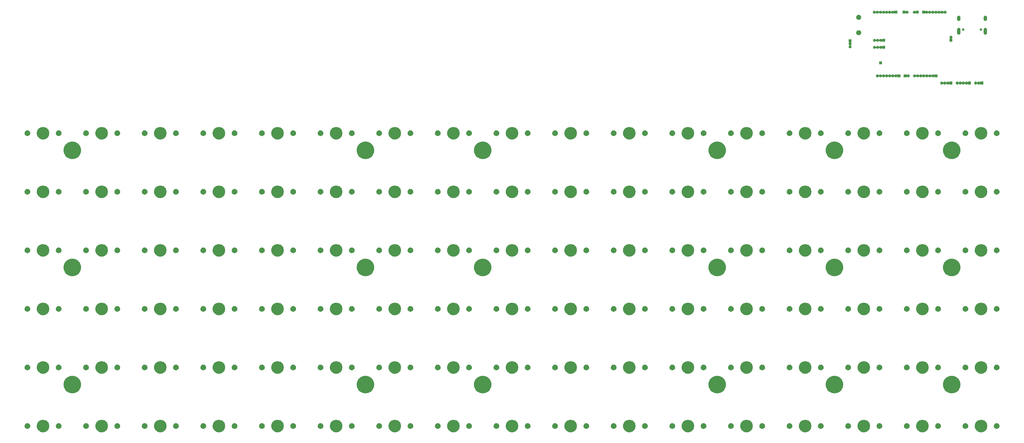
<source format=gts>
G04 #@! TF.GenerationSoftware,KiCad,Pcbnew,(5.1.4)-1*
G04 #@! TF.CreationDate,2021-09-15T16:32:01-03:00*
G04 #@! TF.ProjectId,keyboard-pcb,6b657962-6f61-4726-942d-7063622e6b69,rev?*
G04 #@! TF.SameCoordinates,Original*
G04 #@! TF.FileFunction,Soldermask,Top*
G04 #@! TF.FilePolarity,Negative*
%FSLAX46Y46*%
G04 Gerber Fmt 4.6, Leading zero omitted, Abs format (unit mm)*
G04 Created by KiCad (PCBNEW (5.1.4)-1) date 2021-09-15 16:32:01*
%MOMM*%
%LPD*%
G04 APERTURE LIST*
%ADD10C,0.100000*%
G04 APERTURE END LIST*
D10*
G36*
X356196474Y-194883684D02*
G01*
X356414474Y-194973983D01*
X356568623Y-195037833D01*
X356903548Y-195261623D01*
X357188377Y-195546452D01*
X357412167Y-195881377D01*
X357444562Y-195959586D01*
X357566316Y-196253526D01*
X357644900Y-196648594D01*
X357644900Y-197051406D01*
X357566316Y-197446474D01*
X357515451Y-197569272D01*
X357412167Y-197818623D01*
X357188377Y-198153548D01*
X356903548Y-198438377D01*
X356568623Y-198662167D01*
X356414474Y-198726017D01*
X356196474Y-198816316D01*
X355801406Y-198894900D01*
X355398594Y-198894900D01*
X355003526Y-198816316D01*
X354785526Y-198726017D01*
X354631377Y-198662167D01*
X354296452Y-198438377D01*
X354011623Y-198153548D01*
X353787833Y-197818623D01*
X353684549Y-197569272D01*
X353633684Y-197446474D01*
X353555100Y-197051406D01*
X353555100Y-196648594D01*
X353633684Y-196253526D01*
X353755438Y-195959586D01*
X353787833Y-195881377D01*
X354011623Y-195546452D01*
X354296452Y-195261623D01*
X354631377Y-195037833D01*
X354785526Y-194973983D01*
X355003526Y-194883684D01*
X355398594Y-194805100D01*
X355801406Y-194805100D01*
X356196474Y-194883684D01*
X356196474Y-194883684D01*
G37*
G36*
X165696474Y-194883684D02*
G01*
X165914474Y-194973983D01*
X166068623Y-195037833D01*
X166403548Y-195261623D01*
X166688377Y-195546452D01*
X166912167Y-195881377D01*
X166944562Y-195959586D01*
X167066316Y-196253526D01*
X167144900Y-196648594D01*
X167144900Y-197051406D01*
X167066316Y-197446474D01*
X167015451Y-197569272D01*
X166912167Y-197818623D01*
X166688377Y-198153548D01*
X166403548Y-198438377D01*
X166068623Y-198662167D01*
X165914474Y-198726017D01*
X165696474Y-198816316D01*
X165301406Y-198894900D01*
X164898594Y-198894900D01*
X164503526Y-198816316D01*
X164285526Y-198726017D01*
X164131377Y-198662167D01*
X163796452Y-198438377D01*
X163511623Y-198153548D01*
X163287833Y-197818623D01*
X163184549Y-197569272D01*
X163133684Y-197446474D01*
X163055100Y-197051406D01*
X163055100Y-196648594D01*
X163133684Y-196253526D01*
X163255438Y-195959586D01*
X163287833Y-195881377D01*
X163511623Y-195546452D01*
X163796452Y-195261623D01*
X164131377Y-195037833D01*
X164285526Y-194973983D01*
X164503526Y-194883684D01*
X164898594Y-194805100D01*
X165301406Y-194805100D01*
X165696474Y-194883684D01*
X165696474Y-194883684D01*
G37*
G36*
X241896474Y-194883684D02*
G01*
X242114474Y-194973983D01*
X242268623Y-195037833D01*
X242603548Y-195261623D01*
X242888377Y-195546452D01*
X243112167Y-195881377D01*
X243144562Y-195959586D01*
X243266316Y-196253526D01*
X243344900Y-196648594D01*
X243344900Y-197051406D01*
X243266316Y-197446474D01*
X243215451Y-197569272D01*
X243112167Y-197818623D01*
X242888377Y-198153548D01*
X242603548Y-198438377D01*
X242268623Y-198662167D01*
X242114474Y-198726017D01*
X241896474Y-198816316D01*
X241501406Y-198894900D01*
X241098594Y-198894900D01*
X240703526Y-198816316D01*
X240485526Y-198726017D01*
X240331377Y-198662167D01*
X239996452Y-198438377D01*
X239711623Y-198153548D01*
X239487833Y-197818623D01*
X239384549Y-197569272D01*
X239333684Y-197446474D01*
X239255100Y-197051406D01*
X239255100Y-196648594D01*
X239333684Y-196253526D01*
X239455438Y-195959586D01*
X239487833Y-195881377D01*
X239711623Y-195546452D01*
X239996452Y-195261623D01*
X240331377Y-195037833D01*
X240485526Y-194973983D01*
X240703526Y-194883684D01*
X241098594Y-194805100D01*
X241501406Y-194805100D01*
X241896474Y-194883684D01*
X241896474Y-194883684D01*
G37*
G36*
X89496474Y-194883684D02*
G01*
X89714474Y-194973983D01*
X89868623Y-195037833D01*
X90203548Y-195261623D01*
X90488377Y-195546452D01*
X90712167Y-195881377D01*
X90744562Y-195959586D01*
X90866316Y-196253526D01*
X90944900Y-196648594D01*
X90944900Y-197051406D01*
X90866316Y-197446474D01*
X90815451Y-197569272D01*
X90712167Y-197818623D01*
X90488377Y-198153548D01*
X90203548Y-198438377D01*
X89868623Y-198662167D01*
X89714474Y-198726017D01*
X89496474Y-198816316D01*
X89101406Y-198894900D01*
X88698594Y-198894900D01*
X88303526Y-198816316D01*
X88085526Y-198726017D01*
X87931377Y-198662167D01*
X87596452Y-198438377D01*
X87311623Y-198153548D01*
X87087833Y-197818623D01*
X86984549Y-197569272D01*
X86933684Y-197446474D01*
X86855100Y-197051406D01*
X86855100Y-196648594D01*
X86933684Y-196253526D01*
X87055438Y-195959586D01*
X87087833Y-195881377D01*
X87311623Y-195546452D01*
X87596452Y-195261623D01*
X87931377Y-195037833D01*
X88085526Y-194973983D01*
X88303526Y-194883684D01*
X88698594Y-194805100D01*
X89101406Y-194805100D01*
X89496474Y-194883684D01*
X89496474Y-194883684D01*
G37*
G36*
X70446474Y-194883684D02*
G01*
X70664474Y-194973983D01*
X70818623Y-195037833D01*
X71153548Y-195261623D01*
X71438377Y-195546452D01*
X71662167Y-195881377D01*
X71694562Y-195959586D01*
X71816316Y-196253526D01*
X71894900Y-196648594D01*
X71894900Y-197051406D01*
X71816316Y-197446474D01*
X71765451Y-197569272D01*
X71662167Y-197818623D01*
X71438377Y-198153548D01*
X71153548Y-198438377D01*
X70818623Y-198662167D01*
X70664474Y-198726017D01*
X70446474Y-198816316D01*
X70051406Y-198894900D01*
X69648594Y-198894900D01*
X69253526Y-198816316D01*
X69035526Y-198726017D01*
X68881377Y-198662167D01*
X68546452Y-198438377D01*
X68261623Y-198153548D01*
X68037833Y-197818623D01*
X67934549Y-197569272D01*
X67883684Y-197446474D01*
X67805100Y-197051406D01*
X67805100Y-196648594D01*
X67883684Y-196253526D01*
X68005438Y-195959586D01*
X68037833Y-195881377D01*
X68261623Y-195546452D01*
X68546452Y-195261623D01*
X68881377Y-195037833D01*
X69035526Y-194973983D01*
X69253526Y-194883684D01*
X69648594Y-194805100D01*
X70051406Y-194805100D01*
X70446474Y-194883684D01*
X70446474Y-194883684D01*
G37*
G36*
X108546474Y-194883684D02*
G01*
X108764474Y-194973983D01*
X108918623Y-195037833D01*
X109253548Y-195261623D01*
X109538377Y-195546452D01*
X109762167Y-195881377D01*
X109794562Y-195959586D01*
X109916316Y-196253526D01*
X109994900Y-196648594D01*
X109994900Y-197051406D01*
X109916316Y-197446474D01*
X109865451Y-197569272D01*
X109762167Y-197818623D01*
X109538377Y-198153548D01*
X109253548Y-198438377D01*
X108918623Y-198662167D01*
X108764474Y-198726017D01*
X108546474Y-198816316D01*
X108151406Y-198894900D01*
X107748594Y-198894900D01*
X107353526Y-198816316D01*
X107135526Y-198726017D01*
X106981377Y-198662167D01*
X106646452Y-198438377D01*
X106361623Y-198153548D01*
X106137833Y-197818623D01*
X106034549Y-197569272D01*
X105983684Y-197446474D01*
X105905100Y-197051406D01*
X105905100Y-196648594D01*
X105983684Y-196253526D01*
X106105438Y-195959586D01*
X106137833Y-195881377D01*
X106361623Y-195546452D01*
X106646452Y-195261623D01*
X106981377Y-195037833D01*
X107135526Y-194973983D01*
X107353526Y-194883684D01*
X107748594Y-194805100D01*
X108151406Y-194805100D01*
X108546474Y-194883684D01*
X108546474Y-194883684D01*
G37*
G36*
X51396474Y-194883684D02*
G01*
X51614474Y-194973983D01*
X51768623Y-195037833D01*
X52103548Y-195261623D01*
X52388377Y-195546452D01*
X52612167Y-195881377D01*
X52644562Y-195959586D01*
X52766316Y-196253526D01*
X52844900Y-196648594D01*
X52844900Y-197051406D01*
X52766316Y-197446474D01*
X52715451Y-197569272D01*
X52612167Y-197818623D01*
X52388377Y-198153548D01*
X52103548Y-198438377D01*
X51768623Y-198662167D01*
X51614474Y-198726017D01*
X51396474Y-198816316D01*
X51001406Y-198894900D01*
X50598594Y-198894900D01*
X50203526Y-198816316D01*
X49985526Y-198726017D01*
X49831377Y-198662167D01*
X49496452Y-198438377D01*
X49211623Y-198153548D01*
X48987833Y-197818623D01*
X48884549Y-197569272D01*
X48833684Y-197446474D01*
X48755100Y-197051406D01*
X48755100Y-196648594D01*
X48833684Y-196253526D01*
X48955438Y-195959586D01*
X48987833Y-195881377D01*
X49211623Y-195546452D01*
X49496452Y-195261623D01*
X49831377Y-195037833D01*
X49985526Y-194973983D01*
X50203526Y-194883684D01*
X50598594Y-194805100D01*
X51001406Y-194805100D01*
X51396474Y-194883684D01*
X51396474Y-194883684D01*
G37*
G36*
X127596474Y-194883684D02*
G01*
X127814474Y-194973983D01*
X127968623Y-195037833D01*
X128303548Y-195261623D01*
X128588377Y-195546452D01*
X128812167Y-195881377D01*
X128844562Y-195959586D01*
X128966316Y-196253526D01*
X129044900Y-196648594D01*
X129044900Y-197051406D01*
X128966316Y-197446474D01*
X128915451Y-197569272D01*
X128812167Y-197818623D01*
X128588377Y-198153548D01*
X128303548Y-198438377D01*
X127968623Y-198662167D01*
X127814474Y-198726017D01*
X127596474Y-198816316D01*
X127201406Y-198894900D01*
X126798594Y-198894900D01*
X126403526Y-198816316D01*
X126185526Y-198726017D01*
X126031377Y-198662167D01*
X125696452Y-198438377D01*
X125411623Y-198153548D01*
X125187833Y-197818623D01*
X125084549Y-197569272D01*
X125033684Y-197446474D01*
X124955100Y-197051406D01*
X124955100Y-196648594D01*
X125033684Y-196253526D01*
X125155438Y-195959586D01*
X125187833Y-195881377D01*
X125411623Y-195546452D01*
X125696452Y-195261623D01*
X126031377Y-195037833D01*
X126185526Y-194973983D01*
X126403526Y-194883684D01*
X126798594Y-194805100D01*
X127201406Y-194805100D01*
X127596474Y-194883684D01*
X127596474Y-194883684D01*
G37*
G36*
X146646474Y-194883684D02*
G01*
X146864474Y-194973983D01*
X147018623Y-195037833D01*
X147353548Y-195261623D01*
X147638377Y-195546452D01*
X147862167Y-195881377D01*
X147894562Y-195959586D01*
X148016316Y-196253526D01*
X148094900Y-196648594D01*
X148094900Y-197051406D01*
X148016316Y-197446474D01*
X147965451Y-197569272D01*
X147862167Y-197818623D01*
X147638377Y-198153548D01*
X147353548Y-198438377D01*
X147018623Y-198662167D01*
X146864474Y-198726017D01*
X146646474Y-198816316D01*
X146251406Y-198894900D01*
X145848594Y-198894900D01*
X145453526Y-198816316D01*
X145235526Y-198726017D01*
X145081377Y-198662167D01*
X144746452Y-198438377D01*
X144461623Y-198153548D01*
X144237833Y-197818623D01*
X144134549Y-197569272D01*
X144083684Y-197446474D01*
X144005100Y-197051406D01*
X144005100Y-196648594D01*
X144083684Y-196253526D01*
X144205438Y-195959586D01*
X144237833Y-195881377D01*
X144461623Y-195546452D01*
X144746452Y-195261623D01*
X145081377Y-195037833D01*
X145235526Y-194973983D01*
X145453526Y-194883684D01*
X145848594Y-194805100D01*
X146251406Y-194805100D01*
X146646474Y-194883684D01*
X146646474Y-194883684D01*
G37*
G36*
X318096474Y-194883684D02*
G01*
X318314474Y-194973983D01*
X318468623Y-195037833D01*
X318803548Y-195261623D01*
X319088377Y-195546452D01*
X319312167Y-195881377D01*
X319344562Y-195959586D01*
X319466316Y-196253526D01*
X319544900Y-196648594D01*
X319544900Y-197051406D01*
X319466316Y-197446474D01*
X319415451Y-197569272D01*
X319312167Y-197818623D01*
X319088377Y-198153548D01*
X318803548Y-198438377D01*
X318468623Y-198662167D01*
X318314474Y-198726017D01*
X318096474Y-198816316D01*
X317701406Y-198894900D01*
X317298594Y-198894900D01*
X316903526Y-198816316D01*
X316685526Y-198726017D01*
X316531377Y-198662167D01*
X316196452Y-198438377D01*
X315911623Y-198153548D01*
X315687833Y-197818623D01*
X315584549Y-197569272D01*
X315533684Y-197446474D01*
X315455100Y-197051406D01*
X315455100Y-196648594D01*
X315533684Y-196253526D01*
X315655438Y-195959586D01*
X315687833Y-195881377D01*
X315911623Y-195546452D01*
X316196452Y-195261623D01*
X316531377Y-195037833D01*
X316685526Y-194973983D01*
X316903526Y-194883684D01*
X317298594Y-194805100D01*
X317701406Y-194805100D01*
X318096474Y-194883684D01*
X318096474Y-194883684D01*
G37*
G36*
X184746474Y-194883684D02*
G01*
X184964474Y-194973983D01*
X185118623Y-195037833D01*
X185453548Y-195261623D01*
X185738377Y-195546452D01*
X185962167Y-195881377D01*
X185994562Y-195959586D01*
X186116316Y-196253526D01*
X186194900Y-196648594D01*
X186194900Y-197051406D01*
X186116316Y-197446474D01*
X186065451Y-197569272D01*
X185962167Y-197818623D01*
X185738377Y-198153548D01*
X185453548Y-198438377D01*
X185118623Y-198662167D01*
X184964474Y-198726017D01*
X184746474Y-198816316D01*
X184351406Y-198894900D01*
X183948594Y-198894900D01*
X183553526Y-198816316D01*
X183335526Y-198726017D01*
X183181377Y-198662167D01*
X182846452Y-198438377D01*
X182561623Y-198153548D01*
X182337833Y-197818623D01*
X182234549Y-197569272D01*
X182183684Y-197446474D01*
X182105100Y-197051406D01*
X182105100Y-196648594D01*
X182183684Y-196253526D01*
X182305438Y-195959586D01*
X182337833Y-195881377D01*
X182561623Y-195546452D01*
X182846452Y-195261623D01*
X183181377Y-195037833D01*
X183335526Y-194973983D01*
X183553526Y-194883684D01*
X183948594Y-194805100D01*
X184351406Y-194805100D01*
X184746474Y-194883684D01*
X184746474Y-194883684D01*
G37*
G36*
X299046474Y-194883684D02*
G01*
X299264474Y-194973983D01*
X299418623Y-195037833D01*
X299753548Y-195261623D01*
X300038377Y-195546452D01*
X300262167Y-195881377D01*
X300294562Y-195959586D01*
X300416316Y-196253526D01*
X300494900Y-196648594D01*
X300494900Y-197051406D01*
X300416316Y-197446474D01*
X300365451Y-197569272D01*
X300262167Y-197818623D01*
X300038377Y-198153548D01*
X299753548Y-198438377D01*
X299418623Y-198662167D01*
X299264474Y-198726017D01*
X299046474Y-198816316D01*
X298651406Y-198894900D01*
X298248594Y-198894900D01*
X297853526Y-198816316D01*
X297635526Y-198726017D01*
X297481377Y-198662167D01*
X297146452Y-198438377D01*
X296861623Y-198153548D01*
X296637833Y-197818623D01*
X296534549Y-197569272D01*
X296483684Y-197446474D01*
X296405100Y-197051406D01*
X296405100Y-196648594D01*
X296483684Y-196253526D01*
X296605438Y-195959586D01*
X296637833Y-195881377D01*
X296861623Y-195546452D01*
X297146452Y-195261623D01*
X297481377Y-195037833D01*
X297635526Y-194973983D01*
X297853526Y-194883684D01*
X298248594Y-194805100D01*
X298651406Y-194805100D01*
X299046474Y-194883684D01*
X299046474Y-194883684D01*
G37*
G36*
X279996474Y-194883684D02*
G01*
X280214474Y-194973983D01*
X280368623Y-195037833D01*
X280703548Y-195261623D01*
X280988377Y-195546452D01*
X281212167Y-195881377D01*
X281244562Y-195959586D01*
X281366316Y-196253526D01*
X281444900Y-196648594D01*
X281444900Y-197051406D01*
X281366316Y-197446474D01*
X281315451Y-197569272D01*
X281212167Y-197818623D01*
X280988377Y-198153548D01*
X280703548Y-198438377D01*
X280368623Y-198662167D01*
X280214474Y-198726017D01*
X279996474Y-198816316D01*
X279601406Y-198894900D01*
X279198594Y-198894900D01*
X278803526Y-198816316D01*
X278585526Y-198726017D01*
X278431377Y-198662167D01*
X278096452Y-198438377D01*
X277811623Y-198153548D01*
X277587833Y-197818623D01*
X277484549Y-197569272D01*
X277433684Y-197446474D01*
X277355100Y-197051406D01*
X277355100Y-196648594D01*
X277433684Y-196253526D01*
X277555438Y-195959586D01*
X277587833Y-195881377D01*
X277811623Y-195546452D01*
X278096452Y-195261623D01*
X278431377Y-195037833D01*
X278585526Y-194973983D01*
X278803526Y-194883684D01*
X279198594Y-194805100D01*
X279601406Y-194805100D01*
X279996474Y-194883684D01*
X279996474Y-194883684D01*
G37*
G36*
X203796474Y-194883684D02*
G01*
X204014474Y-194973983D01*
X204168623Y-195037833D01*
X204503548Y-195261623D01*
X204788377Y-195546452D01*
X205012167Y-195881377D01*
X205044562Y-195959586D01*
X205166316Y-196253526D01*
X205244900Y-196648594D01*
X205244900Y-197051406D01*
X205166316Y-197446474D01*
X205115451Y-197569272D01*
X205012167Y-197818623D01*
X204788377Y-198153548D01*
X204503548Y-198438377D01*
X204168623Y-198662167D01*
X204014474Y-198726017D01*
X203796474Y-198816316D01*
X203401406Y-198894900D01*
X202998594Y-198894900D01*
X202603526Y-198816316D01*
X202385526Y-198726017D01*
X202231377Y-198662167D01*
X201896452Y-198438377D01*
X201611623Y-198153548D01*
X201387833Y-197818623D01*
X201284549Y-197569272D01*
X201233684Y-197446474D01*
X201155100Y-197051406D01*
X201155100Y-196648594D01*
X201233684Y-196253526D01*
X201355438Y-195959586D01*
X201387833Y-195881377D01*
X201611623Y-195546452D01*
X201896452Y-195261623D01*
X202231377Y-195037833D01*
X202385526Y-194973983D01*
X202603526Y-194883684D01*
X202998594Y-194805100D01*
X203401406Y-194805100D01*
X203796474Y-194883684D01*
X203796474Y-194883684D01*
G37*
G36*
X260946474Y-194883684D02*
G01*
X261164474Y-194973983D01*
X261318623Y-195037833D01*
X261653548Y-195261623D01*
X261938377Y-195546452D01*
X262162167Y-195881377D01*
X262194562Y-195959586D01*
X262316316Y-196253526D01*
X262394900Y-196648594D01*
X262394900Y-197051406D01*
X262316316Y-197446474D01*
X262265451Y-197569272D01*
X262162167Y-197818623D01*
X261938377Y-198153548D01*
X261653548Y-198438377D01*
X261318623Y-198662167D01*
X261164474Y-198726017D01*
X260946474Y-198816316D01*
X260551406Y-198894900D01*
X260148594Y-198894900D01*
X259753526Y-198816316D01*
X259535526Y-198726017D01*
X259381377Y-198662167D01*
X259046452Y-198438377D01*
X258761623Y-198153548D01*
X258537833Y-197818623D01*
X258434549Y-197569272D01*
X258383684Y-197446474D01*
X258305100Y-197051406D01*
X258305100Y-196648594D01*
X258383684Y-196253526D01*
X258505438Y-195959586D01*
X258537833Y-195881377D01*
X258761623Y-195546452D01*
X259046452Y-195261623D01*
X259381377Y-195037833D01*
X259535526Y-194973983D01*
X259753526Y-194883684D01*
X260148594Y-194805100D01*
X260551406Y-194805100D01*
X260946474Y-194883684D01*
X260946474Y-194883684D01*
G37*
G36*
X222846474Y-194883684D02*
G01*
X223064474Y-194973983D01*
X223218623Y-195037833D01*
X223553548Y-195261623D01*
X223838377Y-195546452D01*
X224062167Y-195881377D01*
X224094562Y-195959586D01*
X224216316Y-196253526D01*
X224294900Y-196648594D01*
X224294900Y-197051406D01*
X224216316Y-197446474D01*
X224165451Y-197569272D01*
X224062167Y-197818623D01*
X223838377Y-198153548D01*
X223553548Y-198438377D01*
X223218623Y-198662167D01*
X223064474Y-198726017D01*
X222846474Y-198816316D01*
X222451406Y-198894900D01*
X222048594Y-198894900D01*
X221653526Y-198816316D01*
X221435526Y-198726017D01*
X221281377Y-198662167D01*
X220946452Y-198438377D01*
X220661623Y-198153548D01*
X220437833Y-197818623D01*
X220334549Y-197569272D01*
X220283684Y-197446474D01*
X220205100Y-197051406D01*
X220205100Y-196648594D01*
X220283684Y-196253526D01*
X220405438Y-195959586D01*
X220437833Y-195881377D01*
X220661623Y-195546452D01*
X220946452Y-195261623D01*
X221281377Y-195037833D01*
X221435526Y-194973983D01*
X221653526Y-194883684D01*
X222048594Y-194805100D01*
X222451406Y-194805100D01*
X222846474Y-194883684D01*
X222846474Y-194883684D01*
G37*
G36*
X337146474Y-194883684D02*
G01*
X337364474Y-194973983D01*
X337518623Y-195037833D01*
X337853548Y-195261623D01*
X338138377Y-195546452D01*
X338362167Y-195881377D01*
X338394562Y-195959586D01*
X338516316Y-196253526D01*
X338594900Y-196648594D01*
X338594900Y-197051406D01*
X338516316Y-197446474D01*
X338465451Y-197569272D01*
X338362167Y-197818623D01*
X338138377Y-198153548D01*
X337853548Y-198438377D01*
X337518623Y-198662167D01*
X337364474Y-198726017D01*
X337146474Y-198816316D01*
X336751406Y-198894900D01*
X336348594Y-198894900D01*
X335953526Y-198816316D01*
X335735526Y-198726017D01*
X335581377Y-198662167D01*
X335246452Y-198438377D01*
X334961623Y-198153548D01*
X334737833Y-197818623D01*
X334634549Y-197569272D01*
X334583684Y-197446474D01*
X334505100Y-197051406D01*
X334505100Y-196648594D01*
X334583684Y-196253526D01*
X334705438Y-195959586D01*
X334737833Y-195881377D01*
X334961623Y-195546452D01*
X335246452Y-195261623D01*
X335581377Y-195037833D01*
X335735526Y-194973983D01*
X335953526Y-194883684D01*
X336348594Y-194805100D01*
X336751406Y-194805100D01*
X337146474Y-194883684D01*
X337146474Y-194883684D01*
G37*
G36*
X265700104Y-195959585D02*
G01*
X265868626Y-196029389D01*
X266020291Y-196130728D01*
X266149272Y-196259709D01*
X266250611Y-196411374D01*
X266320415Y-196579896D01*
X266356000Y-196758797D01*
X266356000Y-196941203D01*
X266320415Y-197120104D01*
X266250611Y-197288626D01*
X266149272Y-197440291D01*
X266020291Y-197569272D01*
X265868626Y-197670611D01*
X265700104Y-197740415D01*
X265521203Y-197776000D01*
X265338797Y-197776000D01*
X265159896Y-197740415D01*
X264991374Y-197670611D01*
X264839709Y-197569272D01*
X264710728Y-197440291D01*
X264609389Y-197288626D01*
X264539585Y-197120104D01*
X264504000Y-196941203D01*
X264504000Y-196758797D01*
X264539585Y-196579896D01*
X264609389Y-196411374D01*
X264710728Y-196259709D01*
X264839709Y-196130728D01*
X264991374Y-196029389D01*
X265159896Y-195959585D01*
X265338797Y-195924000D01*
X265521203Y-195924000D01*
X265700104Y-195959585D01*
X265700104Y-195959585D01*
G37*
G36*
X208550104Y-195959585D02*
G01*
X208718626Y-196029389D01*
X208870291Y-196130728D01*
X208999272Y-196259709D01*
X209100611Y-196411374D01*
X209170415Y-196579896D01*
X209206000Y-196758797D01*
X209206000Y-196941203D01*
X209170415Y-197120104D01*
X209100611Y-197288626D01*
X208999272Y-197440291D01*
X208870291Y-197569272D01*
X208718626Y-197670611D01*
X208550104Y-197740415D01*
X208371203Y-197776000D01*
X208188797Y-197776000D01*
X208009896Y-197740415D01*
X207841374Y-197670611D01*
X207689709Y-197569272D01*
X207560728Y-197440291D01*
X207459389Y-197288626D01*
X207389585Y-197120104D01*
X207354000Y-196941203D01*
X207354000Y-196758797D01*
X207389585Y-196579896D01*
X207459389Y-196411374D01*
X207560728Y-196259709D01*
X207689709Y-196130728D01*
X207841374Y-196029389D01*
X208009896Y-195959585D01*
X208188797Y-195924000D01*
X208371203Y-195924000D01*
X208550104Y-195959585D01*
X208550104Y-195959585D01*
G37*
G36*
X198390104Y-195959585D02*
G01*
X198558626Y-196029389D01*
X198710291Y-196130728D01*
X198839272Y-196259709D01*
X198940611Y-196411374D01*
X199010415Y-196579896D01*
X199046000Y-196758797D01*
X199046000Y-196941203D01*
X199010415Y-197120104D01*
X198940611Y-197288626D01*
X198839272Y-197440291D01*
X198710291Y-197569272D01*
X198558626Y-197670611D01*
X198390104Y-197740415D01*
X198211203Y-197776000D01*
X198028797Y-197776000D01*
X197849896Y-197740415D01*
X197681374Y-197670611D01*
X197529709Y-197569272D01*
X197400728Y-197440291D01*
X197299389Y-197288626D01*
X197229585Y-197120104D01*
X197194000Y-196941203D01*
X197194000Y-196758797D01*
X197229585Y-196579896D01*
X197299389Y-196411374D01*
X197400728Y-196259709D01*
X197529709Y-196130728D01*
X197681374Y-196029389D01*
X197849896Y-195959585D01*
X198028797Y-195924000D01*
X198211203Y-195924000D01*
X198390104Y-195959585D01*
X198390104Y-195959585D01*
G37*
G36*
X274590104Y-195959585D02*
G01*
X274758626Y-196029389D01*
X274910291Y-196130728D01*
X275039272Y-196259709D01*
X275140611Y-196411374D01*
X275210415Y-196579896D01*
X275246000Y-196758797D01*
X275246000Y-196941203D01*
X275210415Y-197120104D01*
X275140611Y-197288626D01*
X275039272Y-197440291D01*
X274910291Y-197569272D01*
X274758626Y-197670611D01*
X274590104Y-197740415D01*
X274411203Y-197776000D01*
X274228797Y-197776000D01*
X274049896Y-197740415D01*
X273881374Y-197670611D01*
X273729709Y-197569272D01*
X273600728Y-197440291D01*
X273499389Y-197288626D01*
X273429585Y-197120104D01*
X273394000Y-196941203D01*
X273394000Y-196758797D01*
X273429585Y-196579896D01*
X273499389Y-196411374D01*
X273600728Y-196259709D01*
X273729709Y-196130728D01*
X273881374Y-196029389D01*
X274049896Y-195959585D01*
X274228797Y-195924000D01*
X274411203Y-195924000D01*
X274590104Y-195959585D01*
X274590104Y-195959585D01*
G37*
G36*
X151400104Y-195959585D02*
G01*
X151568626Y-196029389D01*
X151720291Y-196130728D01*
X151849272Y-196259709D01*
X151950611Y-196411374D01*
X152020415Y-196579896D01*
X152056000Y-196758797D01*
X152056000Y-196941203D01*
X152020415Y-197120104D01*
X151950611Y-197288626D01*
X151849272Y-197440291D01*
X151720291Y-197569272D01*
X151568626Y-197670611D01*
X151400104Y-197740415D01*
X151221203Y-197776000D01*
X151038797Y-197776000D01*
X150859896Y-197740415D01*
X150691374Y-197670611D01*
X150539709Y-197569272D01*
X150410728Y-197440291D01*
X150309389Y-197288626D01*
X150239585Y-197120104D01*
X150204000Y-196941203D01*
X150204000Y-196758797D01*
X150239585Y-196579896D01*
X150309389Y-196411374D01*
X150410728Y-196259709D01*
X150539709Y-196130728D01*
X150691374Y-196029389D01*
X150859896Y-195959585D01*
X151038797Y-195924000D01*
X151221203Y-195924000D01*
X151400104Y-195959585D01*
X151400104Y-195959585D01*
G37*
G36*
X189500104Y-195959585D02*
G01*
X189668626Y-196029389D01*
X189820291Y-196130728D01*
X189949272Y-196259709D01*
X190050611Y-196411374D01*
X190120415Y-196579896D01*
X190156000Y-196758797D01*
X190156000Y-196941203D01*
X190120415Y-197120104D01*
X190050611Y-197288626D01*
X189949272Y-197440291D01*
X189820291Y-197569272D01*
X189668626Y-197670611D01*
X189500104Y-197740415D01*
X189321203Y-197776000D01*
X189138797Y-197776000D01*
X188959896Y-197740415D01*
X188791374Y-197670611D01*
X188639709Y-197569272D01*
X188510728Y-197440291D01*
X188409389Y-197288626D01*
X188339585Y-197120104D01*
X188304000Y-196941203D01*
X188304000Y-196758797D01*
X188339585Y-196579896D01*
X188409389Y-196411374D01*
X188510728Y-196259709D01*
X188639709Y-196130728D01*
X188791374Y-196029389D01*
X188959896Y-195959585D01*
X189138797Y-195924000D01*
X189321203Y-195924000D01*
X189500104Y-195959585D01*
X189500104Y-195959585D01*
G37*
G36*
X179340104Y-195959585D02*
G01*
X179508626Y-196029389D01*
X179660291Y-196130728D01*
X179789272Y-196259709D01*
X179890611Y-196411374D01*
X179960415Y-196579896D01*
X179996000Y-196758797D01*
X179996000Y-196941203D01*
X179960415Y-197120104D01*
X179890611Y-197288626D01*
X179789272Y-197440291D01*
X179660291Y-197569272D01*
X179508626Y-197670611D01*
X179340104Y-197740415D01*
X179161203Y-197776000D01*
X178978797Y-197776000D01*
X178799896Y-197740415D01*
X178631374Y-197670611D01*
X178479709Y-197569272D01*
X178350728Y-197440291D01*
X178249389Y-197288626D01*
X178179585Y-197120104D01*
X178144000Y-196941203D01*
X178144000Y-196758797D01*
X178179585Y-196579896D01*
X178249389Y-196411374D01*
X178350728Y-196259709D01*
X178479709Y-196130728D01*
X178631374Y-196029389D01*
X178799896Y-195959585D01*
X178978797Y-195924000D01*
X179161203Y-195924000D01*
X179340104Y-195959585D01*
X179340104Y-195959585D01*
G37*
G36*
X293640104Y-195959585D02*
G01*
X293808626Y-196029389D01*
X293960291Y-196130728D01*
X294089272Y-196259709D01*
X294190611Y-196411374D01*
X294260415Y-196579896D01*
X294296000Y-196758797D01*
X294296000Y-196941203D01*
X294260415Y-197120104D01*
X294190611Y-197288626D01*
X294089272Y-197440291D01*
X293960291Y-197569272D01*
X293808626Y-197670611D01*
X293640104Y-197740415D01*
X293461203Y-197776000D01*
X293278797Y-197776000D01*
X293099896Y-197740415D01*
X292931374Y-197670611D01*
X292779709Y-197569272D01*
X292650728Y-197440291D01*
X292549389Y-197288626D01*
X292479585Y-197120104D01*
X292444000Y-196941203D01*
X292444000Y-196758797D01*
X292479585Y-196579896D01*
X292549389Y-196411374D01*
X292650728Y-196259709D01*
X292779709Y-196130728D01*
X292931374Y-196029389D01*
X293099896Y-195959585D01*
X293278797Y-195924000D01*
X293461203Y-195924000D01*
X293640104Y-195959585D01*
X293640104Y-195959585D01*
G37*
G36*
X303800104Y-195959585D02*
G01*
X303968626Y-196029389D01*
X304120291Y-196130728D01*
X304249272Y-196259709D01*
X304350611Y-196411374D01*
X304420415Y-196579896D01*
X304456000Y-196758797D01*
X304456000Y-196941203D01*
X304420415Y-197120104D01*
X304350611Y-197288626D01*
X304249272Y-197440291D01*
X304120291Y-197569272D01*
X303968626Y-197670611D01*
X303800104Y-197740415D01*
X303621203Y-197776000D01*
X303438797Y-197776000D01*
X303259896Y-197740415D01*
X303091374Y-197670611D01*
X302939709Y-197569272D01*
X302810728Y-197440291D01*
X302709389Y-197288626D01*
X302639585Y-197120104D01*
X302604000Y-196941203D01*
X302604000Y-196758797D01*
X302639585Y-196579896D01*
X302709389Y-196411374D01*
X302810728Y-196259709D01*
X302939709Y-196130728D01*
X303091374Y-196029389D01*
X303259896Y-195959585D01*
X303438797Y-195924000D01*
X303621203Y-195924000D01*
X303800104Y-195959585D01*
X303800104Y-195959585D01*
G37*
G36*
X170450104Y-195959585D02*
G01*
X170618626Y-196029389D01*
X170770291Y-196130728D01*
X170899272Y-196259709D01*
X171000611Y-196411374D01*
X171070415Y-196579896D01*
X171106000Y-196758797D01*
X171106000Y-196941203D01*
X171070415Y-197120104D01*
X171000611Y-197288626D01*
X170899272Y-197440291D01*
X170770291Y-197569272D01*
X170618626Y-197670611D01*
X170450104Y-197740415D01*
X170271203Y-197776000D01*
X170088797Y-197776000D01*
X169909896Y-197740415D01*
X169741374Y-197670611D01*
X169589709Y-197569272D01*
X169460728Y-197440291D01*
X169359389Y-197288626D01*
X169289585Y-197120104D01*
X169254000Y-196941203D01*
X169254000Y-196758797D01*
X169289585Y-196579896D01*
X169359389Y-196411374D01*
X169460728Y-196259709D01*
X169589709Y-196130728D01*
X169741374Y-196029389D01*
X169909896Y-195959585D01*
X170088797Y-195924000D01*
X170271203Y-195924000D01*
X170450104Y-195959585D01*
X170450104Y-195959585D01*
G37*
G36*
X160290104Y-195959585D02*
G01*
X160458626Y-196029389D01*
X160610291Y-196130728D01*
X160739272Y-196259709D01*
X160840611Y-196411374D01*
X160910415Y-196579896D01*
X160946000Y-196758797D01*
X160946000Y-196941203D01*
X160910415Y-197120104D01*
X160840611Y-197288626D01*
X160739272Y-197440291D01*
X160610291Y-197569272D01*
X160458626Y-197670611D01*
X160290104Y-197740415D01*
X160111203Y-197776000D01*
X159928797Y-197776000D01*
X159749896Y-197740415D01*
X159581374Y-197670611D01*
X159429709Y-197569272D01*
X159300728Y-197440291D01*
X159199389Y-197288626D01*
X159129585Y-197120104D01*
X159094000Y-196941203D01*
X159094000Y-196758797D01*
X159129585Y-196579896D01*
X159199389Y-196411374D01*
X159300728Y-196259709D01*
X159429709Y-196130728D01*
X159581374Y-196029389D01*
X159749896Y-195959585D01*
X159928797Y-195924000D01*
X160111203Y-195924000D01*
X160290104Y-195959585D01*
X160290104Y-195959585D01*
G37*
G36*
X312690104Y-195959585D02*
G01*
X312858626Y-196029389D01*
X313010291Y-196130728D01*
X313139272Y-196259709D01*
X313240611Y-196411374D01*
X313310415Y-196579896D01*
X313346000Y-196758797D01*
X313346000Y-196941203D01*
X313310415Y-197120104D01*
X313240611Y-197288626D01*
X313139272Y-197440291D01*
X313010291Y-197569272D01*
X312858626Y-197670611D01*
X312690104Y-197740415D01*
X312511203Y-197776000D01*
X312328797Y-197776000D01*
X312149896Y-197740415D01*
X311981374Y-197670611D01*
X311829709Y-197569272D01*
X311700728Y-197440291D01*
X311599389Y-197288626D01*
X311529585Y-197120104D01*
X311494000Y-196941203D01*
X311494000Y-196758797D01*
X311529585Y-196579896D01*
X311599389Y-196411374D01*
X311700728Y-196259709D01*
X311829709Y-196130728D01*
X311981374Y-196029389D01*
X312149896Y-195959585D01*
X312328797Y-195924000D01*
X312511203Y-195924000D01*
X312690104Y-195959585D01*
X312690104Y-195959585D01*
G37*
G36*
X322850104Y-195959585D02*
G01*
X323018626Y-196029389D01*
X323170291Y-196130728D01*
X323299272Y-196259709D01*
X323400611Y-196411374D01*
X323470415Y-196579896D01*
X323506000Y-196758797D01*
X323506000Y-196941203D01*
X323470415Y-197120104D01*
X323400611Y-197288626D01*
X323299272Y-197440291D01*
X323170291Y-197569272D01*
X323018626Y-197670611D01*
X322850104Y-197740415D01*
X322671203Y-197776000D01*
X322488797Y-197776000D01*
X322309896Y-197740415D01*
X322141374Y-197670611D01*
X321989709Y-197569272D01*
X321860728Y-197440291D01*
X321759389Y-197288626D01*
X321689585Y-197120104D01*
X321654000Y-196941203D01*
X321654000Y-196758797D01*
X321689585Y-196579896D01*
X321759389Y-196411374D01*
X321860728Y-196259709D01*
X321989709Y-196130728D01*
X322141374Y-196029389D01*
X322309896Y-195959585D01*
X322488797Y-195924000D01*
X322671203Y-195924000D01*
X322850104Y-195959585D01*
X322850104Y-195959585D01*
G37*
G36*
X75200104Y-195959585D02*
G01*
X75368626Y-196029389D01*
X75520291Y-196130728D01*
X75649272Y-196259709D01*
X75750611Y-196411374D01*
X75820415Y-196579896D01*
X75856000Y-196758797D01*
X75856000Y-196941203D01*
X75820415Y-197120104D01*
X75750611Y-197288626D01*
X75649272Y-197440291D01*
X75520291Y-197569272D01*
X75368626Y-197670611D01*
X75200104Y-197740415D01*
X75021203Y-197776000D01*
X74838797Y-197776000D01*
X74659896Y-197740415D01*
X74491374Y-197670611D01*
X74339709Y-197569272D01*
X74210728Y-197440291D01*
X74109389Y-197288626D01*
X74039585Y-197120104D01*
X74004000Y-196941203D01*
X74004000Y-196758797D01*
X74039585Y-196579896D01*
X74109389Y-196411374D01*
X74210728Y-196259709D01*
X74339709Y-196130728D01*
X74491374Y-196029389D01*
X74659896Y-195959585D01*
X74838797Y-195924000D01*
X75021203Y-195924000D01*
X75200104Y-195959585D01*
X75200104Y-195959585D01*
G37*
G36*
X56150104Y-195959585D02*
G01*
X56318626Y-196029389D01*
X56470291Y-196130728D01*
X56599272Y-196259709D01*
X56700611Y-196411374D01*
X56770415Y-196579896D01*
X56806000Y-196758797D01*
X56806000Y-196941203D01*
X56770415Y-197120104D01*
X56700611Y-197288626D01*
X56599272Y-197440291D01*
X56470291Y-197569272D01*
X56318626Y-197670611D01*
X56150104Y-197740415D01*
X55971203Y-197776000D01*
X55788797Y-197776000D01*
X55609896Y-197740415D01*
X55441374Y-197670611D01*
X55289709Y-197569272D01*
X55160728Y-197440291D01*
X55059389Y-197288626D01*
X54989585Y-197120104D01*
X54954000Y-196941203D01*
X54954000Y-196758797D01*
X54989585Y-196579896D01*
X55059389Y-196411374D01*
X55160728Y-196259709D01*
X55289709Y-196130728D01*
X55441374Y-196029389D01*
X55609896Y-195959585D01*
X55788797Y-195924000D01*
X55971203Y-195924000D01*
X56150104Y-195959585D01*
X56150104Y-195959585D01*
G37*
G36*
X45990104Y-195959585D02*
G01*
X46158626Y-196029389D01*
X46310291Y-196130728D01*
X46439272Y-196259709D01*
X46540611Y-196411374D01*
X46610415Y-196579896D01*
X46646000Y-196758797D01*
X46646000Y-196941203D01*
X46610415Y-197120104D01*
X46540611Y-197288626D01*
X46439272Y-197440291D01*
X46310291Y-197569272D01*
X46158626Y-197670611D01*
X45990104Y-197740415D01*
X45811203Y-197776000D01*
X45628797Y-197776000D01*
X45449896Y-197740415D01*
X45281374Y-197670611D01*
X45129709Y-197569272D01*
X45000728Y-197440291D01*
X44899389Y-197288626D01*
X44829585Y-197120104D01*
X44794000Y-196941203D01*
X44794000Y-196758797D01*
X44829585Y-196579896D01*
X44899389Y-196411374D01*
X45000728Y-196259709D01*
X45129709Y-196130728D01*
X45281374Y-196029389D01*
X45449896Y-195959585D01*
X45628797Y-195924000D01*
X45811203Y-195924000D01*
X45990104Y-195959585D01*
X45990104Y-195959585D01*
G37*
G36*
X227600104Y-195959585D02*
G01*
X227768626Y-196029389D01*
X227920291Y-196130728D01*
X228049272Y-196259709D01*
X228150611Y-196411374D01*
X228220415Y-196579896D01*
X228256000Y-196758797D01*
X228256000Y-196941203D01*
X228220415Y-197120104D01*
X228150611Y-197288626D01*
X228049272Y-197440291D01*
X227920291Y-197569272D01*
X227768626Y-197670611D01*
X227600104Y-197740415D01*
X227421203Y-197776000D01*
X227238797Y-197776000D01*
X227059896Y-197740415D01*
X226891374Y-197670611D01*
X226739709Y-197569272D01*
X226610728Y-197440291D01*
X226509389Y-197288626D01*
X226439585Y-197120104D01*
X226404000Y-196941203D01*
X226404000Y-196758797D01*
X226439585Y-196579896D01*
X226509389Y-196411374D01*
X226610728Y-196259709D01*
X226739709Y-196130728D01*
X226891374Y-196029389D01*
X227059896Y-195959585D01*
X227238797Y-195924000D01*
X227421203Y-195924000D01*
X227600104Y-195959585D01*
X227600104Y-195959585D01*
G37*
G36*
X255540104Y-195959585D02*
G01*
X255708626Y-196029389D01*
X255860291Y-196130728D01*
X255989272Y-196259709D01*
X256090611Y-196411374D01*
X256160415Y-196579896D01*
X256196000Y-196758797D01*
X256196000Y-196941203D01*
X256160415Y-197120104D01*
X256090611Y-197288626D01*
X255989272Y-197440291D01*
X255860291Y-197569272D01*
X255708626Y-197670611D01*
X255540104Y-197740415D01*
X255361203Y-197776000D01*
X255178797Y-197776000D01*
X254999896Y-197740415D01*
X254831374Y-197670611D01*
X254679709Y-197569272D01*
X254550728Y-197440291D01*
X254449389Y-197288626D01*
X254379585Y-197120104D01*
X254344000Y-196941203D01*
X254344000Y-196758797D01*
X254379585Y-196579896D01*
X254449389Y-196411374D01*
X254550728Y-196259709D01*
X254679709Y-196130728D01*
X254831374Y-196029389D01*
X254999896Y-195959585D01*
X255178797Y-195924000D01*
X255361203Y-195924000D01*
X255540104Y-195959585D01*
X255540104Y-195959585D01*
G37*
G36*
X65040104Y-195959585D02*
G01*
X65208626Y-196029389D01*
X65360291Y-196130728D01*
X65489272Y-196259709D01*
X65590611Y-196411374D01*
X65660415Y-196579896D01*
X65696000Y-196758797D01*
X65696000Y-196941203D01*
X65660415Y-197120104D01*
X65590611Y-197288626D01*
X65489272Y-197440291D01*
X65360291Y-197569272D01*
X65208626Y-197670611D01*
X65040104Y-197740415D01*
X64861203Y-197776000D01*
X64678797Y-197776000D01*
X64499896Y-197740415D01*
X64331374Y-197670611D01*
X64179709Y-197569272D01*
X64050728Y-197440291D01*
X63949389Y-197288626D01*
X63879585Y-197120104D01*
X63844000Y-196941203D01*
X63844000Y-196758797D01*
X63879585Y-196579896D01*
X63949389Y-196411374D01*
X64050728Y-196259709D01*
X64179709Y-196130728D01*
X64331374Y-196029389D01*
X64499896Y-195959585D01*
X64678797Y-195924000D01*
X64861203Y-195924000D01*
X65040104Y-195959585D01*
X65040104Y-195959585D01*
G37*
G36*
X84090104Y-195959585D02*
G01*
X84258626Y-196029389D01*
X84410291Y-196130728D01*
X84539272Y-196259709D01*
X84640611Y-196411374D01*
X84710415Y-196579896D01*
X84746000Y-196758797D01*
X84746000Y-196941203D01*
X84710415Y-197120104D01*
X84640611Y-197288626D01*
X84539272Y-197440291D01*
X84410291Y-197569272D01*
X84258626Y-197670611D01*
X84090104Y-197740415D01*
X83911203Y-197776000D01*
X83728797Y-197776000D01*
X83549896Y-197740415D01*
X83381374Y-197670611D01*
X83229709Y-197569272D01*
X83100728Y-197440291D01*
X82999389Y-197288626D01*
X82929585Y-197120104D01*
X82894000Y-196941203D01*
X82894000Y-196758797D01*
X82929585Y-196579896D01*
X82999389Y-196411374D01*
X83100728Y-196259709D01*
X83229709Y-196130728D01*
X83381374Y-196029389D01*
X83549896Y-195959585D01*
X83728797Y-195924000D01*
X83911203Y-195924000D01*
X84090104Y-195959585D01*
X84090104Y-195959585D01*
G37*
G36*
X331740104Y-195959585D02*
G01*
X331908626Y-196029389D01*
X332060291Y-196130728D01*
X332189272Y-196259709D01*
X332290611Y-196411374D01*
X332360415Y-196579896D01*
X332396000Y-196758797D01*
X332396000Y-196941203D01*
X332360415Y-197120104D01*
X332290611Y-197288626D01*
X332189272Y-197440291D01*
X332060291Y-197569272D01*
X331908626Y-197670611D01*
X331740104Y-197740415D01*
X331561203Y-197776000D01*
X331378797Y-197776000D01*
X331199896Y-197740415D01*
X331031374Y-197670611D01*
X330879709Y-197569272D01*
X330750728Y-197440291D01*
X330649389Y-197288626D01*
X330579585Y-197120104D01*
X330544000Y-196941203D01*
X330544000Y-196758797D01*
X330579585Y-196579896D01*
X330649389Y-196411374D01*
X330750728Y-196259709D01*
X330879709Y-196130728D01*
X331031374Y-196029389D01*
X331199896Y-195959585D01*
X331378797Y-195924000D01*
X331561203Y-195924000D01*
X331740104Y-195959585D01*
X331740104Y-195959585D01*
G37*
G36*
X341900104Y-195959585D02*
G01*
X342068626Y-196029389D01*
X342220291Y-196130728D01*
X342349272Y-196259709D01*
X342450611Y-196411374D01*
X342520415Y-196579896D01*
X342556000Y-196758797D01*
X342556000Y-196941203D01*
X342520415Y-197120104D01*
X342450611Y-197288626D01*
X342349272Y-197440291D01*
X342220291Y-197569272D01*
X342068626Y-197670611D01*
X341900104Y-197740415D01*
X341721203Y-197776000D01*
X341538797Y-197776000D01*
X341359896Y-197740415D01*
X341191374Y-197670611D01*
X341039709Y-197569272D01*
X340910728Y-197440291D01*
X340809389Y-197288626D01*
X340739585Y-197120104D01*
X340704000Y-196941203D01*
X340704000Y-196758797D01*
X340739585Y-196579896D01*
X340809389Y-196411374D01*
X340910728Y-196259709D01*
X341039709Y-196130728D01*
X341191374Y-196029389D01*
X341359896Y-195959585D01*
X341538797Y-195924000D01*
X341721203Y-195924000D01*
X341900104Y-195959585D01*
X341900104Y-195959585D01*
G37*
G36*
X94250104Y-195959585D02*
G01*
X94418626Y-196029389D01*
X94570291Y-196130728D01*
X94699272Y-196259709D01*
X94800611Y-196411374D01*
X94870415Y-196579896D01*
X94906000Y-196758797D01*
X94906000Y-196941203D01*
X94870415Y-197120104D01*
X94800611Y-197288626D01*
X94699272Y-197440291D01*
X94570291Y-197569272D01*
X94418626Y-197670611D01*
X94250104Y-197740415D01*
X94071203Y-197776000D01*
X93888797Y-197776000D01*
X93709896Y-197740415D01*
X93541374Y-197670611D01*
X93389709Y-197569272D01*
X93260728Y-197440291D01*
X93159389Y-197288626D01*
X93089585Y-197120104D01*
X93054000Y-196941203D01*
X93054000Y-196758797D01*
X93089585Y-196579896D01*
X93159389Y-196411374D01*
X93260728Y-196259709D01*
X93389709Y-196130728D01*
X93541374Y-196029389D01*
X93709896Y-195959585D01*
X93888797Y-195924000D01*
X94071203Y-195924000D01*
X94250104Y-195959585D01*
X94250104Y-195959585D01*
G37*
G36*
X141240104Y-195959585D02*
G01*
X141408626Y-196029389D01*
X141560291Y-196130728D01*
X141689272Y-196259709D01*
X141790611Y-196411374D01*
X141860415Y-196579896D01*
X141896000Y-196758797D01*
X141896000Y-196941203D01*
X141860415Y-197120104D01*
X141790611Y-197288626D01*
X141689272Y-197440291D01*
X141560291Y-197569272D01*
X141408626Y-197670611D01*
X141240104Y-197740415D01*
X141061203Y-197776000D01*
X140878797Y-197776000D01*
X140699896Y-197740415D01*
X140531374Y-197670611D01*
X140379709Y-197569272D01*
X140250728Y-197440291D01*
X140149389Y-197288626D01*
X140079585Y-197120104D01*
X140044000Y-196941203D01*
X140044000Y-196758797D01*
X140079585Y-196579896D01*
X140149389Y-196411374D01*
X140250728Y-196259709D01*
X140379709Y-196130728D01*
X140531374Y-196029389D01*
X140699896Y-195959585D01*
X140878797Y-195924000D01*
X141061203Y-195924000D01*
X141240104Y-195959585D01*
X141240104Y-195959585D01*
G37*
G36*
X350790104Y-195959585D02*
G01*
X350958626Y-196029389D01*
X351110291Y-196130728D01*
X351239272Y-196259709D01*
X351340611Y-196411374D01*
X351410415Y-196579896D01*
X351446000Y-196758797D01*
X351446000Y-196941203D01*
X351410415Y-197120104D01*
X351340611Y-197288626D01*
X351239272Y-197440291D01*
X351110291Y-197569272D01*
X350958626Y-197670611D01*
X350790104Y-197740415D01*
X350611203Y-197776000D01*
X350428797Y-197776000D01*
X350249896Y-197740415D01*
X350081374Y-197670611D01*
X349929709Y-197569272D01*
X349800728Y-197440291D01*
X349699389Y-197288626D01*
X349629585Y-197120104D01*
X349594000Y-196941203D01*
X349594000Y-196758797D01*
X349629585Y-196579896D01*
X349699389Y-196411374D01*
X349800728Y-196259709D01*
X349929709Y-196130728D01*
X350081374Y-196029389D01*
X350249896Y-195959585D01*
X350428797Y-195924000D01*
X350611203Y-195924000D01*
X350790104Y-195959585D01*
X350790104Y-195959585D01*
G37*
G36*
X360950104Y-195959585D02*
G01*
X361118626Y-196029389D01*
X361270291Y-196130728D01*
X361399272Y-196259709D01*
X361500611Y-196411374D01*
X361570415Y-196579896D01*
X361606000Y-196758797D01*
X361606000Y-196941203D01*
X361570415Y-197120104D01*
X361500611Y-197288626D01*
X361399272Y-197440291D01*
X361270291Y-197569272D01*
X361118626Y-197670611D01*
X360950104Y-197740415D01*
X360771203Y-197776000D01*
X360588797Y-197776000D01*
X360409896Y-197740415D01*
X360241374Y-197670611D01*
X360089709Y-197569272D01*
X359960728Y-197440291D01*
X359859389Y-197288626D01*
X359789585Y-197120104D01*
X359754000Y-196941203D01*
X359754000Y-196758797D01*
X359789585Y-196579896D01*
X359859389Y-196411374D01*
X359960728Y-196259709D01*
X360089709Y-196130728D01*
X360241374Y-196029389D01*
X360409896Y-195959585D01*
X360588797Y-195924000D01*
X360771203Y-195924000D01*
X360950104Y-195959585D01*
X360950104Y-195959585D01*
G37*
G36*
X122190104Y-195959585D02*
G01*
X122358626Y-196029389D01*
X122510291Y-196130728D01*
X122639272Y-196259709D01*
X122740611Y-196411374D01*
X122810415Y-196579896D01*
X122846000Y-196758797D01*
X122846000Y-196941203D01*
X122810415Y-197120104D01*
X122740611Y-197288626D01*
X122639272Y-197440291D01*
X122510291Y-197569272D01*
X122358626Y-197670611D01*
X122190104Y-197740415D01*
X122011203Y-197776000D01*
X121828797Y-197776000D01*
X121649896Y-197740415D01*
X121481374Y-197670611D01*
X121329709Y-197569272D01*
X121200728Y-197440291D01*
X121099389Y-197288626D01*
X121029585Y-197120104D01*
X120994000Y-196941203D01*
X120994000Y-196758797D01*
X121029585Y-196579896D01*
X121099389Y-196411374D01*
X121200728Y-196259709D01*
X121329709Y-196130728D01*
X121481374Y-196029389D01*
X121649896Y-195959585D01*
X121828797Y-195924000D01*
X122011203Y-195924000D01*
X122190104Y-195959585D01*
X122190104Y-195959585D01*
G37*
G36*
X103140104Y-195959585D02*
G01*
X103308626Y-196029389D01*
X103460291Y-196130728D01*
X103589272Y-196259709D01*
X103690611Y-196411374D01*
X103760415Y-196579896D01*
X103796000Y-196758797D01*
X103796000Y-196941203D01*
X103760415Y-197120104D01*
X103690611Y-197288626D01*
X103589272Y-197440291D01*
X103460291Y-197569272D01*
X103308626Y-197670611D01*
X103140104Y-197740415D01*
X102961203Y-197776000D01*
X102778797Y-197776000D01*
X102599896Y-197740415D01*
X102431374Y-197670611D01*
X102279709Y-197569272D01*
X102150728Y-197440291D01*
X102049389Y-197288626D01*
X101979585Y-197120104D01*
X101944000Y-196941203D01*
X101944000Y-196758797D01*
X101979585Y-196579896D01*
X102049389Y-196411374D01*
X102150728Y-196259709D01*
X102279709Y-196130728D01*
X102431374Y-196029389D01*
X102599896Y-195959585D01*
X102778797Y-195924000D01*
X102961203Y-195924000D01*
X103140104Y-195959585D01*
X103140104Y-195959585D01*
G37*
G36*
X113300104Y-195959585D02*
G01*
X113468626Y-196029389D01*
X113620291Y-196130728D01*
X113749272Y-196259709D01*
X113850611Y-196411374D01*
X113920415Y-196579896D01*
X113956000Y-196758797D01*
X113956000Y-196941203D01*
X113920415Y-197120104D01*
X113850611Y-197288626D01*
X113749272Y-197440291D01*
X113620291Y-197569272D01*
X113468626Y-197670611D01*
X113300104Y-197740415D01*
X113121203Y-197776000D01*
X112938797Y-197776000D01*
X112759896Y-197740415D01*
X112591374Y-197670611D01*
X112439709Y-197569272D01*
X112310728Y-197440291D01*
X112209389Y-197288626D01*
X112139585Y-197120104D01*
X112104000Y-196941203D01*
X112104000Y-196758797D01*
X112139585Y-196579896D01*
X112209389Y-196411374D01*
X112310728Y-196259709D01*
X112439709Y-196130728D01*
X112591374Y-196029389D01*
X112759896Y-195959585D01*
X112938797Y-195924000D01*
X113121203Y-195924000D01*
X113300104Y-195959585D01*
X113300104Y-195959585D01*
G37*
G36*
X284750104Y-195959585D02*
G01*
X284918626Y-196029389D01*
X285070291Y-196130728D01*
X285199272Y-196259709D01*
X285300611Y-196411374D01*
X285370415Y-196579896D01*
X285406000Y-196758797D01*
X285406000Y-196941203D01*
X285370415Y-197120104D01*
X285300611Y-197288626D01*
X285199272Y-197440291D01*
X285070291Y-197569272D01*
X284918626Y-197670611D01*
X284750104Y-197740415D01*
X284571203Y-197776000D01*
X284388797Y-197776000D01*
X284209896Y-197740415D01*
X284041374Y-197670611D01*
X283889709Y-197569272D01*
X283760728Y-197440291D01*
X283659389Y-197288626D01*
X283589585Y-197120104D01*
X283554000Y-196941203D01*
X283554000Y-196758797D01*
X283589585Y-196579896D01*
X283659389Y-196411374D01*
X283760728Y-196259709D01*
X283889709Y-196130728D01*
X284041374Y-196029389D01*
X284209896Y-195959585D01*
X284388797Y-195924000D01*
X284571203Y-195924000D01*
X284750104Y-195959585D01*
X284750104Y-195959585D01*
G37*
G36*
X236490104Y-195959585D02*
G01*
X236658626Y-196029389D01*
X236810291Y-196130728D01*
X236939272Y-196259709D01*
X237040611Y-196411374D01*
X237110415Y-196579896D01*
X237146000Y-196758797D01*
X237146000Y-196941203D01*
X237110415Y-197120104D01*
X237040611Y-197288626D01*
X236939272Y-197440291D01*
X236810291Y-197569272D01*
X236658626Y-197670611D01*
X236490104Y-197740415D01*
X236311203Y-197776000D01*
X236128797Y-197776000D01*
X235949896Y-197740415D01*
X235781374Y-197670611D01*
X235629709Y-197569272D01*
X235500728Y-197440291D01*
X235399389Y-197288626D01*
X235329585Y-197120104D01*
X235294000Y-196941203D01*
X235294000Y-196758797D01*
X235329585Y-196579896D01*
X235399389Y-196411374D01*
X235500728Y-196259709D01*
X235629709Y-196130728D01*
X235781374Y-196029389D01*
X235949896Y-195959585D01*
X236128797Y-195924000D01*
X236311203Y-195924000D01*
X236490104Y-195959585D01*
X236490104Y-195959585D01*
G37*
G36*
X246650104Y-195959585D02*
G01*
X246818626Y-196029389D01*
X246970291Y-196130728D01*
X247099272Y-196259709D01*
X247200611Y-196411374D01*
X247270415Y-196579896D01*
X247306000Y-196758797D01*
X247306000Y-196941203D01*
X247270415Y-197120104D01*
X247200611Y-197288626D01*
X247099272Y-197440291D01*
X246970291Y-197569272D01*
X246818626Y-197670611D01*
X246650104Y-197740415D01*
X246471203Y-197776000D01*
X246288797Y-197776000D01*
X246109896Y-197740415D01*
X245941374Y-197670611D01*
X245789709Y-197569272D01*
X245660728Y-197440291D01*
X245559389Y-197288626D01*
X245489585Y-197120104D01*
X245454000Y-196941203D01*
X245454000Y-196758797D01*
X245489585Y-196579896D01*
X245559389Y-196411374D01*
X245660728Y-196259709D01*
X245789709Y-196130728D01*
X245941374Y-196029389D01*
X246109896Y-195959585D01*
X246288797Y-195924000D01*
X246471203Y-195924000D01*
X246650104Y-195959585D01*
X246650104Y-195959585D01*
G37*
G36*
X217440104Y-195959585D02*
G01*
X217608626Y-196029389D01*
X217760291Y-196130728D01*
X217889272Y-196259709D01*
X217990611Y-196411374D01*
X218060415Y-196579896D01*
X218096000Y-196758797D01*
X218096000Y-196941203D01*
X218060415Y-197120104D01*
X217990611Y-197288626D01*
X217889272Y-197440291D01*
X217760291Y-197569272D01*
X217608626Y-197670611D01*
X217440104Y-197740415D01*
X217261203Y-197776000D01*
X217078797Y-197776000D01*
X216899896Y-197740415D01*
X216731374Y-197670611D01*
X216579709Y-197569272D01*
X216450728Y-197440291D01*
X216349389Y-197288626D01*
X216279585Y-197120104D01*
X216244000Y-196941203D01*
X216244000Y-196758797D01*
X216279585Y-196579896D01*
X216349389Y-196411374D01*
X216450728Y-196259709D01*
X216579709Y-196130728D01*
X216731374Y-196029389D01*
X216899896Y-195959585D01*
X217078797Y-195924000D01*
X217261203Y-195924000D01*
X217440104Y-195959585D01*
X217440104Y-195959585D01*
G37*
G36*
X132350104Y-195959585D02*
G01*
X132518626Y-196029389D01*
X132670291Y-196130728D01*
X132799272Y-196259709D01*
X132900611Y-196411374D01*
X132970415Y-196579896D01*
X133006000Y-196758797D01*
X133006000Y-196941203D01*
X132970415Y-197120104D01*
X132900611Y-197288626D01*
X132799272Y-197440291D01*
X132670291Y-197569272D01*
X132518626Y-197670611D01*
X132350104Y-197740415D01*
X132171203Y-197776000D01*
X131988797Y-197776000D01*
X131809896Y-197740415D01*
X131641374Y-197670611D01*
X131489709Y-197569272D01*
X131360728Y-197440291D01*
X131259389Y-197288626D01*
X131189585Y-197120104D01*
X131154000Y-196941203D01*
X131154000Y-196758797D01*
X131189585Y-196579896D01*
X131259389Y-196411374D01*
X131360728Y-196259709D01*
X131489709Y-196130728D01*
X131641374Y-196029389D01*
X131809896Y-195959585D01*
X131988797Y-195924000D01*
X132171203Y-195924000D01*
X132350104Y-195959585D01*
X132350104Y-195959585D01*
G37*
G36*
X308806606Y-180614812D02*
G01*
X309325455Y-180829726D01*
X309792407Y-181141734D01*
X310189516Y-181538843D01*
X310501524Y-182005795D01*
X310716438Y-182524644D01*
X310826000Y-183075451D01*
X310826000Y-183637049D01*
X310716438Y-184187856D01*
X310501524Y-184706705D01*
X310189516Y-185173657D01*
X309792407Y-185570766D01*
X309325455Y-185882774D01*
X308806606Y-186097688D01*
X308531202Y-186152469D01*
X308255800Y-186207250D01*
X307694200Y-186207250D01*
X307418798Y-186152469D01*
X307143394Y-186097688D01*
X306624545Y-185882774D01*
X306157593Y-185570766D01*
X305760484Y-185173657D01*
X305448476Y-184706705D01*
X305233562Y-184187856D01*
X305124000Y-183637049D01*
X305124000Y-183075451D01*
X305233562Y-182524644D01*
X305448476Y-182005795D01*
X305760484Y-181538843D01*
X306157593Y-181141734D01*
X306624545Y-180829726D01*
X307143394Y-180614812D01*
X307694200Y-180505250D01*
X308255800Y-180505250D01*
X308806606Y-180614812D01*
X308806606Y-180614812D01*
G37*
G36*
X270706606Y-180614812D02*
G01*
X271225455Y-180829726D01*
X271692407Y-181141734D01*
X272089516Y-181538843D01*
X272401524Y-182005795D01*
X272616438Y-182524644D01*
X272726000Y-183075451D01*
X272726000Y-183637049D01*
X272616438Y-184187856D01*
X272401524Y-184706705D01*
X272089516Y-185173657D01*
X271692407Y-185570766D01*
X271225455Y-185882774D01*
X270706606Y-186097688D01*
X270431202Y-186152469D01*
X270155800Y-186207250D01*
X269594200Y-186207250D01*
X269318798Y-186152469D01*
X269043394Y-186097688D01*
X268524545Y-185882774D01*
X268057593Y-185570766D01*
X267660484Y-185173657D01*
X267348476Y-184706705D01*
X267133562Y-184187856D01*
X267024000Y-183637049D01*
X267024000Y-183075451D01*
X267133562Y-182524644D01*
X267348476Y-182005795D01*
X267660484Y-181538843D01*
X268057593Y-181141734D01*
X268524545Y-180829726D01*
X269043394Y-180614812D01*
X269594200Y-180505250D01*
X270155800Y-180505250D01*
X270706606Y-180614812D01*
X270706606Y-180614812D01*
G37*
G36*
X194506606Y-180614812D02*
G01*
X195025455Y-180829726D01*
X195492407Y-181141734D01*
X195889516Y-181538843D01*
X196201524Y-182005795D01*
X196416438Y-182524644D01*
X196526000Y-183075451D01*
X196526000Y-183637049D01*
X196416438Y-184187856D01*
X196201524Y-184706705D01*
X195889516Y-185173657D01*
X195492407Y-185570766D01*
X195025455Y-185882774D01*
X194506606Y-186097688D01*
X194231202Y-186152469D01*
X193955800Y-186207250D01*
X193394200Y-186207250D01*
X193118798Y-186152469D01*
X192843394Y-186097688D01*
X192324545Y-185882774D01*
X191857593Y-185570766D01*
X191460484Y-185173657D01*
X191148476Y-184706705D01*
X190933562Y-184187856D01*
X190824000Y-183637049D01*
X190824000Y-183075451D01*
X190933562Y-182524644D01*
X191148476Y-182005795D01*
X191460484Y-181538843D01*
X191857593Y-181141734D01*
X192324545Y-180829726D01*
X192843394Y-180614812D01*
X193394200Y-180505250D01*
X193955800Y-180505250D01*
X194506606Y-180614812D01*
X194506606Y-180614812D01*
G37*
G36*
X156406606Y-180614812D02*
G01*
X156925455Y-180829726D01*
X157392407Y-181141734D01*
X157789516Y-181538843D01*
X158101524Y-182005795D01*
X158316438Y-182524644D01*
X158426000Y-183075451D01*
X158426000Y-183637049D01*
X158316438Y-184187856D01*
X158101524Y-184706705D01*
X157789516Y-185173657D01*
X157392407Y-185570766D01*
X156925455Y-185882774D01*
X156406606Y-186097688D01*
X156131202Y-186152469D01*
X155855800Y-186207250D01*
X155294200Y-186207250D01*
X155018798Y-186152469D01*
X154743394Y-186097688D01*
X154224545Y-185882774D01*
X153757593Y-185570766D01*
X153360484Y-185173657D01*
X153048476Y-184706705D01*
X152833562Y-184187856D01*
X152724000Y-183637049D01*
X152724000Y-183075451D01*
X152833562Y-182524644D01*
X153048476Y-182005795D01*
X153360484Y-181538843D01*
X153757593Y-181141734D01*
X154224545Y-180829726D01*
X154743394Y-180614812D01*
X155294200Y-180505250D01*
X155855800Y-180505250D01*
X156406606Y-180614812D01*
X156406606Y-180614812D01*
G37*
G36*
X61156606Y-180614812D02*
G01*
X61675455Y-180829726D01*
X62142407Y-181141734D01*
X62539516Y-181538843D01*
X62851524Y-182005795D01*
X63066438Y-182524644D01*
X63176000Y-183075451D01*
X63176000Y-183637049D01*
X63066438Y-184187856D01*
X62851524Y-184706705D01*
X62539516Y-185173657D01*
X62142407Y-185570766D01*
X61675455Y-185882774D01*
X61156606Y-186097688D01*
X60881202Y-186152469D01*
X60605800Y-186207250D01*
X60044200Y-186207250D01*
X59768798Y-186152469D01*
X59493394Y-186097688D01*
X58974545Y-185882774D01*
X58507593Y-185570766D01*
X58110484Y-185173657D01*
X57798476Y-184706705D01*
X57583562Y-184187856D01*
X57474000Y-183637049D01*
X57474000Y-183075451D01*
X57583562Y-182524644D01*
X57798476Y-182005795D01*
X58110484Y-181538843D01*
X58507593Y-181141734D01*
X58974545Y-180829726D01*
X59493394Y-180614812D01*
X60044200Y-180505250D01*
X60605800Y-180505250D01*
X61156606Y-180614812D01*
X61156606Y-180614812D01*
G37*
G36*
X346906606Y-180614812D02*
G01*
X347425455Y-180829726D01*
X347892407Y-181141734D01*
X348289516Y-181538843D01*
X348601524Y-182005795D01*
X348816438Y-182524644D01*
X348926000Y-183075451D01*
X348926000Y-183637049D01*
X348816438Y-184187856D01*
X348601524Y-184706705D01*
X348289516Y-185173657D01*
X347892407Y-185570766D01*
X347425455Y-185882774D01*
X346906606Y-186097688D01*
X346631202Y-186152469D01*
X346355800Y-186207250D01*
X345794200Y-186207250D01*
X345518798Y-186152469D01*
X345243394Y-186097688D01*
X344724545Y-185882774D01*
X344257593Y-185570766D01*
X343860484Y-185173657D01*
X343548476Y-184706705D01*
X343333562Y-184187856D01*
X343224000Y-183637049D01*
X343224000Y-183075451D01*
X343333562Y-182524644D01*
X343548476Y-182005795D01*
X343860484Y-181538843D01*
X344257593Y-181141734D01*
X344724545Y-180829726D01*
X345243394Y-180614812D01*
X345794200Y-180505250D01*
X346355800Y-180505250D01*
X346906606Y-180614812D01*
X346906606Y-180614812D01*
G37*
G36*
X241896474Y-175833684D02*
G01*
X242114474Y-175923983D01*
X242268623Y-175987833D01*
X242603548Y-176211623D01*
X242888377Y-176496452D01*
X243112167Y-176831377D01*
X243144562Y-176909586D01*
X243266316Y-177203526D01*
X243344900Y-177598594D01*
X243344900Y-178001406D01*
X243266316Y-178396474D01*
X243215451Y-178519272D01*
X243112167Y-178768623D01*
X242888377Y-179103548D01*
X242603548Y-179388377D01*
X242268623Y-179612167D01*
X242114474Y-179676017D01*
X241896474Y-179766316D01*
X241501406Y-179844900D01*
X241098594Y-179844900D01*
X240703526Y-179766316D01*
X240485526Y-179676017D01*
X240331377Y-179612167D01*
X239996452Y-179388377D01*
X239711623Y-179103548D01*
X239487833Y-178768623D01*
X239384549Y-178519272D01*
X239333684Y-178396474D01*
X239255100Y-178001406D01*
X239255100Y-177598594D01*
X239333684Y-177203526D01*
X239455438Y-176909586D01*
X239487833Y-176831377D01*
X239711623Y-176496452D01*
X239996452Y-176211623D01*
X240331377Y-175987833D01*
X240485526Y-175923983D01*
X240703526Y-175833684D01*
X241098594Y-175755100D01*
X241501406Y-175755100D01*
X241896474Y-175833684D01*
X241896474Y-175833684D01*
G37*
G36*
X184746474Y-175833684D02*
G01*
X184964474Y-175923983D01*
X185118623Y-175987833D01*
X185453548Y-176211623D01*
X185738377Y-176496452D01*
X185962167Y-176831377D01*
X185994562Y-176909586D01*
X186116316Y-177203526D01*
X186194900Y-177598594D01*
X186194900Y-178001406D01*
X186116316Y-178396474D01*
X186065451Y-178519272D01*
X185962167Y-178768623D01*
X185738377Y-179103548D01*
X185453548Y-179388377D01*
X185118623Y-179612167D01*
X184964474Y-179676017D01*
X184746474Y-179766316D01*
X184351406Y-179844900D01*
X183948594Y-179844900D01*
X183553526Y-179766316D01*
X183335526Y-179676017D01*
X183181377Y-179612167D01*
X182846452Y-179388377D01*
X182561623Y-179103548D01*
X182337833Y-178768623D01*
X182234549Y-178519272D01*
X182183684Y-178396474D01*
X182105100Y-178001406D01*
X182105100Y-177598594D01*
X182183684Y-177203526D01*
X182305438Y-176909586D01*
X182337833Y-176831377D01*
X182561623Y-176496452D01*
X182846452Y-176211623D01*
X183181377Y-175987833D01*
X183335526Y-175923983D01*
X183553526Y-175833684D01*
X183948594Y-175755100D01*
X184351406Y-175755100D01*
X184746474Y-175833684D01*
X184746474Y-175833684D01*
G37*
G36*
X356196474Y-175833684D02*
G01*
X356414474Y-175923983D01*
X356568623Y-175987833D01*
X356903548Y-176211623D01*
X357188377Y-176496452D01*
X357412167Y-176831377D01*
X357444562Y-176909586D01*
X357566316Y-177203526D01*
X357644900Y-177598594D01*
X357644900Y-178001406D01*
X357566316Y-178396474D01*
X357515451Y-178519272D01*
X357412167Y-178768623D01*
X357188377Y-179103548D01*
X356903548Y-179388377D01*
X356568623Y-179612167D01*
X356414474Y-179676017D01*
X356196474Y-179766316D01*
X355801406Y-179844900D01*
X355398594Y-179844900D01*
X355003526Y-179766316D01*
X354785526Y-179676017D01*
X354631377Y-179612167D01*
X354296452Y-179388377D01*
X354011623Y-179103548D01*
X353787833Y-178768623D01*
X353684549Y-178519272D01*
X353633684Y-178396474D01*
X353555100Y-178001406D01*
X353555100Y-177598594D01*
X353633684Y-177203526D01*
X353755438Y-176909586D01*
X353787833Y-176831377D01*
X354011623Y-176496452D01*
X354296452Y-176211623D01*
X354631377Y-175987833D01*
X354785526Y-175923983D01*
X355003526Y-175833684D01*
X355398594Y-175755100D01*
X355801406Y-175755100D01*
X356196474Y-175833684D01*
X356196474Y-175833684D01*
G37*
G36*
X337146474Y-175833684D02*
G01*
X337364474Y-175923983D01*
X337518623Y-175987833D01*
X337853548Y-176211623D01*
X338138377Y-176496452D01*
X338362167Y-176831377D01*
X338394562Y-176909586D01*
X338516316Y-177203526D01*
X338594900Y-177598594D01*
X338594900Y-178001406D01*
X338516316Y-178396474D01*
X338465451Y-178519272D01*
X338362167Y-178768623D01*
X338138377Y-179103548D01*
X337853548Y-179388377D01*
X337518623Y-179612167D01*
X337364474Y-179676017D01*
X337146474Y-179766316D01*
X336751406Y-179844900D01*
X336348594Y-179844900D01*
X335953526Y-179766316D01*
X335735526Y-179676017D01*
X335581377Y-179612167D01*
X335246452Y-179388377D01*
X334961623Y-179103548D01*
X334737833Y-178768623D01*
X334634549Y-178519272D01*
X334583684Y-178396474D01*
X334505100Y-178001406D01*
X334505100Y-177598594D01*
X334583684Y-177203526D01*
X334705438Y-176909586D01*
X334737833Y-176831377D01*
X334961623Y-176496452D01*
X335246452Y-176211623D01*
X335581377Y-175987833D01*
X335735526Y-175923983D01*
X335953526Y-175833684D01*
X336348594Y-175755100D01*
X336751406Y-175755100D01*
X337146474Y-175833684D01*
X337146474Y-175833684D01*
G37*
G36*
X318096474Y-175833684D02*
G01*
X318314474Y-175923983D01*
X318468623Y-175987833D01*
X318803548Y-176211623D01*
X319088377Y-176496452D01*
X319312167Y-176831377D01*
X319344562Y-176909586D01*
X319466316Y-177203526D01*
X319544900Y-177598594D01*
X319544900Y-178001406D01*
X319466316Y-178396474D01*
X319415451Y-178519272D01*
X319312167Y-178768623D01*
X319088377Y-179103548D01*
X318803548Y-179388377D01*
X318468623Y-179612167D01*
X318314474Y-179676017D01*
X318096474Y-179766316D01*
X317701406Y-179844900D01*
X317298594Y-179844900D01*
X316903526Y-179766316D01*
X316685526Y-179676017D01*
X316531377Y-179612167D01*
X316196452Y-179388377D01*
X315911623Y-179103548D01*
X315687833Y-178768623D01*
X315584549Y-178519272D01*
X315533684Y-178396474D01*
X315455100Y-178001406D01*
X315455100Y-177598594D01*
X315533684Y-177203526D01*
X315655438Y-176909586D01*
X315687833Y-176831377D01*
X315911623Y-176496452D01*
X316196452Y-176211623D01*
X316531377Y-175987833D01*
X316685526Y-175923983D01*
X316903526Y-175833684D01*
X317298594Y-175755100D01*
X317701406Y-175755100D01*
X318096474Y-175833684D01*
X318096474Y-175833684D01*
G37*
G36*
X279996474Y-175833684D02*
G01*
X280214474Y-175923983D01*
X280368623Y-175987833D01*
X280703548Y-176211623D01*
X280988377Y-176496452D01*
X281212167Y-176831377D01*
X281244562Y-176909586D01*
X281366316Y-177203526D01*
X281444900Y-177598594D01*
X281444900Y-178001406D01*
X281366316Y-178396474D01*
X281315451Y-178519272D01*
X281212167Y-178768623D01*
X280988377Y-179103548D01*
X280703548Y-179388377D01*
X280368623Y-179612167D01*
X280214474Y-179676017D01*
X279996474Y-179766316D01*
X279601406Y-179844900D01*
X279198594Y-179844900D01*
X278803526Y-179766316D01*
X278585526Y-179676017D01*
X278431377Y-179612167D01*
X278096452Y-179388377D01*
X277811623Y-179103548D01*
X277587833Y-178768623D01*
X277484549Y-178519272D01*
X277433684Y-178396474D01*
X277355100Y-178001406D01*
X277355100Y-177598594D01*
X277433684Y-177203526D01*
X277555438Y-176909586D01*
X277587833Y-176831377D01*
X277811623Y-176496452D01*
X278096452Y-176211623D01*
X278431377Y-175987833D01*
X278585526Y-175923983D01*
X278803526Y-175833684D01*
X279198594Y-175755100D01*
X279601406Y-175755100D01*
X279996474Y-175833684D01*
X279996474Y-175833684D01*
G37*
G36*
X260946474Y-175833684D02*
G01*
X261164474Y-175923983D01*
X261318623Y-175987833D01*
X261653548Y-176211623D01*
X261938377Y-176496452D01*
X262162167Y-176831377D01*
X262194562Y-176909586D01*
X262316316Y-177203526D01*
X262394900Y-177598594D01*
X262394900Y-178001406D01*
X262316316Y-178396474D01*
X262265451Y-178519272D01*
X262162167Y-178768623D01*
X261938377Y-179103548D01*
X261653548Y-179388377D01*
X261318623Y-179612167D01*
X261164474Y-179676017D01*
X260946474Y-179766316D01*
X260551406Y-179844900D01*
X260148594Y-179844900D01*
X259753526Y-179766316D01*
X259535526Y-179676017D01*
X259381377Y-179612167D01*
X259046452Y-179388377D01*
X258761623Y-179103548D01*
X258537833Y-178768623D01*
X258434549Y-178519272D01*
X258383684Y-178396474D01*
X258305100Y-178001406D01*
X258305100Y-177598594D01*
X258383684Y-177203526D01*
X258505438Y-176909586D01*
X258537833Y-176831377D01*
X258761623Y-176496452D01*
X259046452Y-176211623D01*
X259381377Y-175987833D01*
X259535526Y-175923983D01*
X259753526Y-175833684D01*
X260148594Y-175755100D01*
X260551406Y-175755100D01*
X260946474Y-175833684D01*
X260946474Y-175833684D01*
G37*
G36*
X299046474Y-175833684D02*
G01*
X299264474Y-175923983D01*
X299418623Y-175987833D01*
X299753548Y-176211623D01*
X300038377Y-176496452D01*
X300262167Y-176831377D01*
X300294562Y-176909586D01*
X300416316Y-177203526D01*
X300494900Y-177598594D01*
X300494900Y-178001406D01*
X300416316Y-178396474D01*
X300365451Y-178519272D01*
X300262167Y-178768623D01*
X300038377Y-179103548D01*
X299753548Y-179388377D01*
X299418623Y-179612167D01*
X299264474Y-179676017D01*
X299046474Y-179766316D01*
X298651406Y-179844900D01*
X298248594Y-179844900D01*
X297853526Y-179766316D01*
X297635526Y-179676017D01*
X297481377Y-179612167D01*
X297146452Y-179388377D01*
X296861623Y-179103548D01*
X296637833Y-178768623D01*
X296534549Y-178519272D01*
X296483684Y-178396474D01*
X296405100Y-178001406D01*
X296405100Y-177598594D01*
X296483684Y-177203526D01*
X296605438Y-176909586D01*
X296637833Y-176831377D01*
X296861623Y-176496452D01*
X297146452Y-176211623D01*
X297481377Y-175987833D01*
X297635526Y-175923983D01*
X297853526Y-175833684D01*
X298248594Y-175755100D01*
X298651406Y-175755100D01*
X299046474Y-175833684D01*
X299046474Y-175833684D01*
G37*
G36*
X146646474Y-175833684D02*
G01*
X146864474Y-175923983D01*
X147018623Y-175987833D01*
X147353548Y-176211623D01*
X147638377Y-176496452D01*
X147862167Y-176831377D01*
X147894562Y-176909586D01*
X148016316Y-177203526D01*
X148094900Y-177598594D01*
X148094900Y-178001406D01*
X148016316Y-178396474D01*
X147965451Y-178519272D01*
X147862167Y-178768623D01*
X147638377Y-179103548D01*
X147353548Y-179388377D01*
X147018623Y-179612167D01*
X146864474Y-179676017D01*
X146646474Y-179766316D01*
X146251406Y-179844900D01*
X145848594Y-179844900D01*
X145453526Y-179766316D01*
X145235526Y-179676017D01*
X145081377Y-179612167D01*
X144746452Y-179388377D01*
X144461623Y-179103548D01*
X144237833Y-178768623D01*
X144134549Y-178519272D01*
X144083684Y-178396474D01*
X144005100Y-178001406D01*
X144005100Y-177598594D01*
X144083684Y-177203526D01*
X144205438Y-176909586D01*
X144237833Y-176831377D01*
X144461623Y-176496452D01*
X144746452Y-176211623D01*
X145081377Y-175987833D01*
X145235526Y-175923983D01*
X145453526Y-175833684D01*
X145848594Y-175755100D01*
X146251406Y-175755100D01*
X146646474Y-175833684D01*
X146646474Y-175833684D01*
G37*
G36*
X108546474Y-175833684D02*
G01*
X108764474Y-175923983D01*
X108918623Y-175987833D01*
X109253548Y-176211623D01*
X109538377Y-176496452D01*
X109762167Y-176831377D01*
X109794562Y-176909586D01*
X109916316Y-177203526D01*
X109994900Y-177598594D01*
X109994900Y-178001406D01*
X109916316Y-178396474D01*
X109865451Y-178519272D01*
X109762167Y-178768623D01*
X109538377Y-179103548D01*
X109253548Y-179388377D01*
X108918623Y-179612167D01*
X108764474Y-179676017D01*
X108546474Y-179766316D01*
X108151406Y-179844900D01*
X107748594Y-179844900D01*
X107353526Y-179766316D01*
X107135526Y-179676017D01*
X106981377Y-179612167D01*
X106646452Y-179388377D01*
X106361623Y-179103548D01*
X106137833Y-178768623D01*
X106034549Y-178519272D01*
X105983684Y-178396474D01*
X105905100Y-178001406D01*
X105905100Y-177598594D01*
X105983684Y-177203526D01*
X106105438Y-176909586D01*
X106137833Y-176831377D01*
X106361623Y-176496452D01*
X106646452Y-176211623D01*
X106981377Y-175987833D01*
X107135526Y-175923983D01*
X107353526Y-175833684D01*
X107748594Y-175755100D01*
X108151406Y-175755100D01*
X108546474Y-175833684D01*
X108546474Y-175833684D01*
G37*
G36*
X51396474Y-175833684D02*
G01*
X51614474Y-175923983D01*
X51768623Y-175987833D01*
X52103548Y-176211623D01*
X52388377Y-176496452D01*
X52612167Y-176831377D01*
X52644562Y-176909586D01*
X52766316Y-177203526D01*
X52844900Y-177598594D01*
X52844900Y-178001406D01*
X52766316Y-178396474D01*
X52715451Y-178519272D01*
X52612167Y-178768623D01*
X52388377Y-179103548D01*
X52103548Y-179388377D01*
X51768623Y-179612167D01*
X51614474Y-179676017D01*
X51396474Y-179766316D01*
X51001406Y-179844900D01*
X50598594Y-179844900D01*
X50203526Y-179766316D01*
X49985526Y-179676017D01*
X49831377Y-179612167D01*
X49496452Y-179388377D01*
X49211623Y-179103548D01*
X48987833Y-178768623D01*
X48884549Y-178519272D01*
X48833684Y-178396474D01*
X48755100Y-178001406D01*
X48755100Y-177598594D01*
X48833684Y-177203526D01*
X48955438Y-176909586D01*
X48987833Y-176831377D01*
X49211623Y-176496452D01*
X49496452Y-176211623D01*
X49831377Y-175987833D01*
X49985526Y-175923983D01*
X50203526Y-175833684D01*
X50598594Y-175755100D01*
X51001406Y-175755100D01*
X51396474Y-175833684D01*
X51396474Y-175833684D01*
G37*
G36*
X165696474Y-175833684D02*
G01*
X165914474Y-175923983D01*
X166068623Y-175987833D01*
X166403548Y-176211623D01*
X166688377Y-176496452D01*
X166912167Y-176831377D01*
X166944562Y-176909586D01*
X167066316Y-177203526D01*
X167144900Y-177598594D01*
X167144900Y-178001406D01*
X167066316Y-178396474D01*
X167015451Y-178519272D01*
X166912167Y-178768623D01*
X166688377Y-179103548D01*
X166403548Y-179388377D01*
X166068623Y-179612167D01*
X165914474Y-179676017D01*
X165696474Y-179766316D01*
X165301406Y-179844900D01*
X164898594Y-179844900D01*
X164503526Y-179766316D01*
X164285526Y-179676017D01*
X164131377Y-179612167D01*
X163796452Y-179388377D01*
X163511623Y-179103548D01*
X163287833Y-178768623D01*
X163184549Y-178519272D01*
X163133684Y-178396474D01*
X163055100Y-178001406D01*
X163055100Y-177598594D01*
X163133684Y-177203526D01*
X163255438Y-176909586D01*
X163287833Y-176831377D01*
X163511623Y-176496452D01*
X163796452Y-176211623D01*
X164131377Y-175987833D01*
X164285526Y-175923983D01*
X164503526Y-175833684D01*
X164898594Y-175755100D01*
X165301406Y-175755100D01*
X165696474Y-175833684D01*
X165696474Y-175833684D01*
G37*
G36*
X89496474Y-175833684D02*
G01*
X89714474Y-175923983D01*
X89868623Y-175987833D01*
X90203548Y-176211623D01*
X90488377Y-176496452D01*
X90712167Y-176831377D01*
X90744562Y-176909586D01*
X90866316Y-177203526D01*
X90944900Y-177598594D01*
X90944900Y-178001406D01*
X90866316Y-178396474D01*
X90815451Y-178519272D01*
X90712167Y-178768623D01*
X90488377Y-179103548D01*
X90203548Y-179388377D01*
X89868623Y-179612167D01*
X89714474Y-179676017D01*
X89496474Y-179766316D01*
X89101406Y-179844900D01*
X88698594Y-179844900D01*
X88303526Y-179766316D01*
X88085526Y-179676017D01*
X87931377Y-179612167D01*
X87596452Y-179388377D01*
X87311623Y-179103548D01*
X87087833Y-178768623D01*
X86984549Y-178519272D01*
X86933684Y-178396474D01*
X86855100Y-178001406D01*
X86855100Y-177598594D01*
X86933684Y-177203526D01*
X87055438Y-176909586D01*
X87087833Y-176831377D01*
X87311623Y-176496452D01*
X87596452Y-176211623D01*
X87931377Y-175987833D01*
X88085526Y-175923983D01*
X88303526Y-175833684D01*
X88698594Y-175755100D01*
X89101406Y-175755100D01*
X89496474Y-175833684D01*
X89496474Y-175833684D01*
G37*
G36*
X222846474Y-175833684D02*
G01*
X223064474Y-175923983D01*
X223218623Y-175987833D01*
X223553548Y-176211623D01*
X223838377Y-176496452D01*
X224062167Y-176831377D01*
X224094562Y-176909586D01*
X224216316Y-177203526D01*
X224294900Y-177598594D01*
X224294900Y-178001406D01*
X224216316Y-178396474D01*
X224165451Y-178519272D01*
X224062167Y-178768623D01*
X223838377Y-179103548D01*
X223553548Y-179388377D01*
X223218623Y-179612167D01*
X223064474Y-179676017D01*
X222846474Y-179766316D01*
X222451406Y-179844900D01*
X222048594Y-179844900D01*
X221653526Y-179766316D01*
X221435526Y-179676017D01*
X221281377Y-179612167D01*
X220946452Y-179388377D01*
X220661623Y-179103548D01*
X220437833Y-178768623D01*
X220334549Y-178519272D01*
X220283684Y-178396474D01*
X220205100Y-178001406D01*
X220205100Y-177598594D01*
X220283684Y-177203526D01*
X220405438Y-176909586D01*
X220437833Y-176831377D01*
X220661623Y-176496452D01*
X220946452Y-176211623D01*
X221281377Y-175987833D01*
X221435526Y-175923983D01*
X221653526Y-175833684D01*
X222048594Y-175755100D01*
X222451406Y-175755100D01*
X222846474Y-175833684D01*
X222846474Y-175833684D01*
G37*
G36*
X127596474Y-175833684D02*
G01*
X127814474Y-175923983D01*
X127968623Y-175987833D01*
X128303548Y-176211623D01*
X128588377Y-176496452D01*
X128812167Y-176831377D01*
X128844562Y-176909586D01*
X128966316Y-177203526D01*
X129044900Y-177598594D01*
X129044900Y-178001406D01*
X128966316Y-178396474D01*
X128915451Y-178519272D01*
X128812167Y-178768623D01*
X128588377Y-179103548D01*
X128303548Y-179388377D01*
X127968623Y-179612167D01*
X127814474Y-179676017D01*
X127596474Y-179766316D01*
X127201406Y-179844900D01*
X126798594Y-179844900D01*
X126403526Y-179766316D01*
X126185526Y-179676017D01*
X126031377Y-179612167D01*
X125696452Y-179388377D01*
X125411623Y-179103548D01*
X125187833Y-178768623D01*
X125084549Y-178519272D01*
X125033684Y-178396474D01*
X124955100Y-178001406D01*
X124955100Y-177598594D01*
X125033684Y-177203526D01*
X125155438Y-176909586D01*
X125187833Y-176831377D01*
X125411623Y-176496452D01*
X125696452Y-176211623D01*
X126031377Y-175987833D01*
X126185526Y-175923983D01*
X126403526Y-175833684D01*
X126798594Y-175755100D01*
X127201406Y-175755100D01*
X127596474Y-175833684D01*
X127596474Y-175833684D01*
G37*
G36*
X70446474Y-175833684D02*
G01*
X70664474Y-175923983D01*
X70818623Y-175987833D01*
X71153548Y-176211623D01*
X71438377Y-176496452D01*
X71662167Y-176831377D01*
X71694562Y-176909586D01*
X71816316Y-177203526D01*
X71894900Y-177598594D01*
X71894900Y-178001406D01*
X71816316Y-178396474D01*
X71765451Y-178519272D01*
X71662167Y-178768623D01*
X71438377Y-179103548D01*
X71153548Y-179388377D01*
X70818623Y-179612167D01*
X70664474Y-179676017D01*
X70446474Y-179766316D01*
X70051406Y-179844900D01*
X69648594Y-179844900D01*
X69253526Y-179766316D01*
X69035526Y-179676017D01*
X68881377Y-179612167D01*
X68546452Y-179388377D01*
X68261623Y-179103548D01*
X68037833Y-178768623D01*
X67934549Y-178519272D01*
X67883684Y-178396474D01*
X67805100Y-178001406D01*
X67805100Y-177598594D01*
X67883684Y-177203526D01*
X68005438Y-176909586D01*
X68037833Y-176831377D01*
X68261623Y-176496452D01*
X68546452Y-176211623D01*
X68881377Y-175987833D01*
X69035526Y-175923983D01*
X69253526Y-175833684D01*
X69648594Y-175755100D01*
X70051406Y-175755100D01*
X70446474Y-175833684D01*
X70446474Y-175833684D01*
G37*
G36*
X203796474Y-175833684D02*
G01*
X204014474Y-175923983D01*
X204168623Y-175987833D01*
X204503548Y-176211623D01*
X204788377Y-176496452D01*
X205012167Y-176831377D01*
X205044562Y-176909586D01*
X205166316Y-177203526D01*
X205244900Y-177598594D01*
X205244900Y-178001406D01*
X205166316Y-178396474D01*
X205115451Y-178519272D01*
X205012167Y-178768623D01*
X204788377Y-179103548D01*
X204503548Y-179388377D01*
X204168623Y-179612167D01*
X204014474Y-179676017D01*
X203796474Y-179766316D01*
X203401406Y-179844900D01*
X202998594Y-179844900D01*
X202603526Y-179766316D01*
X202385526Y-179676017D01*
X202231377Y-179612167D01*
X201896452Y-179388377D01*
X201611623Y-179103548D01*
X201387833Y-178768623D01*
X201284549Y-178519272D01*
X201233684Y-178396474D01*
X201155100Y-178001406D01*
X201155100Y-177598594D01*
X201233684Y-177203526D01*
X201355438Y-176909586D01*
X201387833Y-176831377D01*
X201611623Y-176496452D01*
X201896452Y-176211623D01*
X202231377Y-175987833D01*
X202385526Y-175923983D01*
X202603526Y-175833684D01*
X202998594Y-175755100D01*
X203401406Y-175755100D01*
X203796474Y-175833684D01*
X203796474Y-175833684D01*
G37*
G36*
X284750104Y-176909585D02*
G01*
X284918626Y-176979389D01*
X285070291Y-177080728D01*
X285199272Y-177209709D01*
X285300611Y-177361374D01*
X285370415Y-177529896D01*
X285406000Y-177708797D01*
X285406000Y-177891203D01*
X285370415Y-178070104D01*
X285300611Y-178238626D01*
X285199272Y-178390291D01*
X285070291Y-178519272D01*
X284918626Y-178620611D01*
X284750104Y-178690415D01*
X284571203Y-178726000D01*
X284388797Y-178726000D01*
X284209896Y-178690415D01*
X284041374Y-178620611D01*
X283889709Y-178519272D01*
X283760728Y-178390291D01*
X283659389Y-178238626D01*
X283589585Y-178070104D01*
X283554000Y-177891203D01*
X283554000Y-177708797D01*
X283589585Y-177529896D01*
X283659389Y-177361374D01*
X283760728Y-177209709D01*
X283889709Y-177080728D01*
X284041374Y-176979389D01*
X284209896Y-176909585D01*
X284388797Y-176874000D01*
X284571203Y-176874000D01*
X284750104Y-176909585D01*
X284750104Y-176909585D01*
G37*
G36*
X208550104Y-176909585D02*
G01*
X208718626Y-176979389D01*
X208870291Y-177080728D01*
X208999272Y-177209709D01*
X209100611Y-177361374D01*
X209170415Y-177529896D01*
X209206000Y-177708797D01*
X209206000Y-177891203D01*
X209170415Y-178070104D01*
X209100611Y-178238626D01*
X208999272Y-178390291D01*
X208870291Y-178519272D01*
X208718626Y-178620611D01*
X208550104Y-178690415D01*
X208371203Y-178726000D01*
X208188797Y-178726000D01*
X208009896Y-178690415D01*
X207841374Y-178620611D01*
X207689709Y-178519272D01*
X207560728Y-178390291D01*
X207459389Y-178238626D01*
X207389585Y-178070104D01*
X207354000Y-177891203D01*
X207354000Y-177708797D01*
X207389585Y-177529896D01*
X207459389Y-177361374D01*
X207560728Y-177209709D01*
X207689709Y-177080728D01*
X207841374Y-176979389D01*
X208009896Y-176909585D01*
X208188797Y-176874000D01*
X208371203Y-176874000D01*
X208550104Y-176909585D01*
X208550104Y-176909585D01*
G37*
G36*
X198390104Y-176909585D02*
G01*
X198558626Y-176979389D01*
X198710291Y-177080728D01*
X198839272Y-177209709D01*
X198940611Y-177361374D01*
X199010415Y-177529896D01*
X199046000Y-177708797D01*
X199046000Y-177891203D01*
X199010415Y-178070104D01*
X198940611Y-178238626D01*
X198839272Y-178390291D01*
X198710291Y-178519272D01*
X198558626Y-178620611D01*
X198390104Y-178690415D01*
X198211203Y-178726000D01*
X198028797Y-178726000D01*
X197849896Y-178690415D01*
X197681374Y-178620611D01*
X197529709Y-178519272D01*
X197400728Y-178390291D01*
X197299389Y-178238626D01*
X197229585Y-178070104D01*
X197194000Y-177891203D01*
X197194000Y-177708797D01*
X197229585Y-177529896D01*
X197299389Y-177361374D01*
X197400728Y-177209709D01*
X197529709Y-177080728D01*
X197681374Y-176979389D01*
X197849896Y-176909585D01*
X198028797Y-176874000D01*
X198211203Y-176874000D01*
X198390104Y-176909585D01*
X198390104Y-176909585D01*
G37*
G36*
X293640104Y-176909585D02*
G01*
X293808626Y-176979389D01*
X293960291Y-177080728D01*
X294089272Y-177209709D01*
X294190611Y-177361374D01*
X294260415Y-177529896D01*
X294296000Y-177708797D01*
X294296000Y-177891203D01*
X294260415Y-178070104D01*
X294190611Y-178238626D01*
X294089272Y-178390291D01*
X293960291Y-178519272D01*
X293808626Y-178620611D01*
X293640104Y-178690415D01*
X293461203Y-178726000D01*
X293278797Y-178726000D01*
X293099896Y-178690415D01*
X292931374Y-178620611D01*
X292779709Y-178519272D01*
X292650728Y-178390291D01*
X292549389Y-178238626D01*
X292479585Y-178070104D01*
X292444000Y-177891203D01*
X292444000Y-177708797D01*
X292479585Y-177529896D01*
X292549389Y-177361374D01*
X292650728Y-177209709D01*
X292779709Y-177080728D01*
X292931374Y-176979389D01*
X293099896Y-176909585D01*
X293278797Y-176874000D01*
X293461203Y-176874000D01*
X293640104Y-176909585D01*
X293640104Y-176909585D01*
G37*
G36*
X303800104Y-176909585D02*
G01*
X303968626Y-176979389D01*
X304120291Y-177080728D01*
X304249272Y-177209709D01*
X304350611Y-177361374D01*
X304420415Y-177529896D01*
X304456000Y-177708797D01*
X304456000Y-177891203D01*
X304420415Y-178070104D01*
X304350611Y-178238626D01*
X304249272Y-178390291D01*
X304120291Y-178519272D01*
X303968626Y-178620611D01*
X303800104Y-178690415D01*
X303621203Y-178726000D01*
X303438797Y-178726000D01*
X303259896Y-178690415D01*
X303091374Y-178620611D01*
X302939709Y-178519272D01*
X302810728Y-178390291D01*
X302709389Y-178238626D01*
X302639585Y-178070104D01*
X302604000Y-177891203D01*
X302604000Y-177708797D01*
X302639585Y-177529896D01*
X302709389Y-177361374D01*
X302810728Y-177209709D01*
X302939709Y-177080728D01*
X303091374Y-176979389D01*
X303259896Y-176909585D01*
X303438797Y-176874000D01*
X303621203Y-176874000D01*
X303800104Y-176909585D01*
X303800104Y-176909585D01*
G37*
G36*
X122190104Y-176909585D02*
G01*
X122358626Y-176979389D01*
X122510291Y-177080728D01*
X122639272Y-177209709D01*
X122740611Y-177361374D01*
X122810415Y-177529896D01*
X122846000Y-177708797D01*
X122846000Y-177891203D01*
X122810415Y-178070104D01*
X122740611Y-178238626D01*
X122639272Y-178390291D01*
X122510291Y-178519272D01*
X122358626Y-178620611D01*
X122190104Y-178690415D01*
X122011203Y-178726000D01*
X121828797Y-178726000D01*
X121649896Y-178690415D01*
X121481374Y-178620611D01*
X121329709Y-178519272D01*
X121200728Y-178390291D01*
X121099389Y-178238626D01*
X121029585Y-178070104D01*
X120994000Y-177891203D01*
X120994000Y-177708797D01*
X121029585Y-177529896D01*
X121099389Y-177361374D01*
X121200728Y-177209709D01*
X121329709Y-177080728D01*
X121481374Y-176979389D01*
X121649896Y-176909585D01*
X121828797Y-176874000D01*
X122011203Y-176874000D01*
X122190104Y-176909585D01*
X122190104Y-176909585D01*
G37*
G36*
X322850104Y-176909585D02*
G01*
X323018626Y-176979389D01*
X323170291Y-177080728D01*
X323299272Y-177209709D01*
X323400611Y-177361374D01*
X323470415Y-177529896D01*
X323506000Y-177708797D01*
X323506000Y-177891203D01*
X323470415Y-178070104D01*
X323400611Y-178238626D01*
X323299272Y-178390291D01*
X323170291Y-178519272D01*
X323018626Y-178620611D01*
X322850104Y-178690415D01*
X322671203Y-178726000D01*
X322488797Y-178726000D01*
X322309896Y-178690415D01*
X322141374Y-178620611D01*
X321989709Y-178519272D01*
X321860728Y-178390291D01*
X321759389Y-178238626D01*
X321689585Y-178070104D01*
X321654000Y-177891203D01*
X321654000Y-177708797D01*
X321689585Y-177529896D01*
X321759389Y-177361374D01*
X321860728Y-177209709D01*
X321989709Y-177080728D01*
X322141374Y-176979389D01*
X322309896Y-176909585D01*
X322488797Y-176874000D01*
X322671203Y-176874000D01*
X322850104Y-176909585D01*
X322850104Y-176909585D01*
G37*
G36*
X170450104Y-176909585D02*
G01*
X170618626Y-176979389D01*
X170770291Y-177080728D01*
X170899272Y-177209709D01*
X171000611Y-177361374D01*
X171070415Y-177529896D01*
X171106000Y-177708797D01*
X171106000Y-177891203D01*
X171070415Y-178070104D01*
X171000611Y-178238626D01*
X170899272Y-178390291D01*
X170770291Y-178519272D01*
X170618626Y-178620611D01*
X170450104Y-178690415D01*
X170271203Y-178726000D01*
X170088797Y-178726000D01*
X169909896Y-178690415D01*
X169741374Y-178620611D01*
X169589709Y-178519272D01*
X169460728Y-178390291D01*
X169359389Y-178238626D01*
X169289585Y-178070104D01*
X169254000Y-177891203D01*
X169254000Y-177708797D01*
X169289585Y-177529896D01*
X169359389Y-177361374D01*
X169460728Y-177209709D01*
X169589709Y-177080728D01*
X169741374Y-176979389D01*
X169909896Y-176909585D01*
X170088797Y-176874000D01*
X170271203Y-176874000D01*
X170450104Y-176909585D01*
X170450104Y-176909585D01*
G37*
G36*
X160290104Y-176909585D02*
G01*
X160458626Y-176979389D01*
X160610291Y-177080728D01*
X160739272Y-177209709D01*
X160840611Y-177361374D01*
X160910415Y-177529896D01*
X160946000Y-177708797D01*
X160946000Y-177891203D01*
X160910415Y-178070104D01*
X160840611Y-178238626D01*
X160739272Y-178390291D01*
X160610291Y-178519272D01*
X160458626Y-178620611D01*
X160290104Y-178690415D01*
X160111203Y-178726000D01*
X159928797Y-178726000D01*
X159749896Y-178690415D01*
X159581374Y-178620611D01*
X159429709Y-178519272D01*
X159300728Y-178390291D01*
X159199389Y-178238626D01*
X159129585Y-178070104D01*
X159094000Y-177891203D01*
X159094000Y-177708797D01*
X159129585Y-177529896D01*
X159199389Y-177361374D01*
X159300728Y-177209709D01*
X159429709Y-177080728D01*
X159581374Y-176979389D01*
X159749896Y-176909585D01*
X159928797Y-176874000D01*
X160111203Y-176874000D01*
X160290104Y-176909585D01*
X160290104Y-176909585D01*
G37*
G36*
X331740104Y-176909585D02*
G01*
X331908626Y-176979389D01*
X332060291Y-177080728D01*
X332189272Y-177209709D01*
X332290611Y-177361374D01*
X332360415Y-177529896D01*
X332396000Y-177708797D01*
X332396000Y-177891203D01*
X332360415Y-178070104D01*
X332290611Y-178238626D01*
X332189272Y-178390291D01*
X332060291Y-178519272D01*
X331908626Y-178620611D01*
X331740104Y-178690415D01*
X331561203Y-178726000D01*
X331378797Y-178726000D01*
X331199896Y-178690415D01*
X331031374Y-178620611D01*
X330879709Y-178519272D01*
X330750728Y-178390291D01*
X330649389Y-178238626D01*
X330579585Y-178070104D01*
X330544000Y-177891203D01*
X330544000Y-177708797D01*
X330579585Y-177529896D01*
X330649389Y-177361374D01*
X330750728Y-177209709D01*
X330879709Y-177080728D01*
X331031374Y-176979389D01*
X331199896Y-176909585D01*
X331378797Y-176874000D01*
X331561203Y-176874000D01*
X331740104Y-176909585D01*
X331740104Y-176909585D01*
G37*
G36*
X341900104Y-176909585D02*
G01*
X342068626Y-176979389D01*
X342220291Y-177080728D01*
X342349272Y-177209709D01*
X342450611Y-177361374D01*
X342520415Y-177529896D01*
X342556000Y-177708797D01*
X342556000Y-177891203D01*
X342520415Y-178070104D01*
X342450611Y-178238626D01*
X342349272Y-178390291D01*
X342220291Y-178519272D01*
X342068626Y-178620611D01*
X341900104Y-178690415D01*
X341721203Y-178726000D01*
X341538797Y-178726000D01*
X341359896Y-178690415D01*
X341191374Y-178620611D01*
X341039709Y-178519272D01*
X340910728Y-178390291D01*
X340809389Y-178238626D01*
X340739585Y-178070104D01*
X340704000Y-177891203D01*
X340704000Y-177708797D01*
X340739585Y-177529896D01*
X340809389Y-177361374D01*
X340910728Y-177209709D01*
X341039709Y-177080728D01*
X341191374Y-176979389D01*
X341359896Y-176909585D01*
X341538797Y-176874000D01*
X341721203Y-176874000D01*
X341900104Y-176909585D01*
X341900104Y-176909585D01*
G37*
G36*
X350790104Y-176909585D02*
G01*
X350958626Y-176979389D01*
X351110291Y-177080728D01*
X351239272Y-177209709D01*
X351340611Y-177361374D01*
X351410415Y-177529896D01*
X351446000Y-177708797D01*
X351446000Y-177891203D01*
X351410415Y-178070104D01*
X351340611Y-178238626D01*
X351239272Y-178390291D01*
X351110291Y-178519272D01*
X350958626Y-178620611D01*
X350790104Y-178690415D01*
X350611203Y-178726000D01*
X350428797Y-178726000D01*
X350249896Y-178690415D01*
X350081374Y-178620611D01*
X349929709Y-178519272D01*
X349800728Y-178390291D01*
X349699389Y-178238626D01*
X349629585Y-178070104D01*
X349594000Y-177891203D01*
X349594000Y-177708797D01*
X349629585Y-177529896D01*
X349699389Y-177361374D01*
X349800728Y-177209709D01*
X349929709Y-177080728D01*
X350081374Y-176979389D01*
X350249896Y-176909585D01*
X350428797Y-176874000D01*
X350611203Y-176874000D01*
X350790104Y-176909585D01*
X350790104Y-176909585D01*
G37*
G36*
X151400104Y-176909585D02*
G01*
X151568626Y-176979389D01*
X151720291Y-177080728D01*
X151849272Y-177209709D01*
X151950611Y-177361374D01*
X152020415Y-177529896D01*
X152056000Y-177708797D01*
X152056000Y-177891203D01*
X152020415Y-178070104D01*
X151950611Y-178238626D01*
X151849272Y-178390291D01*
X151720291Y-178519272D01*
X151568626Y-178620611D01*
X151400104Y-178690415D01*
X151221203Y-178726000D01*
X151038797Y-178726000D01*
X150859896Y-178690415D01*
X150691374Y-178620611D01*
X150539709Y-178519272D01*
X150410728Y-178390291D01*
X150309389Y-178238626D01*
X150239585Y-178070104D01*
X150204000Y-177891203D01*
X150204000Y-177708797D01*
X150239585Y-177529896D01*
X150309389Y-177361374D01*
X150410728Y-177209709D01*
X150539709Y-177080728D01*
X150691374Y-176979389D01*
X150859896Y-176909585D01*
X151038797Y-176874000D01*
X151221203Y-176874000D01*
X151400104Y-176909585D01*
X151400104Y-176909585D01*
G37*
G36*
X141240104Y-176909585D02*
G01*
X141408626Y-176979389D01*
X141560291Y-177080728D01*
X141689272Y-177209709D01*
X141790611Y-177361374D01*
X141860415Y-177529896D01*
X141896000Y-177708797D01*
X141896000Y-177891203D01*
X141860415Y-178070104D01*
X141790611Y-178238626D01*
X141689272Y-178390291D01*
X141560291Y-178519272D01*
X141408626Y-178620611D01*
X141240104Y-178690415D01*
X141061203Y-178726000D01*
X140878797Y-178726000D01*
X140699896Y-178690415D01*
X140531374Y-178620611D01*
X140379709Y-178519272D01*
X140250728Y-178390291D01*
X140149389Y-178238626D01*
X140079585Y-178070104D01*
X140044000Y-177891203D01*
X140044000Y-177708797D01*
X140079585Y-177529896D01*
X140149389Y-177361374D01*
X140250728Y-177209709D01*
X140379709Y-177080728D01*
X140531374Y-176979389D01*
X140699896Y-176909585D01*
X140878797Y-176874000D01*
X141061203Y-176874000D01*
X141240104Y-176909585D01*
X141240104Y-176909585D01*
G37*
G36*
X360950104Y-176909585D02*
G01*
X361118626Y-176979389D01*
X361270291Y-177080728D01*
X361399272Y-177209709D01*
X361500611Y-177361374D01*
X361570415Y-177529896D01*
X361606000Y-177708797D01*
X361606000Y-177891203D01*
X361570415Y-178070104D01*
X361500611Y-178238626D01*
X361399272Y-178390291D01*
X361270291Y-178519272D01*
X361118626Y-178620611D01*
X360950104Y-178690415D01*
X360771203Y-178726000D01*
X360588797Y-178726000D01*
X360409896Y-178690415D01*
X360241374Y-178620611D01*
X360089709Y-178519272D01*
X359960728Y-178390291D01*
X359859389Y-178238626D01*
X359789585Y-178070104D01*
X359754000Y-177891203D01*
X359754000Y-177708797D01*
X359789585Y-177529896D01*
X359859389Y-177361374D01*
X359960728Y-177209709D01*
X360089709Y-177080728D01*
X360241374Y-176979389D01*
X360409896Y-176909585D01*
X360588797Y-176874000D01*
X360771203Y-176874000D01*
X360950104Y-176909585D01*
X360950104Y-176909585D01*
G37*
G36*
X236490104Y-176909585D02*
G01*
X236658626Y-176979389D01*
X236810291Y-177080728D01*
X236939272Y-177209709D01*
X237040611Y-177361374D01*
X237110415Y-177529896D01*
X237146000Y-177708797D01*
X237146000Y-177891203D01*
X237110415Y-178070104D01*
X237040611Y-178238626D01*
X236939272Y-178390291D01*
X236810291Y-178519272D01*
X236658626Y-178620611D01*
X236490104Y-178690415D01*
X236311203Y-178726000D01*
X236128797Y-178726000D01*
X235949896Y-178690415D01*
X235781374Y-178620611D01*
X235629709Y-178519272D01*
X235500728Y-178390291D01*
X235399389Y-178238626D01*
X235329585Y-178070104D01*
X235294000Y-177891203D01*
X235294000Y-177708797D01*
X235329585Y-177529896D01*
X235399389Y-177361374D01*
X235500728Y-177209709D01*
X235629709Y-177080728D01*
X235781374Y-176979389D01*
X235949896Y-176909585D01*
X236128797Y-176874000D01*
X236311203Y-176874000D01*
X236490104Y-176909585D01*
X236490104Y-176909585D01*
G37*
G36*
X132350104Y-176909585D02*
G01*
X132518626Y-176979389D01*
X132670291Y-177080728D01*
X132799272Y-177209709D01*
X132900611Y-177361374D01*
X132970415Y-177529896D01*
X133006000Y-177708797D01*
X133006000Y-177891203D01*
X132970415Y-178070104D01*
X132900611Y-178238626D01*
X132799272Y-178390291D01*
X132670291Y-178519272D01*
X132518626Y-178620611D01*
X132350104Y-178690415D01*
X132171203Y-178726000D01*
X131988797Y-178726000D01*
X131809896Y-178690415D01*
X131641374Y-178620611D01*
X131489709Y-178519272D01*
X131360728Y-178390291D01*
X131259389Y-178238626D01*
X131189585Y-178070104D01*
X131154000Y-177891203D01*
X131154000Y-177708797D01*
X131189585Y-177529896D01*
X131259389Y-177361374D01*
X131360728Y-177209709D01*
X131489709Y-177080728D01*
X131641374Y-176979389D01*
X131809896Y-176909585D01*
X131988797Y-176874000D01*
X132171203Y-176874000D01*
X132350104Y-176909585D01*
X132350104Y-176909585D01*
G37*
G36*
X265700104Y-176909585D02*
G01*
X265868626Y-176979389D01*
X266020291Y-177080728D01*
X266149272Y-177209709D01*
X266250611Y-177361374D01*
X266320415Y-177529896D01*
X266356000Y-177708797D01*
X266356000Y-177891203D01*
X266320415Y-178070104D01*
X266250611Y-178238626D01*
X266149272Y-178390291D01*
X266020291Y-178519272D01*
X265868626Y-178620611D01*
X265700104Y-178690415D01*
X265521203Y-178726000D01*
X265338797Y-178726000D01*
X265159896Y-178690415D01*
X264991374Y-178620611D01*
X264839709Y-178519272D01*
X264710728Y-178390291D01*
X264609389Y-178238626D01*
X264539585Y-178070104D01*
X264504000Y-177891203D01*
X264504000Y-177708797D01*
X264539585Y-177529896D01*
X264609389Y-177361374D01*
X264710728Y-177209709D01*
X264839709Y-177080728D01*
X264991374Y-176979389D01*
X265159896Y-176909585D01*
X265338797Y-176874000D01*
X265521203Y-176874000D01*
X265700104Y-176909585D01*
X265700104Y-176909585D01*
G37*
G36*
X65040104Y-176909585D02*
G01*
X65208626Y-176979389D01*
X65360291Y-177080728D01*
X65489272Y-177209709D01*
X65590611Y-177361374D01*
X65660415Y-177529896D01*
X65696000Y-177708797D01*
X65696000Y-177891203D01*
X65660415Y-178070104D01*
X65590611Y-178238626D01*
X65489272Y-178390291D01*
X65360291Y-178519272D01*
X65208626Y-178620611D01*
X65040104Y-178690415D01*
X64861203Y-178726000D01*
X64678797Y-178726000D01*
X64499896Y-178690415D01*
X64331374Y-178620611D01*
X64179709Y-178519272D01*
X64050728Y-178390291D01*
X63949389Y-178238626D01*
X63879585Y-178070104D01*
X63844000Y-177891203D01*
X63844000Y-177708797D01*
X63879585Y-177529896D01*
X63949389Y-177361374D01*
X64050728Y-177209709D01*
X64179709Y-177080728D01*
X64331374Y-176979389D01*
X64499896Y-176909585D01*
X64678797Y-176874000D01*
X64861203Y-176874000D01*
X65040104Y-176909585D01*
X65040104Y-176909585D01*
G37*
G36*
X75200104Y-176909585D02*
G01*
X75368626Y-176979389D01*
X75520291Y-177080728D01*
X75649272Y-177209709D01*
X75750611Y-177361374D01*
X75820415Y-177529896D01*
X75856000Y-177708797D01*
X75856000Y-177891203D01*
X75820415Y-178070104D01*
X75750611Y-178238626D01*
X75649272Y-178390291D01*
X75520291Y-178519272D01*
X75368626Y-178620611D01*
X75200104Y-178690415D01*
X75021203Y-178726000D01*
X74838797Y-178726000D01*
X74659896Y-178690415D01*
X74491374Y-178620611D01*
X74339709Y-178519272D01*
X74210728Y-178390291D01*
X74109389Y-178238626D01*
X74039585Y-178070104D01*
X74004000Y-177891203D01*
X74004000Y-177708797D01*
X74039585Y-177529896D01*
X74109389Y-177361374D01*
X74210728Y-177209709D01*
X74339709Y-177080728D01*
X74491374Y-176979389D01*
X74659896Y-176909585D01*
X74838797Y-176874000D01*
X75021203Y-176874000D01*
X75200104Y-176909585D01*
X75200104Y-176909585D01*
G37*
G36*
X94250104Y-176909585D02*
G01*
X94418626Y-176979389D01*
X94570291Y-177080728D01*
X94699272Y-177209709D01*
X94800611Y-177361374D01*
X94870415Y-177529896D01*
X94906000Y-177708797D01*
X94906000Y-177891203D01*
X94870415Y-178070104D01*
X94800611Y-178238626D01*
X94699272Y-178390291D01*
X94570291Y-178519272D01*
X94418626Y-178620611D01*
X94250104Y-178690415D01*
X94071203Y-178726000D01*
X93888797Y-178726000D01*
X93709896Y-178690415D01*
X93541374Y-178620611D01*
X93389709Y-178519272D01*
X93260728Y-178390291D01*
X93159389Y-178238626D01*
X93089585Y-178070104D01*
X93054000Y-177891203D01*
X93054000Y-177708797D01*
X93089585Y-177529896D01*
X93159389Y-177361374D01*
X93260728Y-177209709D01*
X93389709Y-177080728D01*
X93541374Y-176979389D01*
X93709896Y-176909585D01*
X93888797Y-176874000D01*
X94071203Y-176874000D01*
X94250104Y-176909585D01*
X94250104Y-176909585D01*
G37*
G36*
X84090104Y-176909585D02*
G01*
X84258626Y-176979389D01*
X84410291Y-177080728D01*
X84539272Y-177209709D01*
X84640611Y-177361374D01*
X84710415Y-177529896D01*
X84746000Y-177708797D01*
X84746000Y-177891203D01*
X84710415Y-178070104D01*
X84640611Y-178238626D01*
X84539272Y-178390291D01*
X84410291Y-178519272D01*
X84258626Y-178620611D01*
X84090104Y-178690415D01*
X83911203Y-178726000D01*
X83728797Y-178726000D01*
X83549896Y-178690415D01*
X83381374Y-178620611D01*
X83229709Y-178519272D01*
X83100728Y-178390291D01*
X82999389Y-178238626D01*
X82929585Y-178070104D01*
X82894000Y-177891203D01*
X82894000Y-177708797D01*
X82929585Y-177529896D01*
X82999389Y-177361374D01*
X83100728Y-177209709D01*
X83229709Y-177080728D01*
X83381374Y-176979389D01*
X83549896Y-176909585D01*
X83728797Y-176874000D01*
X83911203Y-176874000D01*
X84090104Y-176909585D01*
X84090104Y-176909585D01*
G37*
G36*
X103140104Y-176909585D02*
G01*
X103308626Y-176979389D01*
X103460291Y-177080728D01*
X103589272Y-177209709D01*
X103690611Y-177361374D01*
X103760415Y-177529896D01*
X103796000Y-177708797D01*
X103796000Y-177891203D01*
X103760415Y-178070104D01*
X103690611Y-178238626D01*
X103589272Y-178390291D01*
X103460291Y-178519272D01*
X103308626Y-178620611D01*
X103140104Y-178690415D01*
X102961203Y-178726000D01*
X102778797Y-178726000D01*
X102599896Y-178690415D01*
X102431374Y-178620611D01*
X102279709Y-178519272D01*
X102150728Y-178390291D01*
X102049389Y-178238626D01*
X101979585Y-178070104D01*
X101944000Y-177891203D01*
X101944000Y-177708797D01*
X101979585Y-177529896D01*
X102049389Y-177361374D01*
X102150728Y-177209709D01*
X102279709Y-177080728D01*
X102431374Y-176979389D01*
X102599896Y-176909585D01*
X102778797Y-176874000D01*
X102961203Y-176874000D01*
X103140104Y-176909585D01*
X103140104Y-176909585D01*
G37*
G36*
X113300104Y-176909585D02*
G01*
X113468626Y-176979389D01*
X113620291Y-177080728D01*
X113749272Y-177209709D01*
X113850611Y-177361374D01*
X113920415Y-177529896D01*
X113956000Y-177708797D01*
X113956000Y-177891203D01*
X113920415Y-178070104D01*
X113850611Y-178238626D01*
X113749272Y-178390291D01*
X113620291Y-178519272D01*
X113468626Y-178620611D01*
X113300104Y-178690415D01*
X113121203Y-178726000D01*
X112938797Y-178726000D01*
X112759896Y-178690415D01*
X112591374Y-178620611D01*
X112439709Y-178519272D01*
X112310728Y-178390291D01*
X112209389Y-178238626D01*
X112139585Y-178070104D01*
X112104000Y-177891203D01*
X112104000Y-177708797D01*
X112139585Y-177529896D01*
X112209389Y-177361374D01*
X112310728Y-177209709D01*
X112439709Y-177080728D01*
X112591374Y-176979389D01*
X112759896Y-176909585D01*
X112938797Y-176874000D01*
X113121203Y-176874000D01*
X113300104Y-176909585D01*
X113300104Y-176909585D01*
G37*
G36*
X189500104Y-176909585D02*
G01*
X189668626Y-176979389D01*
X189820291Y-177080728D01*
X189949272Y-177209709D01*
X190050611Y-177361374D01*
X190120415Y-177529896D01*
X190156000Y-177708797D01*
X190156000Y-177891203D01*
X190120415Y-178070104D01*
X190050611Y-178238626D01*
X189949272Y-178390291D01*
X189820291Y-178519272D01*
X189668626Y-178620611D01*
X189500104Y-178690415D01*
X189321203Y-178726000D01*
X189138797Y-178726000D01*
X188959896Y-178690415D01*
X188791374Y-178620611D01*
X188639709Y-178519272D01*
X188510728Y-178390291D01*
X188409389Y-178238626D01*
X188339585Y-178070104D01*
X188304000Y-177891203D01*
X188304000Y-177708797D01*
X188339585Y-177529896D01*
X188409389Y-177361374D01*
X188510728Y-177209709D01*
X188639709Y-177080728D01*
X188791374Y-176979389D01*
X188959896Y-176909585D01*
X189138797Y-176874000D01*
X189321203Y-176874000D01*
X189500104Y-176909585D01*
X189500104Y-176909585D01*
G37*
G36*
X56150104Y-176909585D02*
G01*
X56318626Y-176979389D01*
X56470291Y-177080728D01*
X56599272Y-177209709D01*
X56700611Y-177361374D01*
X56770415Y-177529896D01*
X56806000Y-177708797D01*
X56806000Y-177891203D01*
X56770415Y-178070104D01*
X56700611Y-178238626D01*
X56599272Y-178390291D01*
X56470291Y-178519272D01*
X56318626Y-178620611D01*
X56150104Y-178690415D01*
X55971203Y-178726000D01*
X55788797Y-178726000D01*
X55609896Y-178690415D01*
X55441374Y-178620611D01*
X55289709Y-178519272D01*
X55160728Y-178390291D01*
X55059389Y-178238626D01*
X54989585Y-178070104D01*
X54954000Y-177891203D01*
X54954000Y-177708797D01*
X54989585Y-177529896D01*
X55059389Y-177361374D01*
X55160728Y-177209709D01*
X55289709Y-177080728D01*
X55441374Y-176979389D01*
X55609896Y-176909585D01*
X55788797Y-176874000D01*
X55971203Y-176874000D01*
X56150104Y-176909585D01*
X56150104Y-176909585D01*
G37*
G36*
X179340104Y-176909585D02*
G01*
X179508626Y-176979389D01*
X179660291Y-177080728D01*
X179789272Y-177209709D01*
X179890611Y-177361374D01*
X179960415Y-177529896D01*
X179996000Y-177708797D01*
X179996000Y-177891203D01*
X179960415Y-178070104D01*
X179890611Y-178238626D01*
X179789272Y-178390291D01*
X179660291Y-178519272D01*
X179508626Y-178620611D01*
X179340104Y-178690415D01*
X179161203Y-178726000D01*
X178978797Y-178726000D01*
X178799896Y-178690415D01*
X178631374Y-178620611D01*
X178479709Y-178519272D01*
X178350728Y-178390291D01*
X178249389Y-178238626D01*
X178179585Y-178070104D01*
X178144000Y-177891203D01*
X178144000Y-177708797D01*
X178179585Y-177529896D01*
X178249389Y-177361374D01*
X178350728Y-177209709D01*
X178479709Y-177080728D01*
X178631374Y-176979389D01*
X178799896Y-176909585D01*
X178978797Y-176874000D01*
X179161203Y-176874000D01*
X179340104Y-176909585D01*
X179340104Y-176909585D01*
G37*
G36*
X312690104Y-176909585D02*
G01*
X312858626Y-176979389D01*
X313010291Y-177080728D01*
X313139272Y-177209709D01*
X313240611Y-177361374D01*
X313310415Y-177529896D01*
X313346000Y-177708797D01*
X313346000Y-177891203D01*
X313310415Y-178070104D01*
X313240611Y-178238626D01*
X313139272Y-178390291D01*
X313010291Y-178519272D01*
X312858626Y-178620611D01*
X312690104Y-178690415D01*
X312511203Y-178726000D01*
X312328797Y-178726000D01*
X312149896Y-178690415D01*
X311981374Y-178620611D01*
X311829709Y-178519272D01*
X311700728Y-178390291D01*
X311599389Y-178238626D01*
X311529585Y-178070104D01*
X311494000Y-177891203D01*
X311494000Y-177708797D01*
X311529585Y-177529896D01*
X311599389Y-177361374D01*
X311700728Y-177209709D01*
X311829709Y-177080728D01*
X311981374Y-176979389D01*
X312149896Y-176909585D01*
X312328797Y-176874000D01*
X312511203Y-176874000D01*
X312690104Y-176909585D01*
X312690104Y-176909585D01*
G37*
G36*
X246650104Y-176909585D02*
G01*
X246818626Y-176979389D01*
X246970291Y-177080728D01*
X247099272Y-177209709D01*
X247200611Y-177361374D01*
X247270415Y-177529896D01*
X247306000Y-177708797D01*
X247306000Y-177891203D01*
X247270415Y-178070104D01*
X247200611Y-178238626D01*
X247099272Y-178390291D01*
X246970291Y-178519272D01*
X246818626Y-178620611D01*
X246650104Y-178690415D01*
X246471203Y-178726000D01*
X246288797Y-178726000D01*
X246109896Y-178690415D01*
X245941374Y-178620611D01*
X245789709Y-178519272D01*
X245660728Y-178390291D01*
X245559389Y-178238626D01*
X245489585Y-178070104D01*
X245454000Y-177891203D01*
X245454000Y-177708797D01*
X245489585Y-177529896D01*
X245559389Y-177361374D01*
X245660728Y-177209709D01*
X245789709Y-177080728D01*
X245941374Y-176979389D01*
X246109896Y-176909585D01*
X246288797Y-176874000D01*
X246471203Y-176874000D01*
X246650104Y-176909585D01*
X246650104Y-176909585D01*
G37*
G36*
X255540104Y-176909585D02*
G01*
X255708626Y-176979389D01*
X255860291Y-177080728D01*
X255989272Y-177209709D01*
X256090611Y-177361374D01*
X256160415Y-177529896D01*
X256196000Y-177708797D01*
X256196000Y-177891203D01*
X256160415Y-178070104D01*
X256090611Y-178238626D01*
X255989272Y-178390291D01*
X255860291Y-178519272D01*
X255708626Y-178620611D01*
X255540104Y-178690415D01*
X255361203Y-178726000D01*
X255178797Y-178726000D01*
X254999896Y-178690415D01*
X254831374Y-178620611D01*
X254679709Y-178519272D01*
X254550728Y-178390291D01*
X254449389Y-178238626D01*
X254379585Y-178070104D01*
X254344000Y-177891203D01*
X254344000Y-177708797D01*
X254379585Y-177529896D01*
X254449389Y-177361374D01*
X254550728Y-177209709D01*
X254679709Y-177080728D01*
X254831374Y-176979389D01*
X254999896Y-176909585D01*
X255178797Y-176874000D01*
X255361203Y-176874000D01*
X255540104Y-176909585D01*
X255540104Y-176909585D01*
G37*
G36*
X227600104Y-176909585D02*
G01*
X227768626Y-176979389D01*
X227920291Y-177080728D01*
X228049272Y-177209709D01*
X228150611Y-177361374D01*
X228220415Y-177529896D01*
X228256000Y-177708797D01*
X228256000Y-177891203D01*
X228220415Y-178070104D01*
X228150611Y-178238626D01*
X228049272Y-178390291D01*
X227920291Y-178519272D01*
X227768626Y-178620611D01*
X227600104Y-178690415D01*
X227421203Y-178726000D01*
X227238797Y-178726000D01*
X227059896Y-178690415D01*
X226891374Y-178620611D01*
X226739709Y-178519272D01*
X226610728Y-178390291D01*
X226509389Y-178238626D01*
X226439585Y-178070104D01*
X226404000Y-177891203D01*
X226404000Y-177708797D01*
X226439585Y-177529896D01*
X226509389Y-177361374D01*
X226610728Y-177209709D01*
X226739709Y-177080728D01*
X226891374Y-176979389D01*
X227059896Y-176909585D01*
X227238797Y-176874000D01*
X227421203Y-176874000D01*
X227600104Y-176909585D01*
X227600104Y-176909585D01*
G37*
G36*
X217440104Y-176909585D02*
G01*
X217608626Y-176979389D01*
X217760291Y-177080728D01*
X217889272Y-177209709D01*
X217990611Y-177361374D01*
X218060415Y-177529896D01*
X218096000Y-177708797D01*
X218096000Y-177891203D01*
X218060415Y-178070104D01*
X217990611Y-178238626D01*
X217889272Y-178390291D01*
X217760291Y-178519272D01*
X217608626Y-178620611D01*
X217440104Y-178690415D01*
X217261203Y-178726000D01*
X217078797Y-178726000D01*
X216899896Y-178690415D01*
X216731374Y-178620611D01*
X216579709Y-178519272D01*
X216450728Y-178390291D01*
X216349389Y-178238626D01*
X216279585Y-178070104D01*
X216244000Y-177891203D01*
X216244000Y-177708797D01*
X216279585Y-177529896D01*
X216349389Y-177361374D01*
X216450728Y-177209709D01*
X216579709Y-177080728D01*
X216731374Y-176979389D01*
X216899896Y-176909585D01*
X217078797Y-176874000D01*
X217261203Y-176874000D01*
X217440104Y-176909585D01*
X217440104Y-176909585D01*
G37*
G36*
X274590104Y-176909585D02*
G01*
X274758626Y-176979389D01*
X274910291Y-177080728D01*
X275039272Y-177209709D01*
X275140611Y-177361374D01*
X275210415Y-177529896D01*
X275246000Y-177708797D01*
X275246000Y-177891203D01*
X275210415Y-178070104D01*
X275140611Y-178238626D01*
X275039272Y-178390291D01*
X274910291Y-178519272D01*
X274758626Y-178620611D01*
X274590104Y-178690415D01*
X274411203Y-178726000D01*
X274228797Y-178726000D01*
X274049896Y-178690415D01*
X273881374Y-178620611D01*
X273729709Y-178519272D01*
X273600728Y-178390291D01*
X273499389Y-178238626D01*
X273429585Y-178070104D01*
X273394000Y-177891203D01*
X273394000Y-177708797D01*
X273429585Y-177529896D01*
X273499389Y-177361374D01*
X273600728Y-177209709D01*
X273729709Y-177080728D01*
X273881374Y-176979389D01*
X274049896Y-176909585D01*
X274228797Y-176874000D01*
X274411203Y-176874000D01*
X274590104Y-176909585D01*
X274590104Y-176909585D01*
G37*
G36*
X45990104Y-176909585D02*
G01*
X46158626Y-176979389D01*
X46310291Y-177080728D01*
X46439272Y-177209709D01*
X46540611Y-177361374D01*
X46610415Y-177529896D01*
X46646000Y-177708797D01*
X46646000Y-177891203D01*
X46610415Y-178070104D01*
X46540611Y-178238626D01*
X46439272Y-178390291D01*
X46310291Y-178519272D01*
X46158626Y-178620611D01*
X45990104Y-178690415D01*
X45811203Y-178726000D01*
X45628797Y-178726000D01*
X45449896Y-178690415D01*
X45281374Y-178620611D01*
X45129709Y-178519272D01*
X45000728Y-178390291D01*
X44899389Y-178238626D01*
X44829585Y-178070104D01*
X44794000Y-177891203D01*
X44794000Y-177708797D01*
X44829585Y-177529896D01*
X44899389Y-177361374D01*
X45000728Y-177209709D01*
X45129709Y-177080728D01*
X45281374Y-176979389D01*
X45449896Y-176909585D01*
X45628797Y-176874000D01*
X45811203Y-176874000D01*
X45990104Y-176909585D01*
X45990104Y-176909585D01*
G37*
G36*
X203796474Y-156783684D02*
G01*
X204014474Y-156873983D01*
X204168623Y-156937833D01*
X204503548Y-157161623D01*
X204788377Y-157446452D01*
X205012167Y-157781377D01*
X205044562Y-157859586D01*
X205166316Y-158153526D01*
X205244900Y-158548594D01*
X205244900Y-158951406D01*
X205166316Y-159346474D01*
X205115451Y-159469272D01*
X205012167Y-159718623D01*
X204788377Y-160053548D01*
X204503548Y-160338377D01*
X204168623Y-160562167D01*
X204014474Y-160626017D01*
X203796474Y-160716316D01*
X203401406Y-160794900D01*
X202998594Y-160794900D01*
X202603526Y-160716316D01*
X202385526Y-160626017D01*
X202231377Y-160562167D01*
X201896452Y-160338377D01*
X201611623Y-160053548D01*
X201387833Y-159718623D01*
X201284549Y-159469272D01*
X201233684Y-159346474D01*
X201155100Y-158951406D01*
X201155100Y-158548594D01*
X201233684Y-158153526D01*
X201355438Y-157859586D01*
X201387833Y-157781377D01*
X201611623Y-157446452D01*
X201896452Y-157161623D01*
X202231377Y-156937833D01*
X202385526Y-156873983D01*
X202603526Y-156783684D01*
X202998594Y-156705100D01*
X203401406Y-156705100D01*
X203796474Y-156783684D01*
X203796474Y-156783684D01*
G37*
G36*
X127596474Y-156783684D02*
G01*
X127814474Y-156873983D01*
X127968623Y-156937833D01*
X128303548Y-157161623D01*
X128588377Y-157446452D01*
X128812167Y-157781377D01*
X128844562Y-157859586D01*
X128966316Y-158153526D01*
X129044900Y-158548594D01*
X129044900Y-158951406D01*
X128966316Y-159346474D01*
X128915451Y-159469272D01*
X128812167Y-159718623D01*
X128588377Y-160053548D01*
X128303548Y-160338377D01*
X127968623Y-160562167D01*
X127814474Y-160626017D01*
X127596474Y-160716316D01*
X127201406Y-160794900D01*
X126798594Y-160794900D01*
X126403526Y-160716316D01*
X126185526Y-160626017D01*
X126031377Y-160562167D01*
X125696452Y-160338377D01*
X125411623Y-160053548D01*
X125187833Y-159718623D01*
X125084549Y-159469272D01*
X125033684Y-159346474D01*
X124955100Y-158951406D01*
X124955100Y-158548594D01*
X125033684Y-158153526D01*
X125155438Y-157859586D01*
X125187833Y-157781377D01*
X125411623Y-157446452D01*
X125696452Y-157161623D01*
X126031377Y-156937833D01*
X126185526Y-156873983D01*
X126403526Y-156783684D01*
X126798594Y-156705100D01*
X127201406Y-156705100D01*
X127596474Y-156783684D01*
X127596474Y-156783684D01*
G37*
G36*
X184746474Y-156783684D02*
G01*
X184964474Y-156873983D01*
X185118623Y-156937833D01*
X185453548Y-157161623D01*
X185738377Y-157446452D01*
X185962167Y-157781377D01*
X185994562Y-157859586D01*
X186116316Y-158153526D01*
X186194900Y-158548594D01*
X186194900Y-158951406D01*
X186116316Y-159346474D01*
X186065451Y-159469272D01*
X185962167Y-159718623D01*
X185738377Y-160053548D01*
X185453548Y-160338377D01*
X185118623Y-160562167D01*
X184964474Y-160626017D01*
X184746474Y-160716316D01*
X184351406Y-160794900D01*
X183948594Y-160794900D01*
X183553526Y-160716316D01*
X183335526Y-160626017D01*
X183181377Y-160562167D01*
X182846452Y-160338377D01*
X182561623Y-160053548D01*
X182337833Y-159718623D01*
X182234549Y-159469272D01*
X182183684Y-159346474D01*
X182105100Y-158951406D01*
X182105100Y-158548594D01*
X182183684Y-158153526D01*
X182305438Y-157859586D01*
X182337833Y-157781377D01*
X182561623Y-157446452D01*
X182846452Y-157161623D01*
X183181377Y-156937833D01*
X183335526Y-156873983D01*
X183553526Y-156783684D01*
X183948594Y-156705100D01*
X184351406Y-156705100D01*
X184746474Y-156783684D01*
X184746474Y-156783684D01*
G37*
G36*
X146646474Y-156783684D02*
G01*
X146864474Y-156873983D01*
X147018623Y-156937833D01*
X147353548Y-157161623D01*
X147638377Y-157446452D01*
X147862167Y-157781377D01*
X147894562Y-157859586D01*
X148016316Y-158153526D01*
X148094900Y-158548594D01*
X148094900Y-158951406D01*
X148016316Y-159346474D01*
X147965451Y-159469272D01*
X147862167Y-159718623D01*
X147638377Y-160053548D01*
X147353548Y-160338377D01*
X147018623Y-160562167D01*
X146864474Y-160626017D01*
X146646474Y-160716316D01*
X146251406Y-160794900D01*
X145848594Y-160794900D01*
X145453526Y-160716316D01*
X145235526Y-160626017D01*
X145081377Y-160562167D01*
X144746452Y-160338377D01*
X144461623Y-160053548D01*
X144237833Y-159718623D01*
X144134549Y-159469272D01*
X144083684Y-159346474D01*
X144005100Y-158951406D01*
X144005100Y-158548594D01*
X144083684Y-158153526D01*
X144205438Y-157859586D01*
X144237833Y-157781377D01*
X144461623Y-157446452D01*
X144746452Y-157161623D01*
X145081377Y-156937833D01*
X145235526Y-156873983D01*
X145453526Y-156783684D01*
X145848594Y-156705100D01*
X146251406Y-156705100D01*
X146646474Y-156783684D01*
X146646474Y-156783684D01*
G37*
G36*
X260946474Y-156783684D02*
G01*
X261164474Y-156873983D01*
X261318623Y-156937833D01*
X261653548Y-157161623D01*
X261938377Y-157446452D01*
X262162167Y-157781377D01*
X262194562Y-157859586D01*
X262316316Y-158153526D01*
X262394900Y-158548594D01*
X262394900Y-158951406D01*
X262316316Y-159346474D01*
X262265451Y-159469272D01*
X262162167Y-159718623D01*
X261938377Y-160053548D01*
X261653548Y-160338377D01*
X261318623Y-160562167D01*
X261164474Y-160626017D01*
X260946474Y-160716316D01*
X260551406Y-160794900D01*
X260148594Y-160794900D01*
X259753526Y-160716316D01*
X259535526Y-160626017D01*
X259381377Y-160562167D01*
X259046452Y-160338377D01*
X258761623Y-160053548D01*
X258537833Y-159718623D01*
X258434549Y-159469272D01*
X258383684Y-159346474D01*
X258305100Y-158951406D01*
X258305100Y-158548594D01*
X258383684Y-158153526D01*
X258505438Y-157859586D01*
X258537833Y-157781377D01*
X258761623Y-157446452D01*
X259046452Y-157161623D01*
X259381377Y-156937833D01*
X259535526Y-156873983D01*
X259753526Y-156783684D01*
X260148594Y-156705100D01*
X260551406Y-156705100D01*
X260946474Y-156783684D01*
X260946474Y-156783684D01*
G37*
G36*
X165696474Y-156783684D02*
G01*
X165914474Y-156873983D01*
X166068623Y-156937833D01*
X166403548Y-157161623D01*
X166688377Y-157446452D01*
X166912167Y-157781377D01*
X166944562Y-157859586D01*
X167066316Y-158153526D01*
X167144900Y-158548594D01*
X167144900Y-158951406D01*
X167066316Y-159346474D01*
X167015451Y-159469272D01*
X166912167Y-159718623D01*
X166688377Y-160053548D01*
X166403548Y-160338377D01*
X166068623Y-160562167D01*
X165914474Y-160626017D01*
X165696474Y-160716316D01*
X165301406Y-160794900D01*
X164898594Y-160794900D01*
X164503526Y-160716316D01*
X164285526Y-160626017D01*
X164131377Y-160562167D01*
X163796452Y-160338377D01*
X163511623Y-160053548D01*
X163287833Y-159718623D01*
X163184549Y-159469272D01*
X163133684Y-159346474D01*
X163055100Y-158951406D01*
X163055100Y-158548594D01*
X163133684Y-158153526D01*
X163255438Y-157859586D01*
X163287833Y-157781377D01*
X163511623Y-157446452D01*
X163796452Y-157161623D01*
X164131377Y-156937833D01*
X164285526Y-156873983D01*
X164503526Y-156783684D01*
X164898594Y-156705100D01*
X165301406Y-156705100D01*
X165696474Y-156783684D01*
X165696474Y-156783684D01*
G37*
G36*
X318096474Y-156783684D02*
G01*
X318314474Y-156873983D01*
X318468623Y-156937833D01*
X318803548Y-157161623D01*
X319088377Y-157446452D01*
X319312167Y-157781377D01*
X319344562Y-157859586D01*
X319466316Y-158153526D01*
X319544900Y-158548594D01*
X319544900Y-158951406D01*
X319466316Y-159346474D01*
X319415451Y-159469272D01*
X319312167Y-159718623D01*
X319088377Y-160053548D01*
X318803548Y-160338377D01*
X318468623Y-160562167D01*
X318314474Y-160626017D01*
X318096474Y-160716316D01*
X317701406Y-160794900D01*
X317298594Y-160794900D01*
X316903526Y-160716316D01*
X316685526Y-160626017D01*
X316531377Y-160562167D01*
X316196452Y-160338377D01*
X315911623Y-160053548D01*
X315687833Y-159718623D01*
X315584549Y-159469272D01*
X315533684Y-159346474D01*
X315455100Y-158951406D01*
X315455100Y-158548594D01*
X315533684Y-158153526D01*
X315655438Y-157859586D01*
X315687833Y-157781377D01*
X315911623Y-157446452D01*
X316196452Y-157161623D01*
X316531377Y-156937833D01*
X316685526Y-156873983D01*
X316903526Y-156783684D01*
X317298594Y-156705100D01*
X317701406Y-156705100D01*
X318096474Y-156783684D01*
X318096474Y-156783684D01*
G37*
G36*
X51396474Y-156783684D02*
G01*
X51614474Y-156873983D01*
X51768623Y-156937833D01*
X52103548Y-157161623D01*
X52388377Y-157446452D01*
X52612167Y-157781377D01*
X52644562Y-157859586D01*
X52766316Y-158153526D01*
X52844900Y-158548594D01*
X52844900Y-158951406D01*
X52766316Y-159346474D01*
X52715451Y-159469272D01*
X52612167Y-159718623D01*
X52388377Y-160053548D01*
X52103548Y-160338377D01*
X51768623Y-160562167D01*
X51614474Y-160626017D01*
X51396474Y-160716316D01*
X51001406Y-160794900D01*
X50598594Y-160794900D01*
X50203526Y-160716316D01*
X49985526Y-160626017D01*
X49831377Y-160562167D01*
X49496452Y-160338377D01*
X49211623Y-160053548D01*
X48987833Y-159718623D01*
X48884549Y-159469272D01*
X48833684Y-159346474D01*
X48755100Y-158951406D01*
X48755100Y-158548594D01*
X48833684Y-158153526D01*
X48955438Y-157859586D01*
X48987833Y-157781377D01*
X49211623Y-157446452D01*
X49496452Y-157161623D01*
X49831377Y-156937833D01*
X49985526Y-156873983D01*
X50203526Y-156783684D01*
X50598594Y-156705100D01*
X51001406Y-156705100D01*
X51396474Y-156783684D01*
X51396474Y-156783684D01*
G37*
G36*
X222846474Y-156783684D02*
G01*
X223064474Y-156873983D01*
X223218623Y-156937833D01*
X223553548Y-157161623D01*
X223838377Y-157446452D01*
X224062167Y-157781377D01*
X224094562Y-157859586D01*
X224216316Y-158153526D01*
X224294900Y-158548594D01*
X224294900Y-158951406D01*
X224216316Y-159346474D01*
X224165451Y-159469272D01*
X224062167Y-159718623D01*
X223838377Y-160053548D01*
X223553548Y-160338377D01*
X223218623Y-160562167D01*
X223064474Y-160626017D01*
X222846474Y-160716316D01*
X222451406Y-160794900D01*
X222048594Y-160794900D01*
X221653526Y-160716316D01*
X221435526Y-160626017D01*
X221281377Y-160562167D01*
X220946452Y-160338377D01*
X220661623Y-160053548D01*
X220437833Y-159718623D01*
X220334549Y-159469272D01*
X220283684Y-159346474D01*
X220205100Y-158951406D01*
X220205100Y-158548594D01*
X220283684Y-158153526D01*
X220405438Y-157859586D01*
X220437833Y-157781377D01*
X220661623Y-157446452D01*
X220946452Y-157161623D01*
X221281377Y-156937833D01*
X221435526Y-156873983D01*
X221653526Y-156783684D01*
X222048594Y-156705100D01*
X222451406Y-156705100D01*
X222846474Y-156783684D01*
X222846474Y-156783684D01*
G37*
G36*
X89496474Y-156783684D02*
G01*
X89714474Y-156873983D01*
X89868623Y-156937833D01*
X90203548Y-157161623D01*
X90488377Y-157446452D01*
X90712167Y-157781377D01*
X90744562Y-157859586D01*
X90866316Y-158153526D01*
X90944900Y-158548594D01*
X90944900Y-158951406D01*
X90866316Y-159346474D01*
X90815451Y-159469272D01*
X90712167Y-159718623D01*
X90488377Y-160053548D01*
X90203548Y-160338377D01*
X89868623Y-160562167D01*
X89714474Y-160626017D01*
X89496474Y-160716316D01*
X89101406Y-160794900D01*
X88698594Y-160794900D01*
X88303526Y-160716316D01*
X88085526Y-160626017D01*
X87931377Y-160562167D01*
X87596452Y-160338377D01*
X87311623Y-160053548D01*
X87087833Y-159718623D01*
X86984549Y-159469272D01*
X86933684Y-159346474D01*
X86855100Y-158951406D01*
X86855100Y-158548594D01*
X86933684Y-158153526D01*
X87055438Y-157859586D01*
X87087833Y-157781377D01*
X87311623Y-157446452D01*
X87596452Y-157161623D01*
X87931377Y-156937833D01*
X88085526Y-156873983D01*
X88303526Y-156783684D01*
X88698594Y-156705100D01*
X89101406Y-156705100D01*
X89496474Y-156783684D01*
X89496474Y-156783684D01*
G37*
G36*
X70446474Y-156783684D02*
G01*
X70664474Y-156873983D01*
X70818623Y-156937833D01*
X71153548Y-157161623D01*
X71438377Y-157446452D01*
X71662167Y-157781377D01*
X71694562Y-157859586D01*
X71816316Y-158153526D01*
X71894900Y-158548594D01*
X71894900Y-158951406D01*
X71816316Y-159346474D01*
X71765451Y-159469272D01*
X71662167Y-159718623D01*
X71438377Y-160053548D01*
X71153548Y-160338377D01*
X70818623Y-160562167D01*
X70664474Y-160626017D01*
X70446474Y-160716316D01*
X70051406Y-160794900D01*
X69648594Y-160794900D01*
X69253526Y-160716316D01*
X69035526Y-160626017D01*
X68881377Y-160562167D01*
X68546452Y-160338377D01*
X68261623Y-160053548D01*
X68037833Y-159718623D01*
X67934549Y-159469272D01*
X67883684Y-159346474D01*
X67805100Y-158951406D01*
X67805100Y-158548594D01*
X67883684Y-158153526D01*
X68005438Y-157859586D01*
X68037833Y-157781377D01*
X68261623Y-157446452D01*
X68546452Y-157161623D01*
X68881377Y-156937833D01*
X69035526Y-156873983D01*
X69253526Y-156783684D01*
X69648594Y-156705100D01*
X70051406Y-156705100D01*
X70446474Y-156783684D01*
X70446474Y-156783684D01*
G37*
G36*
X108546474Y-156783684D02*
G01*
X108764474Y-156873983D01*
X108918623Y-156937833D01*
X109253548Y-157161623D01*
X109538377Y-157446452D01*
X109762167Y-157781377D01*
X109794562Y-157859586D01*
X109916316Y-158153526D01*
X109994900Y-158548594D01*
X109994900Y-158951406D01*
X109916316Y-159346474D01*
X109865451Y-159469272D01*
X109762167Y-159718623D01*
X109538377Y-160053548D01*
X109253548Y-160338377D01*
X108918623Y-160562167D01*
X108764474Y-160626017D01*
X108546474Y-160716316D01*
X108151406Y-160794900D01*
X107748594Y-160794900D01*
X107353526Y-160716316D01*
X107135526Y-160626017D01*
X106981377Y-160562167D01*
X106646452Y-160338377D01*
X106361623Y-160053548D01*
X106137833Y-159718623D01*
X106034549Y-159469272D01*
X105983684Y-159346474D01*
X105905100Y-158951406D01*
X105905100Y-158548594D01*
X105983684Y-158153526D01*
X106105438Y-157859586D01*
X106137833Y-157781377D01*
X106361623Y-157446452D01*
X106646452Y-157161623D01*
X106981377Y-156937833D01*
X107135526Y-156873983D01*
X107353526Y-156783684D01*
X107748594Y-156705100D01*
X108151406Y-156705100D01*
X108546474Y-156783684D01*
X108546474Y-156783684D01*
G37*
G36*
X241896474Y-156783684D02*
G01*
X242114474Y-156873983D01*
X242268623Y-156937833D01*
X242603548Y-157161623D01*
X242888377Y-157446452D01*
X243112167Y-157781377D01*
X243144562Y-157859586D01*
X243266316Y-158153526D01*
X243344900Y-158548594D01*
X243344900Y-158951406D01*
X243266316Y-159346474D01*
X243215451Y-159469272D01*
X243112167Y-159718623D01*
X242888377Y-160053548D01*
X242603548Y-160338377D01*
X242268623Y-160562167D01*
X242114474Y-160626017D01*
X241896474Y-160716316D01*
X241501406Y-160794900D01*
X241098594Y-160794900D01*
X240703526Y-160716316D01*
X240485526Y-160626017D01*
X240331377Y-160562167D01*
X239996452Y-160338377D01*
X239711623Y-160053548D01*
X239487833Y-159718623D01*
X239384549Y-159469272D01*
X239333684Y-159346474D01*
X239255100Y-158951406D01*
X239255100Y-158548594D01*
X239333684Y-158153526D01*
X239455438Y-157859586D01*
X239487833Y-157781377D01*
X239711623Y-157446452D01*
X239996452Y-157161623D01*
X240331377Y-156937833D01*
X240485526Y-156873983D01*
X240703526Y-156783684D01*
X241098594Y-156705100D01*
X241501406Y-156705100D01*
X241896474Y-156783684D01*
X241896474Y-156783684D01*
G37*
G36*
X299046474Y-156783684D02*
G01*
X299264474Y-156873983D01*
X299418623Y-156937833D01*
X299753548Y-157161623D01*
X300038377Y-157446452D01*
X300262167Y-157781377D01*
X300294562Y-157859586D01*
X300416316Y-158153526D01*
X300494900Y-158548594D01*
X300494900Y-158951406D01*
X300416316Y-159346474D01*
X300365451Y-159469272D01*
X300262167Y-159718623D01*
X300038377Y-160053548D01*
X299753548Y-160338377D01*
X299418623Y-160562167D01*
X299264474Y-160626017D01*
X299046474Y-160716316D01*
X298651406Y-160794900D01*
X298248594Y-160794900D01*
X297853526Y-160716316D01*
X297635526Y-160626017D01*
X297481377Y-160562167D01*
X297146452Y-160338377D01*
X296861623Y-160053548D01*
X296637833Y-159718623D01*
X296534549Y-159469272D01*
X296483684Y-159346474D01*
X296405100Y-158951406D01*
X296405100Y-158548594D01*
X296483684Y-158153526D01*
X296605438Y-157859586D01*
X296637833Y-157781377D01*
X296861623Y-157446452D01*
X297146452Y-157161623D01*
X297481377Y-156937833D01*
X297635526Y-156873983D01*
X297853526Y-156783684D01*
X298248594Y-156705100D01*
X298651406Y-156705100D01*
X299046474Y-156783684D01*
X299046474Y-156783684D01*
G37*
G36*
X279996474Y-156783684D02*
G01*
X280214474Y-156873983D01*
X280368623Y-156937833D01*
X280703548Y-157161623D01*
X280988377Y-157446452D01*
X281212167Y-157781377D01*
X281244562Y-157859586D01*
X281366316Y-158153526D01*
X281444900Y-158548594D01*
X281444900Y-158951406D01*
X281366316Y-159346474D01*
X281315451Y-159469272D01*
X281212167Y-159718623D01*
X280988377Y-160053548D01*
X280703548Y-160338377D01*
X280368623Y-160562167D01*
X280214474Y-160626017D01*
X279996474Y-160716316D01*
X279601406Y-160794900D01*
X279198594Y-160794900D01*
X278803526Y-160716316D01*
X278585526Y-160626017D01*
X278431377Y-160562167D01*
X278096452Y-160338377D01*
X277811623Y-160053548D01*
X277587833Y-159718623D01*
X277484549Y-159469272D01*
X277433684Y-159346474D01*
X277355100Y-158951406D01*
X277355100Y-158548594D01*
X277433684Y-158153526D01*
X277555438Y-157859586D01*
X277587833Y-157781377D01*
X277811623Y-157446452D01*
X278096452Y-157161623D01*
X278431377Y-156937833D01*
X278585526Y-156873983D01*
X278803526Y-156783684D01*
X279198594Y-156705100D01*
X279601406Y-156705100D01*
X279996474Y-156783684D01*
X279996474Y-156783684D01*
G37*
G36*
X337146474Y-156783684D02*
G01*
X337364474Y-156873983D01*
X337518623Y-156937833D01*
X337853548Y-157161623D01*
X338138377Y-157446452D01*
X338362167Y-157781377D01*
X338394562Y-157859586D01*
X338516316Y-158153526D01*
X338594900Y-158548594D01*
X338594900Y-158951406D01*
X338516316Y-159346474D01*
X338465451Y-159469272D01*
X338362167Y-159718623D01*
X338138377Y-160053548D01*
X337853548Y-160338377D01*
X337518623Y-160562167D01*
X337364474Y-160626017D01*
X337146474Y-160716316D01*
X336751406Y-160794900D01*
X336348594Y-160794900D01*
X335953526Y-160716316D01*
X335735526Y-160626017D01*
X335581377Y-160562167D01*
X335246452Y-160338377D01*
X334961623Y-160053548D01*
X334737833Y-159718623D01*
X334634549Y-159469272D01*
X334583684Y-159346474D01*
X334505100Y-158951406D01*
X334505100Y-158548594D01*
X334583684Y-158153526D01*
X334705438Y-157859586D01*
X334737833Y-157781377D01*
X334961623Y-157446452D01*
X335246452Y-157161623D01*
X335581377Y-156937833D01*
X335735526Y-156873983D01*
X335953526Y-156783684D01*
X336348594Y-156705100D01*
X336751406Y-156705100D01*
X337146474Y-156783684D01*
X337146474Y-156783684D01*
G37*
G36*
X356196474Y-156783684D02*
G01*
X356414474Y-156873983D01*
X356568623Y-156937833D01*
X356903548Y-157161623D01*
X357188377Y-157446452D01*
X357412167Y-157781377D01*
X357444562Y-157859586D01*
X357566316Y-158153526D01*
X357644900Y-158548594D01*
X357644900Y-158951406D01*
X357566316Y-159346474D01*
X357515451Y-159469272D01*
X357412167Y-159718623D01*
X357188377Y-160053548D01*
X356903548Y-160338377D01*
X356568623Y-160562167D01*
X356414474Y-160626017D01*
X356196474Y-160716316D01*
X355801406Y-160794900D01*
X355398594Y-160794900D01*
X355003526Y-160716316D01*
X354785526Y-160626017D01*
X354631377Y-160562167D01*
X354296452Y-160338377D01*
X354011623Y-160053548D01*
X353787833Y-159718623D01*
X353684549Y-159469272D01*
X353633684Y-159346474D01*
X353555100Y-158951406D01*
X353555100Y-158548594D01*
X353633684Y-158153526D01*
X353755438Y-157859586D01*
X353787833Y-157781377D01*
X354011623Y-157446452D01*
X354296452Y-157161623D01*
X354631377Y-156937833D01*
X354785526Y-156873983D01*
X355003526Y-156783684D01*
X355398594Y-156705100D01*
X355801406Y-156705100D01*
X356196474Y-156783684D01*
X356196474Y-156783684D01*
G37*
G36*
X179340104Y-157859585D02*
G01*
X179508626Y-157929389D01*
X179660291Y-158030728D01*
X179789272Y-158159709D01*
X179890611Y-158311374D01*
X179960415Y-158479896D01*
X179996000Y-158658797D01*
X179996000Y-158841203D01*
X179960415Y-159020104D01*
X179890611Y-159188626D01*
X179789272Y-159340291D01*
X179660291Y-159469272D01*
X179508626Y-159570611D01*
X179340104Y-159640415D01*
X179161203Y-159676000D01*
X178978797Y-159676000D01*
X178799896Y-159640415D01*
X178631374Y-159570611D01*
X178479709Y-159469272D01*
X178350728Y-159340291D01*
X178249389Y-159188626D01*
X178179585Y-159020104D01*
X178144000Y-158841203D01*
X178144000Y-158658797D01*
X178179585Y-158479896D01*
X178249389Y-158311374D01*
X178350728Y-158159709D01*
X178479709Y-158030728D01*
X178631374Y-157929389D01*
X178799896Y-157859585D01*
X178978797Y-157824000D01*
X179161203Y-157824000D01*
X179340104Y-157859585D01*
X179340104Y-157859585D01*
G37*
G36*
X236490104Y-157859585D02*
G01*
X236658626Y-157929389D01*
X236810291Y-158030728D01*
X236939272Y-158159709D01*
X237040611Y-158311374D01*
X237110415Y-158479896D01*
X237146000Y-158658797D01*
X237146000Y-158841203D01*
X237110415Y-159020104D01*
X237040611Y-159188626D01*
X236939272Y-159340291D01*
X236810291Y-159469272D01*
X236658626Y-159570611D01*
X236490104Y-159640415D01*
X236311203Y-159676000D01*
X236128797Y-159676000D01*
X235949896Y-159640415D01*
X235781374Y-159570611D01*
X235629709Y-159469272D01*
X235500728Y-159340291D01*
X235399389Y-159188626D01*
X235329585Y-159020104D01*
X235294000Y-158841203D01*
X235294000Y-158658797D01*
X235329585Y-158479896D01*
X235399389Y-158311374D01*
X235500728Y-158159709D01*
X235629709Y-158030728D01*
X235781374Y-157929389D01*
X235949896Y-157859585D01*
X236128797Y-157824000D01*
X236311203Y-157824000D01*
X236490104Y-157859585D01*
X236490104Y-157859585D01*
G37*
G36*
X160290104Y-157859585D02*
G01*
X160458626Y-157929389D01*
X160610291Y-158030728D01*
X160739272Y-158159709D01*
X160840611Y-158311374D01*
X160910415Y-158479896D01*
X160946000Y-158658797D01*
X160946000Y-158841203D01*
X160910415Y-159020104D01*
X160840611Y-159188626D01*
X160739272Y-159340291D01*
X160610291Y-159469272D01*
X160458626Y-159570611D01*
X160290104Y-159640415D01*
X160111203Y-159676000D01*
X159928797Y-159676000D01*
X159749896Y-159640415D01*
X159581374Y-159570611D01*
X159429709Y-159469272D01*
X159300728Y-159340291D01*
X159199389Y-159188626D01*
X159129585Y-159020104D01*
X159094000Y-158841203D01*
X159094000Y-158658797D01*
X159129585Y-158479896D01*
X159199389Y-158311374D01*
X159300728Y-158159709D01*
X159429709Y-158030728D01*
X159581374Y-157929389D01*
X159749896Y-157859585D01*
X159928797Y-157824000D01*
X160111203Y-157824000D01*
X160290104Y-157859585D01*
X160290104Y-157859585D01*
G37*
G36*
X227600104Y-157859585D02*
G01*
X227768626Y-157929389D01*
X227920291Y-158030728D01*
X228049272Y-158159709D01*
X228150611Y-158311374D01*
X228220415Y-158479896D01*
X228256000Y-158658797D01*
X228256000Y-158841203D01*
X228220415Y-159020104D01*
X228150611Y-159188626D01*
X228049272Y-159340291D01*
X227920291Y-159469272D01*
X227768626Y-159570611D01*
X227600104Y-159640415D01*
X227421203Y-159676000D01*
X227238797Y-159676000D01*
X227059896Y-159640415D01*
X226891374Y-159570611D01*
X226739709Y-159469272D01*
X226610728Y-159340291D01*
X226509389Y-159188626D01*
X226439585Y-159020104D01*
X226404000Y-158841203D01*
X226404000Y-158658797D01*
X226439585Y-158479896D01*
X226509389Y-158311374D01*
X226610728Y-158159709D01*
X226739709Y-158030728D01*
X226891374Y-157929389D01*
X227059896Y-157859585D01*
X227238797Y-157824000D01*
X227421203Y-157824000D01*
X227600104Y-157859585D01*
X227600104Y-157859585D01*
G37*
G36*
X246650104Y-157859585D02*
G01*
X246818626Y-157929389D01*
X246970291Y-158030728D01*
X247099272Y-158159709D01*
X247200611Y-158311374D01*
X247270415Y-158479896D01*
X247306000Y-158658797D01*
X247306000Y-158841203D01*
X247270415Y-159020104D01*
X247200611Y-159188626D01*
X247099272Y-159340291D01*
X246970291Y-159469272D01*
X246818626Y-159570611D01*
X246650104Y-159640415D01*
X246471203Y-159676000D01*
X246288797Y-159676000D01*
X246109896Y-159640415D01*
X245941374Y-159570611D01*
X245789709Y-159469272D01*
X245660728Y-159340291D01*
X245559389Y-159188626D01*
X245489585Y-159020104D01*
X245454000Y-158841203D01*
X245454000Y-158658797D01*
X245489585Y-158479896D01*
X245559389Y-158311374D01*
X245660728Y-158159709D01*
X245789709Y-158030728D01*
X245941374Y-157929389D01*
X246109896Y-157859585D01*
X246288797Y-157824000D01*
X246471203Y-157824000D01*
X246650104Y-157859585D01*
X246650104Y-157859585D01*
G37*
G36*
X103140104Y-157859585D02*
G01*
X103308626Y-157929389D01*
X103460291Y-158030728D01*
X103589272Y-158159709D01*
X103690611Y-158311374D01*
X103760415Y-158479896D01*
X103796000Y-158658797D01*
X103796000Y-158841203D01*
X103760415Y-159020104D01*
X103690611Y-159188626D01*
X103589272Y-159340291D01*
X103460291Y-159469272D01*
X103308626Y-159570611D01*
X103140104Y-159640415D01*
X102961203Y-159676000D01*
X102778797Y-159676000D01*
X102599896Y-159640415D01*
X102431374Y-159570611D01*
X102279709Y-159469272D01*
X102150728Y-159340291D01*
X102049389Y-159188626D01*
X101979585Y-159020104D01*
X101944000Y-158841203D01*
X101944000Y-158658797D01*
X101979585Y-158479896D01*
X102049389Y-158311374D01*
X102150728Y-158159709D01*
X102279709Y-158030728D01*
X102431374Y-157929389D01*
X102599896Y-157859585D01*
X102778797Y-157824000D01*
X102961203Y-157824000D01*
X103140104Y-157859585D01*
X103140104Y-157859585D01*
G37*
G36*
X94250104Y-157859585D02*
G01*
X94418626Y-157929389D01*
X94570291Y-158030728D01*
X94699272Y-158159709D01*
X94800611Y-158311374D01*
X94870415Y-158479896D01*
X94906000Y-158658797D01*
X94906000Y-158841203D01*
X94870415Y-159020104D01*
X94800611Y-159188626D01*
X94699272Y-159340291D01*
X94570291Y-159469272D01*
X94418626Y-159570611D01*
X94250104Y-159640415D01*
X94071203Y-159676000D01*
X93888797Y-159676000D01*
X93709896Y-159640415D01*
X93541374Y-159570611D01*
X93389709Y-159469272D01*
X93260728Y-159340291D01*
X93159389Y-159188626D01*
X93089585Y-159020104D01*
X93054000Y-158841203D01*
X93054000Y-158658797D01*
X93089585Y-158479896D01*
X93159389Y-158311374D01*
X93260728Y-158159709D01*
X93389709Y-158030728D01*
X93541374Y-157929389D01*
X93709896Y-157859585D01*
X93888797Y-157824000D01*
X94071203Y-157824000D01*
X94250104Y-157859585D01*
X94250104Y-157859585D01*
G37*
G36*
X84090104Y-157859585D02*
G01*
X84258626Y-157929389D01*
X84410291Y-158030728D01*
X84539272Y-158159709D01*
X84640611Y-158311374D01*
X84710415Y-158479896D01*
X84746000Y-158658797D01*
X84746000Y-158841203D01*
X84710415Y-159020104D01*
X84640611Y-159188626D01*
X84539272Y-159340291D01*
X84410291Y-159469272D01*
X84258626Y-159570611D01*
X84090104Y-159640415D01*
X83911203Y-159676000D01*
X83728797Y-159676000D01*
X83549896Y-159640415D01*
X83381374Y-159570611D01*
X83229709Y-159469272D01*
X83100728Y-159340291D01*
X82999389Y-159188626D01*
X82929585Y-159020104D01*
X82894000Y-158841203D01*
X82894000Y-158658797D01*
X82929585Y-158479896D01*
X82999389Y-158311374D01*
X83100728Y-158159709D01*
X83229709Y-158030728D01*
X83381374Y-157929389D01*
X83549896Y-157859585D01*
X83728797Y-157824000D01*
X83911203Y-157824000D01*
X84090104Y-157859585D01*
X84090104Y-157859585D01*
G37*
G36*
X75200104Y-157859585D02*
G01*
X75368626Y-157929389D01*
X75520291Y-158030728D01*
X75649272Y-158159709D01*
X75750611Y-158311374D01*
X75820415Y-158479896D01*
X75856000Y-158658797D01*
X75856000Y-158841203D01*
X75820415Y-159020104D01*
X75750611Y-159188626D01*
X75649272Y-159340291D01*
X75520291Y-159469272D01*
X75368626Y-159570611D01*
X75200104Y-159640415D01*
X75021203Y-159676000D01*
X74838797Y-159676000D01*
X74659896Y-159640415D01*
X74491374Y-159570611D01*
X74339709Y-159469272D01*
X74210728Y-159340291D01*
X74109389Y-159188626D01*
X74039585Y-159020104D01*
X74004000Y-158841203D01*
X74004000Y-158658797D01*
X74039585Y-158479896D01*
X74109389Y-158311374D01*
X74210728Y-158159709D01*
X74339709Y-158030728D01*
X74491374Y-157929389D01*
X74659896Y-157859585D01*
X74838797Y-157824000D01*
X75021203Y-157824000D01*
X75200104Y-157859585D01*
X75200104Y-157859585D01*
G37*
G36*
X65040104Y-157859585D02*
G01*
X65208626Y-157929389D01*
X65360291Y-158030728D01*
X65489272Y-158159709D01*
X65590611Y-158311374D01*
X65660415Y-158479896D01*
X65696000Y-158658797D01*
X65696000Y-158841203D01*
X65660415Y-159020104D01*
X65590611Y-159188626D01*
X65489272Y-159340291D01*
X65360291Y-159469272D01*
X65208626Y-159570611D01*
X65040104Y-159640415D01*
X64861203Y-159676000D01*
X64678797Y-159676000D01*
X64499896Y-159640415D01*
X64331374Y-159570611D01*
X64179709Y-159469272D01*
X64050728Y-159340291D01*
X63949389Y-159188626D01*
X63879585Y-159020104D01*
X63844000Y-158841203D01*
X63844000Y-158658797D01*
X63879585Y-158479896D01*
X63949389Y-158311374D01*
X64050728Y-158159709D01*
X64179709Y-158030728D01*
X64331374Y-157929389D01*
X64499896Y-157859585D01*
X64678797Y-157824000D01*
X64861203Y-157824000D01*
X65040104Y-157859585D01*
X65040104Y-157859585D01*
G37*
G36*
X350790104Y-157859585D02*
G01*
X350958626Y-157929389D01*
X351110291Y-158030728D01*
X351239272Y-158159709D01*
X351340611Y-158311374D01*
X351410415Y-158479896D01*
X351446000Y-158658797D01*
X351446000Y-158841203D01*
X351410415Y-159020104D01*
X351340611Y-159188626D01*
X351239272Y-159340291D01*
X351110291Y-159469272D01*
X350958626Y-159570611D01*
X350790104Y-159640415D01*
X350611203Y-159676000D01*
X350428797Y-159676000D01*
X350249896Y-159640415D01*
X350081374Y-159570611D01*
X349929709Y-159469272D01*
X349800728Y-159340291D01*
X349699389Y-159188626D01*
X349629585Y-159020104D01*
X349594000Y-158841203D01*
X349594000Y-158658797D01*
X349629585Y-158479896D01*
X349699389Y-158311374D01*
X349800728Y-158159709D01*
X349929709Y-158030728D01*
X350081374Y-157929389D01*
X350249896Y-157859585D01*
X350428797Y-157824000D01*
X350611203Y-157824000D01*
X350790104Y-157859585D01*
X350790104Y-157859585D01*
G37*
G36*
X217440104Y-157859585D02*
G01*
X217608626Y-157929389D01*
X217760291Y-158030728D01*
X217889272Y-158159709D01*
X217990611Y-158311374D01*
X218060415Y-158479896D01*
X218096000Y-158658797D01*
X218096000Y-158841203D01*
X218060415Y-159020104D01*
X217990611Y-159188626D01*
X217889272Y-159340291D01*
X217760291Y-159469272D01*
X217608626Y-159570611D01*
X217440104Y-159640415D01*
X217261203Y-159676000D01*
X217078797Y-159676000D01*
X216899896Y-159640415D01*
X216731374Y-159570611D01*
X216579709Y-159469272D01*
X216450728Y-159340291D01*
X216349389Y-159188626D01*
X216279585Y-159020104D01*
X216244000Y-158841203D01*
X216244000Y-158658797D01*
X216279585Y-158479896D01*
X216349389Y-158311374D01*
X216450728Y-158159709D01*
X216579709Y-158030728D01*
X216731374Y-157929389D01*
X216899896Y-157859585D01*
X217078797Y-157824000D01*
X217261203Y-157824000D01*
X217440104Y-157859585D01*
X217440104Y-157859585D01*
G37*
G36*
X360950104Y-157859585D02*
G01*
X361118626Y-157929389D01*
X361270291Y-158030728D01*
X361399272Y-158159709D01*
X361500611Y-158311374D01*
X361570415Y-158479896D01*
X361606000Y-158658797D01*
X361606000Y-158841203D01*
X361570415Y-159020104D01*
X361500611Y-159188626D01*
X361399272Y-159340291D01*
X361270291Y-159469272D01*
X361118626Y-159570611D01*
X360950104Y-159640415D01*
X360771203Y-159676000D01*
X360588797Y-159676000D01*
X360409896Y-159640415D01*
X360241374Y-159570611D01*
X360089709Y-159469272D01*
X359960728Y-159340291D01*
X359859389Y-159188626D01*
X359789585Y-159020104D01*
X359754000Y-158841203D01*
X359754000Y-158658797D01*
X359789585Y-158479896D01*
X359859389Y-158311374D01*
X359960728Y-158159709D01*
X360089709Y-158030728D01*
X360241374Y-157929389D01*
X360409896Y-157859585D01*
X360588797Y-157824000D01*
X360771203Y-157824000D01*
X360950104Y-157859585D01*
X360950104Y-157859585D01*
G37*
G36*
X293640104Y-157859585D02*
G01*
X293808626Y-157929389D01*
X293960291Y-158030728D01*
X294089272Y-158159709D01*
X294190611Y-158311374D01*
X294260415Y-158479896D01*
X294296000Y-158658797D01*
X294296000Y-158841203D01*
X294260415Y-159020104D01*
X294190611Y-159188626D01*
X294089272Y-159340291D01*
X293960291Y-159469272D01*
X293808626Y-159570611D01*
X293640104Y-159640415D01*
X293461203Y-159676000D01*
X293278797Y-159676000D01*
X293099896Y-159640415D01*
X292931374Y-159570611D01*
X292779709Y-159469272D01*
X292650728Y-159340291D01*
X292549389Y-159188626D01*
X292479585Y-159020104D01*
X292444000Y-158841203D01*
X292444000Y-158658797D01*
X292479585Y-158479896D01*
X292549389Y-158311374D01*
X292650728Y-158159709D01*
X292779709Y-158030728D01*
X292931374Y-157929389D01*
X293099896Y-157859585D01*
X293278797Y-157824000D01*
X293461203Y-157824000D01*
X293640104Y-157859585D01*
X293640104Y-157859585D01*
G37*
G36*
X303800104Y-157859585D02*
G01*
X303968626Y-157929389D01*
X304120291Y-158030728D01*
X304249272Y-158159709D01*
X304350611Y-158311374D01*
X304420415Y-158479896D01*
X304456000Y-158658797D01*
X304456000Y-158841203D01*
X304420415Y-159020104D01*
X304350611Y-159188626D01*
X304249272Y-159340291D01*
X304120291Y-159469272D01*
X303968626Y-159570611D01*
X303800104Y-159640415D01*
X303621203Y-159676000D01*
X303438797Y-159676000D01*
X303259896Y-159640415D01*
X303091374Y-159570611D01*
X302939709Y-159469272D01*
X302810728Y-159340291D01*
X302709389Y-159188626D01*
X302639585Y-159020104D01*
X302604000Y-158841203D01*
X302604000Y-158658797D01*
X302639585Y-158479896D01*
X302709389Y-158311374D01*
X302810728Y-158159709D01*
X302939709Y-158030728D01*
X303091374Y-157929389D01*
X303259896Y-157859585D01*
X303438797Y-157824000D01*
X303621203Y-157824000D01*
X303800104Y-157859585D01*
X303800104Y-157859585D01*
G37*
G36*
X170450104Y-157859585D02*
G01*
X170618626Y-157929389D01*
X170770291Y-158030728D01*
X170899272Y-158159709D01*
X171000611Y-158311374D01*
X171070415Y-158479896D01*
X171106000Y-158658797D01*
X171106000Y-158841203D01*
X171070415Y-159020104D01*
X171000611Y-159188626D01*
X170899272Y-159340291D01*
X170770291Y-159469272D01*
X170618626Y-159570611D01*
X170450104Y-159640415D01*
X170271203Y-159676000D01*
X170088797Y-159676000D01*
X169909896Y-159640415D01*
X169741374Y-159570611D01*
X169589709Y-159469272D01*
X169460728Y-159340291D01*
X169359389Y-159188626D01*
X169289585Y-159020104D01*
X169254000Y-158841203D01*
X169254000Y-158658797D01*
X169289585Y-158479896D01*
X169359389Y-158311374D01*
X169460728Y-158159709D01*
X169589709Y-158030728D01*
X169741374Y-157929389D01*
X169909896Y-157859585D01*
X170088797Y-157824000D01*
X170271203Y-157824000D01*
X170450104Y-157859585D01*
X170450104Y-157859585D01*
G37*
G36*
X208550104Y-157859585D02*
G01*
X208718626Y-157929389D01*
X208870291Y-158030728D01*
X208999272Y-158159709D01*
X209100611Y-158311374D01*
X209170415Y-158479896D01*
X209206000Y-158658797D01*
X209206000Y-158841203D01*
X209170415Y-159020104D01*
X209100611Y-159188626D01*
X208999272Y-159340291D01*
X208870291Y-159469272D01*
X208718626Y-159570611D01*
X208550104Y-159640415D01*
X208371203Y-159676000D01*
X208188797Y-159676000D01*
X208009896Y-159640415D01*
X207841374Y-159570611D01*
X207689709Y-159469272D01*
X207560728Y-159340291D01*
X207459389Y-159188626D01*
X207389585Y-159020104D01*
X207354000Y-158841203D01*
X207354000Y-158658797D01*
X207389585Y-158479896D01*
X207459389Y-158311374D01*
X207560728Y-158159709D01*
X207689709Y-158030728D01*
X207841374Y-157929389D01*
X208009896Y-157859585D01*
X208188797Y-157824000D01*
X208371203Y-157824000D01*
X208550104Y-157859585D01*
X208550104Y-157859585D01*
G37*
G36*
X141240104Y-157859585D02*
G01*
X141408626Y-157929389D01*
X141560291Y-158030728D01*
X141689272Y-158159709D01*
X141790611Y-158311374D01*
X141860415Y-158479896D01*
X141896000Y-158658797D01*
X141896000Y-158841203D01*
X141860415Y-159020104D01*
X141790611Y-159188626D01*
X141689272Y-159340291D01*
X141560291Y-159469272D01*
X141408626Y-159570611D01*
X141240104Y-159640415D01*
X141061203Y-159676000D01*
X140878797Y-159676000D01*
X140699896Y-159640415D01*
X140531374Y-159570611D01*
X140379709Y-159469272D01*
X140250728Y-159340291D01*
X140149389Y-159188626D01*
X140079585Y-159020104D01*
X140044000Y-158841203D01*
X140044000Y-158658797D01*
X140079585Y-158479896D01*
X140149389Y-158311374D01*
X140250728Y-158159709D01*
X140379709Y-158030728D01*
X140531374Y-157929389D01*
X140699896Y-157859585D01*
X140878797Y-157824000D01*
X141061203Y-157824000D01*
X141240104Y-157859585D01*
X141240104Y-157859585D01*
G37*
G36*
X45990104Y-157859585D02*
G01*
X46158626Y-157929389D01*
X46310291Y-158030728D01*
X46439272Y-158159709D01*
X46540611Y-158311374D01*
X46610415Y-158479896D01*
X46646000Y-158658797D01*
X46646000Y-158841203D01*
X46610415Y-159020104D01*
X46540611Y-159188626D01*
X46439272Y-159340291D01*
X46310291Y-159469272D01*
X46158626Y-159570611D01*
X45990104Y-159640415D01*
X45811203Y-159676000D01*
X45628797Y-159676000D01*
X45449896Y-159640415D01*
X45281374Y-159570611D01*
X45129709Y-159469272D01*
X45000728Y-159340291D01*
X44899389Y-159188626D01*
X44829585Y-159020104D01*
X44794000Y-158841203D01*
X44794000Y-158658797D01*
X44829585Y-158479896D01*
X44899389Y-158311374D01*
X45000728Y-158159709D01*
X45129709Y-158030728D01*
X45281374Y-157929389D01*
X45449896Y-157859585D01*
X45628797Y-157824000D01*
X45811203Y-157824000D01*
X45990104Y-157859585D01*
X45990104Y-157859585D01*
G37*
G36*
X132350104Y-157859585D02*
G01*
X132518626Y-157929389D01*
X132670291Y-158030728D01*
X132799272Y-158159709D01*
X132900611Y-158311374D01*
X132970415Y-158479896D01*
X133006000Y-158658797D01*
X133006000Y-158841203D01*
X132970415Y-159020104D01*
X132900611Y-159188626D01*
X132799272Y-159340291D01*
X132670291Y-159469272D01*
X132518626Y-159570611D01*
X132350104Y-159640415D01*
X132171203Y-159676000D01*
X131988797Y-159676000D01*
X131809896Y-159640415D01*
X131641374Y-159570611D01*
X131489709Y-159469272D01*
X131360728Y-159340291D01*
X131259389Y-159188626D01*
X131189585Y-159020104D01*
X131154000Y-158841203D01*
X131154000Y-158658797D01*
X131189585Y-158479896D01*
X131259389Y-158311374D01*
X131360728Y-158159709D01*
X131489709Y-158030728D01*
X131641374Y-157929389D01*
X131809896Y-157859585D01*
X131988797Y-157824000D01*
X132171203Y-157824000D01*
X132350104Y-157859585D01*
X132350104Y-157859585D01*
G37*
G36*
X122190104Y-157859585D02*
G01*
X122358626Y-157929389D01*
X122510291Y-158030728D01*
X122639272Y-158159709D01*
X122740611Y-158311374D01*
X122810415Y-158479896D01*
X122846000Y-158658797D01*
X122846000Y-158841203D01*
X122810415Y-159020104D01*
X122740611Y-159188626D01*
X122639272Y-159340291D01*
X122510291Y-159469272D01*
X122358626Y-159570611D01*
X122190104Y-159640415D01*
X122011203Y-159676000D01*
X121828797Y-159676000D01*
X121649896Y-159640415D01*
X121481374Y-159570611D01*
X121329709Y-159469272D01*
X121200728Y-159340291D01*
X121099389Y-159188626D01*
X121029585Y-159020104D01*
X120994000Y-158841203D01*
X120994000Y-158658797D01*
X121029585Y-158479896D01*
X121099389Y-158311374D01*
X121200728Y-158159709D01*
X121329709Y-158030728D01*
X121481374Y-157929389D01*
X121649896Y-157859585D01*
X121828797Y-157824000D01*
X122011203Y-157824000D01*
X122190104Y-157859585D01*
X122190104Y-157859585D01*
G37*
G36*
X331740104Y-157859585D02*
G01*
X331908626Y-157929389D01*
X332060291Y-158030728D01*
X332189272Y-158159709D01*
X332290611Y-158311374D01*
X332360415Y-158479896D01*
X332396000Y-158658797D01*
X332396000Y-158841203D01*
X332360415Y-159020104D01*
X332290611Y-159188626D01*
X332189272Y-159340291D01*
X332060291Y-159469272D01*
X331908626Y-159570611D01*
X331740104Y-159640415D01*
X331561203Y-159676000D01*
X331378797Y-159676000D01*
X331199896Y-159640415D01*
X331031374Y-159570611D01*
X330879709Y-159469272D01*
X330750728Y-159340291D01*
X330649389Y-159188626D01*
X330579585Y-159020104D01*
X330544000Y-158841203D01*
X330544000Y-158658797D01*
X330579585Y-158479896D01*
X330649389Y-158311374D01*
X330750728Y-158159709D01*
X330879709Y-158030728D01*
X331031374Y-157929389D01*
X331199896Y-157859585D01*
X331378797Y-157824000D01*
X331561203Y-157824000D01*
X331740104Y-157859585D01*
X331740104Y-157859585D01*
G37*
G36*
X341900104Y-157859585D02*
G01*
X342068626Y-157929389D01*
X342220291Y-158030728D01*
X342349272Y-158159709D01*
X342450611Y-158311374D01*
X342520415Y-158479896D01*
X342556000Y-158658797D01*
X342556000Y-158841203D01*
X342520415Y-159020104D01*
X342450611Y-159188626D01*
X342349272Y-159340291D01*
X342220291Y-159469272D01*
X342068626Y-159570611D01*
X341900104Y-159640415D01*
X341721203Y-159676000D01*
X341538797Y-159676000D01*
X341359896Y-159640415D01*
X341191374Y-159570611D01*
X341039709Y-159469272D01*
X340910728Y-159340291D01*
X340809389Y-159188626D01*
X340739585Y-159020104D01*
X340704000Y-158841203D01*
X340704000Y-158658797D01*
X340739585Y-158479896D01*
X340809389Y-158311374D01*
X340910728Y-158159709D01*
X341039709Y-158030728D01*
X341191374Y-157929389D01*
X341359896Y-157859585D01*
X341538797Y-157824000D01*
X341721203Y-157824000D01*
X341900104Y-157859585D01*
X341900104Y-157859585D01*
G37*
G36*
X198390104Y-157859585D02*
G01*
X198558626Y-157929389D01*
X198710291Y-158030728D01*
X198839272Y-158159709D01*
X198940611Y-158311374D01*
X199010415Y-158479896D01*
X199046000Y-158658797D01*
X199046000Y-158841203D01*
X199010415Y-159020104D01*
X198940611Y-159188626D01*
X198839272Y-159340291D01*
X198710291Y-159469272D01*
X198558626Y-159570611D01*
X198390104Y-159640415D01*
X198211203Y-159676000D01*
X198028797Y-159676000D01*
X197849896Y-159640415D01*
X197681374Y-159570611D01*
X197529709Y-159469272D01*
X197400728Y-159340291D01*
X197299389Y-159188626D01*
X197229585Y-159020104D01*
X197194000Y-158841203D01*
X197194000Y-158658797D01*
X197229585Y-158479896D01*
X197299389Y-158311374D01*
X197400728Y-158159709D01*
X197529709Y-158030728D01*
X197681374Y-157929389D01*
X197849896Y-157859585D01*
X198028797Y-157824000D01*
X198211203Y-157824000D01*
X198390104Y-157859585D01*
X198390104Y-157859585D01*
G37*
G36*
X312690104Y-157859585D02*
G01*
X312858626Y-157929389D01*
X313010291Y-158030728D01*
X313139272Y-158159709D01*
X313240611Y-158311374D01*
X313310415Y-158479896D01*
X313346000Y-158658797D01*
X313346000Y-158841203D01*
X313310415Y-159020104D01*
X313240611Y-159188626D01*
X313139272Y-159340291D01*
X313010291Y-159469272D01*
X312858626Y-159570611D01*
X312690104Y-159640415D01*
X312511203Y-159676000D01*
X312328797Y-159676000D01*
X312149896Y-159640415D01*
X311981374Y-159570611D01*
X311829709Y-159469272D01*
X311700728Y-159340291D01*
X311599389Y-159188626D01*
X311529585Y-159020104D01*
X311494000Y-158841203D01*
X311494000Y-158658797D01*
X311529585Y-158479896D01*
X311599389Y-158311374D01*
X311700728Y-158159709D01*
X311829709Y-158030728D01*
X311981374Y-157929389D01*
X312149896Y-157859585D01*
X312328797Y-157824000D01*
X312511203Y-157824000D01*
X312690104Y-157859585D01*
X312690104Y-157859585D01*
G37*
G36*
X274590104Y-157859585D02*
G01*
X274758626Y-157929389D01*
X274910291Y-158030728D01*
X275039272Y-158159709D01*
X275140611Y-158311374D01*
X275210415Y-158479896D01*
X275246000Y-158658797D01*
X275246000Y-158841203D01*
X275210415Y-159020104D01*
X275140611Y-159188626D01*
X275039272Y-159340291D01*
X274910291Y-159469272D01*
X274758626Y-159570611D01*
X274590104Y-159640415D01*
X274411203Y-159676000D01*
X274228797Y-159676000D01*
X274049896Y-159640415D01*
X273881374Y-159570611D01*
X273729709Y-159469272D01*
X273600728Y-159340291D01*
X273499389Y-159188626D01*
X273429585Y-159020104D01*
X273394000Y-158841203D01*
X273394000Y-158658797D01*
X273429585Y-158479896D01*
X273499389Y-158311374D01*
X273600728Y-158159709D01*
X273729709Y-158030728D01*
X273881374Y-157929389D01*
X274049896Y-157859585D01*
X274228797Y-157824000D01*
X274411203Y-157824000D01*
X274590104Y-157859585D01*
X274590104Y-157859585D01*
G37*
G36*
X56150104Y-157859585D02*
G01*
X56318626Y-157929389D01*
X56470291Y-158030728D01*
X56599272Y-158159709D01*
X56700611Y-158311374D01*
X56770415Y-158479896D01*
X56806000Y-158658797D01*
X56806000Y-158841203D01*
X56770415Y-159020104D01*
X56700611Y-159188626D01*
X56599272Y-159340291D01*
X56470291Y-159469272D01*
X56318626Y-159570611D01*
X56150104Y-159640415D01*
X55971203Y-159676000D01*
X55788797Y-159676000D01*
X55609896Y-159640415D01*
X55441374Y-159570611D01*
X55289709Y-159469272D01*
X55160728Y-159340291D01*
X55059389Y-159188626D01*
X54989585Y-159020104D01*
X54954000Y-158841203D01*
X54954000Y-158658797D01*
X54989585Y-158479896D01*
X55059389Y-158311374D01*
X55160728Y-158159709D01*
X55289709Y-158030728D01*
X55441374Y-157929389D01*
X55609896Y-157859585D01*
X55788797Y-157824000D01*
X55971203Y-157824000D01*
X56150104Y-157859585D01*
X56150104Y-157859585D01*
G37*
G36*
X322850104Y-157859585D02*
G01*
X323018626Y-157929389D01*
X323170291Y-158030728D01*
X323299272Y-158159709D01*
X323400611Y-158311374D01*
X323470415Y-158479896D01*
X323506000Y-158658797D01*
X323506000Y-158841203D01*
X323470415Y-159020104D01*
X323400611Y-159188626D01*
X323299272Y-159340291D01*
X323170291Y-159469272D01*
X323018626Y-159570611D01*
X322850104Y-159640415D01*
X322671203Y-159676000D01*
X322488797Y-159676000D01*
X322309896Y-159640415D01*
X322141374Y-159570611D01*
X321989709Y-159469272D01*
X321860728Y-159340291D01*
X321759389Y-159188626D01*
X321689585Y-159020104D01*
X321654000Y-158841203D01*
X321654000Y-158658797D01*
X321689585Y-158479896D01*
X321759389Y-158311374D01*
X321860728Y-158159709D01*
X321989709Y-158030728D01*
X322141374Y-157929389D01*
X322309896Y-157859585D01*
X322488797Y-157824000D01*
X322671203Y-157824000D01*
X322850104Y-157859585D01*
X322850104Y-157859585D01*
G37*
G36*
X265700104Y-157859585D02*
G01*
X265868626Y-157929389D01*
X266020291Y-158030728D01*
X266149272Y-158159709D01*
X266250611Y-158311374D01*
X266320415Y-158479896D01*
X266356000Y-158658797D01*
X266356000Y-158841203D01*
X266320415Y-159020104D01*
X266250611Y-159188626D01*
X266149272Y-159340291D01*
X266020291Y-159469272D01*
X265868626Y-159570611D01*
X265700104Y-159640415D01*
X265521203Y-159676000D01*
X265338797Y-159676000D01*
X265159896Y-159640415D01*
X264991374Y-159570611D01*
X264839709Y-159469272D01*
X264710728Y-159340291D01*
X264609389Y-159188626D01*
X264539585Y-159020104D01*
X264504000Y-158841203D01*
X264504000Y-158658797D01*
X264539585Y-158479896D01*
X264609389Y-158311374D01*
X264710728Y-158159709D01*
X264839709Y-158030728D01*
X264991374Y-157929389D01*
X265159896Y-157859585D01*
X265338797Y-157824000D01*
X265521203Y-157824000D01*
X265700104Y-157859585D01*
X265700104Y-157859585D01*
G37*
G36*
X255540104Y-157859585D02*
G01*
X255708626Y-157929389D01*
X255860291Y-158030728D01*
X255989272Y-158159709D01*
X256090611Y-158311374D01*
X256160415Y-158479896D01*
X256196000Y-158658797D01*
X256196000Y-158841203D01*
X256160415Y-159020104D01*
X256090611Y-159188626D01*
X255989272Y-159340291D01*
X255860291Y-159469272D01*
X255708626Y-159570611D01*
X255540104Y-159640415D01*
X255361203Y-159676000D01*
X255178797Y-159676000D01*
X254999896Y-159640415D01*
X254831374Y-159570611D01*
X254679709Y-159469272D01*
X254550728Y-159340291D01*
X254449389Y-159188626D01*
X254379585Y-159020104D01*
X254344000Y-158841203D01*
X254344000Y-158658797D01*
X254379585Y-158479896D01*
X254449389Y-158311374D01*
X254550728Y-158159709D01*
X254679709Y-158030728D01*
X254831374Y-157929389D01*
X254999896Y-157859585D01*
X255178797Y-157824000D01*
X255361203Y-157824000D01*
X255540104Y-157859585D01*
X255540104Y-157859585D01*
G37*
G36*
X189500104Y-157859585D02*
G01*
X189668626Y-157929389D01*
X189820291Y-158030728D01*
X189949272Y-158159709D01*
X190050611Y-158311374D01*
X190120415Y-158479896D01*
X190156000Y-158658797D01*
X190156000Y-158841203D01*
X190120415Y-159020104D01*
X190050611Y-159188626D01*
X189949272Y-159340291D01*
X189820291Y-159469272D01*
X189668626Y-159570611D01*
X189500104Y-159640415D01*
X189321203Y-159676000D01*
X189138797Y-159676000D01*
X188959896Y-159640415D01*
X188791374Y-159570611D01*
X188639709Y-159469272D01*
X188510728Y-159340291D01*
X188409389Y-159188626D01*
X188339585Y-159020104D01*
X188304000Y-158841203D01*
X188304000Y-158658797D01*
X188339585Y-158479896D01*
X188409389Y-158311374D01*
X188510728Y-158159709D01*
X188639709Y-158030728D01*
X188791374Y-157929389D01*
X188959896Y-157859585D01*
X189138797Y-157824000D01*
X189321203Y-157824000D01*
X189500104Y-157859585D01*
X189500104Y-157859585D01*
G37*
G36*
X151400104Y-157859585D02*
G01*
X151568626Y-157929389D01*
X151720291Y-158030728D01*
X151849272Y-158159709D01*
X151950611Y-158311374D01*
X152020415Y-158479896D01*
X152056000Y-158658797D01*
X152056000Y-158841203D01*
X152020415Y-159020104D01*
X151950611Y-159188626D01*
X151849272Y-159340291D01*
X151720291Y-159469272D01*
X151568626Y-159570611D01*
X151400104Y-159640415D01*
X151221203Y-159676000D01*
X151038797Y-159676000D01*
X150859896Y-159640415D01*
X150691374Y-159570611D01*
X150539709Y-159469272D01*
X150410728Y-159340291D01*
X150309389Y-159188626D01*
X150239585Y-159020104D01*
X150204000Y-158841203D01*
X150204000Y-158658797D01*
X150239585Y-158479896D01*
X150309389Y-158311374D01*
X150410728Y-158159709D01*
X150539709Y-158030728D01*
X150691374Y-157929389D01*
X150859896Y-157859585D01*
X151038797Y-157824000D01*
X151221203Y-157824000D01*
X151400104Y-157859585D01*
X151400104Y-157859585D01*
G37*
G36*
X113300104Y-157859585D02*
G01*
X113468626Y-157929389D01*
X113620291Y-158030728D01*
X113749272Y-158159709D01*
X113850611Y-158311374D01*
X113920415Y-158479896D01*
X113956000Y-158658797D01*
X113956000Y-158841203D01*
X113920415Y-159020104D01*
X113850611Y-159188626D01*
X113749272Y-159340291D01*
X113620291Y-159469272D01*
X113468626Y-159570611D01*
X113300104Y-159640415D01*
X113121203Y-159676000D01*
X112938797Y-159676000D01*
X112759896Y-159640415D01*
X112591374Y-159570611D01*
X112439709Y-159469272D01*
X112310728Y-159340291D01*
X112209389Y-159188626D01*
X112139585Y-159020104D01*
X112104000Y-158841203D01*
X112104000Y-158658797D01*
X112139585Y-158479896D01*
X112209389Y-158311374D01*
X112310728Y-158159709D01*
X112439709Y-158030728D01*
X112591374Y-157929389D01*
X112759896Y-157859585D01*
X112938797Y-157824000D01*
X113121203Y-157824000D01*
X113300104Y-157859585D01*
X113300104Y-157859585D01*
G37*
G36*
X284750104Y-157859585D02*
G01*
X284918626Y-157929389D01*
X285070291Y-158030728D01*
X285199272Y-158159709D01*
X285300611Y-158311374D01*
X285370415Y-158479896D01*
X285406000Y-158658797D01*
X285406000Y-158841203D01*
X285370415Y-159020104D01*
X285300611Y-159188626D01*
X285199272Y-159340291D01*
X285070291Y-159469272D01*
X284918626Y-159570611D01*
X284750104Y-159640415D01*
X284571203Y-159676000D01*
X284388797Y-159676000D01*
X284209896Y-159640415D01*
X284041374Y-159570611D01*
X283889709Y-159469272D01*
X283760728Y-159340291D01*
X283659389Y-159188626D01*
X283589585Y-159020104D01*
X283554000Y-158841203D01*
X283554000Y-158658797D01*
X283589585Y-158479896D01*
X283659389Y-158311374D01*
X283760728Y-158159709D01*
X283889709Y-158030728D01*
X284041374Y-157929389D01*
X284209896Y-157859585D01*
X284388797Y-157824000D01*
X284571203Y-157824000D01*
X284750104Y-157859585D01*
X284750104Y-157859585D01*
G37*
G36*
X61156606Y-142514812D02*
G01*
X61675455Y-142729726D01*
X62142407Y-143041734D01*
X62539516Y-143438843D01*
X62851524Y-143905795D01*
X63066438Y-144424644D01*
X63176000Y-144975451D01*
X63176000Y-145537049D01*
X63066438Y-146087856D01*
X62851524Y-146606705D01*
X62539516Y-147073657D01*
X62142407Y-147470766D01*
X61675455Y-147782774D01*
X61156606Y-147997688D01*
X60605800Y-148107250D01*
X60044200Y-148107250D01*
X59493394Y-147997688D01*
X58974545Y-147782774D01*
X58507593Y-147470766D01*
X58110484Y-147073657D01*
X57798476Y-146606705D01*
X57583562Y-146087856D01*
X57474000Y-145537049D01*
X57474000Y-144975451D01*
X57583562Y-144424644D01*
X57798476Y-143905795D01*
X58110484Y-143438843D01*
X58507593Y-143041734D01*
X58974545Y-142729726D01*
X59493394Y-142514812D01*
X60044200Y-142405250D01*
X60605800Y-142405250D01*
X61156606Y-142514812D01*
X61156606Y-142514812D01*
G37*
G36*
X194506606Y-142514812D02*
G01*
X195025455Y-142729726D01*
X195492407Y-143041734D01*
X195889516Y-143438843D01*
X196201524Y-143905795D01*
X196416438Y-144424644D01*
X196526000Y-144975451D01*
X196526000Y-145537049D01*
X196416438Y-146087856D01*
X196201524Y-146606705D01*
X195889516Y-147073657D01*
X195492407Y-147470766D01*
X195025455Y-147782774D01*
X194506606Y-147997688D01*
X193955800Y-148107250D01*
X193394200Y-148107250D01*
X192843394Y-147997688D01*
X192324545Y-147782774D01*
X191857593Y-147470766D01*
X191460484Y-147073657D01*
X191148476Y-146606705D01*
X190933562Y-146087856D01*
X190824000Y-145537049D01*
X190824000Y-144975451D01*
X190933562Y-144424644D01*
X191148476Y-143905795D01*
X191460484Y-143438843D01*
X191857593Y-143041734D01*
X192324545Y-142729726D01*
X192843394Y-142514812D01*
X193394200Y-142405250D01*
X193955800Y-142405250D01*
X194506606Y-142514812D01*
X194506606Y-142514812D01*
G37*
G36*
X308806606Y-142514812D02*
G01*
X309325455Y-142729726D01*
X309792407Y-143041734D01*
X310189516Y-143438843D01*
X310501524Y-143905795D01*
X310716438Y-144424644D01*
X310826000Y-144975451D01*
X310826000Y-145537049D01*
X310716438Y-146087856D01*
X310501524Y-146606705D01*
X310189516Y-147073657D01*
X309792407Y-147470766D01*
X309325455Y-147782774D01*
X308806606Y-147997688D01*
X308255800Y-148107250D01*
X307694200Y-148107250D01*
X307143394Y-147997688D01*
X306624545Y-147782774D01*
X306157593Y-147470766D01*
X305760484Y-147073657D01*
X305448476Y-146606705D01*
X305233562Y-146087856D01*
X305124000Y-145537049D01*
X305124000Y-144975451D01*
X305233562Y-144424644D01*
X305448476Y-143905795D01*
X305760484Y-143438843D01*
X306157593Y-143041734D01*
X306624545Y-142729726D01*
X307143394Y-142514812D01*
X307694200Y-142405250D01*
X308255800Y-142405250D01*
X308806606Y-142514812D01*
X308806606Y-142514812D01*
G37*
G36*
X156406606Y-142514812D02*
G01*
X156925455Y-142729726D01*
X157392407Y-143041734D01*
X157789516Y-143438843D01*
X158101524Y-143905795D01*
X158316438Y-144424644D01*
X158426000Y-144975451D01*
X158426000Y-145537049D01*
X158316438Y-146087856D01*
X158101524Y-146606705D01*
X157789516Y-147073657D01*
X157392407Y-147470766D01*
X156925455Y-147782774D01*
X156406606Y-147997688D01*
X155855800Y-148107250D01*
X155294200Y-148107250D01*
X154743394Y-147997688D01*
X154224545Y-147782774D01*
X153757593Y-147470766D01*
X153360484Y-147073657D01*
X153048476Y-146606705D01*
X152833562Y-146087856D01*
X152724000Y-145537049D01*
X152724000Y-144975451D01*
X152833562Y-144424644D01*
X153048476Y-143905795D01*
X153360484Y-143438843D01*
X153757593Y-143041734D01*
X154224545Y-142729726D01*
X154743394Y-142514812D01*
X155294200Y-142405250D01*
X155855800Y-142405250D01*
X156406606Y-142514812D01*
X156406606Y-142514812D01*
G37*
G36*
X270706606Y-142514812D02*
G01*
X271225455Y-142729726D01*
X271692407Y-143041734D01*
X272089516Y-143438843D01*
X272401524Y-143905795D01*
X272616438Y-144424644D01*
X272726000Y-144975451D01*
X272726000Y-145537049D01*
X272616438Y-146087856D01*
X272401524Y-146606705D01*
X272089516Y-147073657D01*
X271692407Y-147470766D01*
X271225455Y-147782774D01*
X270706606Y-147997688D01*
X270155800Y-148107250D01*
X269594200Y-148107250D01*
X269043394Y-147997688D01*
X268524545Y-147782774D01*
X268057593Y-147470766D01*
X267660484Y-147073657D01*
X267348476Y-146606705D01*
X267133562Y-146087856D01*
X267024000Y-145537049D01*
X267024000Y-144975451D01*
X267133562Y-144424644D01*
X267348476Y-143905795D01*
X267660484Y-143438843D01*
X268057593Y-143041734D01*
X268524545Y-142729726D01*
X269043394Y-142514812D01*
X269594200Y-142405250D01*
X270155800Y-142405250D01*
X270706606Y-142514812D01*
X270706606Y-142514812D01*
G37*
G36*
X346906606Y-142514812D02*
G01*
X347425455Y-142729726D01*
X347892407Y-143041734D01*
X348289516Y-143438843D01*
X348601524Y-143905795D01*
X348816438Y-144424644D01*
X348926000Y-144975451D01*
X348926000Y-145537049D01*
X348816438Y-146087856D01*
X348601524Y-146606705D01*
X348289516Y-147073657D01*
X347892407Y-147470766D01*
X347425455Y-147782774D01*
X346906606Y-147997688D01*
X346355800Y-148107250D01*
X345794200Y-148107250D01*
X345243394Y-147997688D01*
X344724545Y-147782774D01*
X344257593Y-147470766D01*
X343860484Y-147073657D01*
X343548476Y-146606705D01*
X343333562Y-146087856D01*
X343224000Y-145537049D01*
X343224000Y-144975451D01*
X343333562Y-144424644D01*
X343548476Y-143905795D01*
X343860484Y-143438843D01*
X344257593Y-143041734D01*
X344724545Y-142729726D01*
X345243394Y-142514812D01*
X345794200Y-142405250D01*
X346355800Y-142405250D01*
X346906606Y-142514812D01*
X346906606Y-142514812D01*
G37*
G36*
X146646474Y-137733684D02*
G01*
X146864474Y-137823983D01*
X147018623Y-137887833D01*
X147353548Y-138111623D01*
X147638377Y-138396452D01*
X147862167Y-138731377D01*
X147894562Y-138809586D01*
X148016316Y-139103526D01*
X148094900Y-139498594D01*
X148094900Y-139901406D01*
X148016316Y-140296474D01*
X147965451Y-140419272D01*
X147862167Y-140668623D01*
X147638377Y-141003548D01*
X147353548Y-141288377D01*
X147018623Y-141512167D01*
X146864474Y-141576017D01*
X146646474Y-141666316D01*
X146251406Y-141744900D01*
X145848594Y-141744900D01*
X145453526Y-141666316D01*
X145235526Y-141576017D01*
X145081377Y-141512167D01*
X144746452Y-141288377D01*
X144461623Y-141003548D01*
X144237833Y-140668623D01*
X144134549Y-140419272D01*
X144083684Y-140296474D01*
X144005100Y-139901406D01*
X144005100Y-139498594D01*
X144083684Y-139103526D01*
X144205438Y-138809586D01*
X144237833Y-138731377D01*
X144461623Y-138396452D01*
X144746452Y-138111623D01*
X145081377Y-137887833D01*
X145235526Y-137823983D01*
X145453526Y-137733684D01*
X145848594Y-137655100D01*
X146251406Y-137655100D01*
X146646474Y-137733684D01*
X146646474Y-137733684D01*
G37*
G36*
X108546474Y-137733684D02*
G01*
X108764474Y-137823983D01*
X108918623Y-137887833D01*
X109253548Y-138111623D01*
X109538377Y-138396452D01*
X109762167Y-138731377D01*
X109794562Y-138809586D01*
X109916316Y-139103526D01*
X109994900Y-139498594D01*
X109994900Y-139901406D01*
X109916316Y-140296474D01*
X109865451Y-140419272D01*
X109762167Y-140668623D01*
X109538377Y-141003548D01*
X109253548Y-141288377D01*
X108918623Y-141512167D01*
X108764474Y-141576017D01*
X108546474Y-141666316D01*
X108151406Y-141744900D01*
X107748594Y-141744900D01*
X107353526Y-141666316D01*
X107135526Y-141576017D01*
X106981377Y-141512167D01*
X106646452Y-141288377D01*
X106361623Y-141003548D01*
X106137833Y-140668623D01*
X106034549Y-140419272D01*
X105983684Y-140296474D01*
X105905100Y-139901406D01*
X105905100Y-139498594D01*
X105983684Y-139103526D01*
X106105438Y-138809586D01*
X106137833Y-138731377D01*
X106361623Y-138396452D01*
X106646452Y-138111623D01*
X106981377Y-137887833D01*
X107135526Y-137823983D01*
X107353526Y-137733684D01*
X107748594Y-137655100D01*
X108151406Y-137655100D01*
X108546474Y-137733684D01*
X108546474Y-137733684D01*
G37*
G36*
X165696474Y-137733684D02*
G01*
X165914474Y-137823983D01*
X166068623Y-137887833D01*
X166403548Y-138111623D01*
X166688377Y-138396452D01*
X166912167Y-138731377D01*
X166944562Y-138809586D01*
X167066316Y-139103526D01*
X167144900Y-139498594D01*
X167144900Y-139901406D01*
X167066316Y-140296474D01*
X167015451Y-140419272D01*
X166912167Y-140668623D01*
X166688377Y-141003548D01*
X166403548Y-141288377D01*
X166068623Y-141512167D01*
X165914474Y-141576017D01*
X165696474Y-141666316D01*
X165301406Y-141744900D01*
X164898594Y-141744900D01*
X164503526Y-141666316D01*
X164285526Y-141576017D01*
X164131377Y-141512167D01*
X163796452Y-141288377D01*
X163511623Y-141003548D01*
X163287833Y-140668623D01*
X163184549Y-140419272D01*
X163133684Y-140296474D01*
X163055100Y-139901406D01*
X163055100Y-139498594D01*
X163133684Y-139103526D01*
X163255438Y-138809586D01*
X163287833Y-138731377D01*
X163511623Y-138396452D01*
X163796452Y-138111623D01*
X164131377Y-137887833D01*
X164285526Y-137823983D01*
X164503526Y-137733684D01*
X164898594Y-137655100D01*
X165301406Y-137655100D01*
X165696474Y-137733684D01*
X165696474Y-137733684D01*
G37*
G36*
X318096474Y-137733684D02*
G01*
X318314474Y-137823983D01*
X318468623Y-137887833D01*
X318803548Y-138111623D01*
X319088377Y-138396452D01*
X319312167Y-138731377D01*
X319344562Y-138809586D01*
X319466316Y-139103526D01*
X319544900Y-139498594D01*
X319544900Y-139901406D01*
X319466316Y-140296474D01*
X319415451Y-140419272D01*
X319312167Y-140668623D01*
X319088377Y-141003548D01*
X318803548Y-141288377D01*
X318468623Y-141512167D01*
X318314474Y-141576017D01*
X318096474Y-141666316D01*
X317701406Y-141744900D01*
X317298594Y-141744900D01*
X316903526Y-141666316D01*
X316685526Y-141576017D01*
X316531377Y-141512167D01*
X316196452Y-141288377D01*
X315911623Y-141003548D01*
X315687833Y-140668623D01*
X315584549Y-140419272D01*
X315533684Y-140296474D01*
X315455100Y-139901406D01*
X315455100Y-139498594D01*
X315533684Y-139103526D01*
X315655438Y-138809586D01*
X315687833Y-138731377D01*
X315911623Y-138396452D01*
X316196452Y-138111623D01*
X316531377Y-137887833D01*
X316685526Y-137823983D01*
X316903526Y-137733684D01*
X317298594Y-137655100D01*
X317701406Y-137655100D01*
X318096474Y-137733684D01*
X318096474Y-137733684D01*
G37*
G36*
X70446474Y-137733684D02*
G01*
X70664474Y-137823983D01*
X70818623Y-137887833D01*
X71153548Y-138111623D01*
X71438377Y-138396452D01*
X71662167Y-138731377D01*
X71694562Y-138809586D01*
X71816316Y-139103526D01*
X71894900Y-139498594D01*
X71894900Y-139901406D01*
X71816316Y-140296474D01*
X71765451Y-140419272D01*
X71662167Y-140668623D01*
X71438377Y-141003548D01*
X71153548Y-141288377D01*
X70818623Y-141512167D01*
X70664474Y-141576017D01*
X70446474Y-141666316D01*
X70051406Y-141744900D01*
X69648594Y-141744900D01*
X69253526Y-141666316D01*
X69035526Y-141576017D01*
X68881377Y-141512167D01*
X68546452Y-141288377D01*
X68261623Y-141003548D01*
X68037833Y-140668623D01*
X67934549Y-140419272D01*
X67883684Y-140296474D01*
X67805100Y-139901406D01*
X67805100Y-139498594D01*
X67883684Y-139103526D01*
X68005438Y-138809586D01*
X68037833Y-138731377D01*
X68261623Y-138396452D01*
X68546452Y-138111623D01*
X68881377Y-137887833D01*
X69035526Y-137823983D01*
X69253526Y-137733684D01*
X69648594Y-137655100D01*
X70051406Y-137655100D01*
X70446474Y-137733684D01*
X70446474Y-137733684D01*
G37*
G36*
X89496474Y-137733684D02*
G01*
X89714474Y-137823983D01*
X89868623Y-137887833D01*
X90203548Y-138111623D01*
X90488377Y-138396452D01*
X90712167Y-138731377D01*
X90744562Y-138809586D01*
X90866316Y-139103526D01*
X90944900Y-139498594D01*
X90944900Y-139901406D01*
X90866316Y-140296474D01*
X90815451Y-140419272D01*
X90712167Y-140668623D01*
X90488377Y-141003548D01*
X90203548Y-141288377D01*
X89868623Y-141512167D01*
X89714474Y-141576017D01*
X89496474Y-141666316D01*
X89101406Y-141744900D01*
X88698594Y-141744900D01*
X88303526Y-141666316D01*
X88085526Y-141576017D01*
X87931377Y-141512167D01*
X87596452Y-141288377D01*
X87311623Y-141003548D01*
X87087833Y-140668623D01*
X86984549Y-140419272D01*
X86933684Y-140296474D01*
X86855100Y-139901406D01*
X86855100Y-139498594D01*
X86933684Y-139103526D01*
X87055438Y-138809586D01*
X87087833Y-138731377D01*
X87311623Y-138396452D01*
X87596452Y-138111623D01*
X87931377Y-137887833D01*
X88085526Y-137823983D01*
X88303526Y-137733684D01*
X88698594Y-137655100D01*
X89101406Y-137655100D01*
X89496474Y-137733684D01*
X89496474Y-137733684D01*
G37*
G36*
X241896474Y-137733684D02*
G01*
X242114474Y-137823983D01*
X242268623Y-137887833D01*
X242603548Y-138111623D01*
X242888377Y-138396452D01*
X243112167Y-138731377D01*
X243144562Y-138809586D01*
X243266316Y-139103526D01*
X243344900Y-139498594D01*
X243344900Y-139901406D01*
X243266316Y-140296474D01*
X243215451Y-140419272D01*
X243112167Y-140668623D01*
X242888377Y-141003548D01*
X242603548Y-141288377D01*
X242268623Y-141512167D01*
X242114474Y-141576017D01*
X241896474Y-141666316D01*
X241501406Y-141744900D01*
X241098594Y-141744900D01*
X240703526Y-141666316D01*
X240485526Y-141576017D01*
X240331377Y-141512167D01*
X239996452Y-141288377D01*
X239711623Y-141003548D01*
X239487833Y-140668623D01*
X239384549Y-140419272D01*
X239333684Y-140296474D01*
X239255100Y-139901406D01*
X239255100Y-139498594D01*
X239333684Y-139103526D01*
X239455438Y-138809586D01*
X239487833Y-138731377D01*
X239711623Y-138396452D01*
X239996452Y-138111623D01*
X240331377Y-137887833D01*
X240485526Y-137823983D01*
X240703526Y-137733684D01*
X241098594Y-137655100D01*
X241501406Y-137655100D01*
X241896474Y-137733684D01*
X241896474Y-137733684D01*
G37*
G36*
X51396474Y-137733684D02*
G01*
X51614474Y-137823983D01*
X51768623Y-137887833D01*
X52103548Y-138111623D01*
X52388377Y-138396452D01*
X52612167Y-138731377D01*
X52644562Y-138809586D01*
X52766316Y-139103526D01*
X52844900Y-139498594D01*
X52844900Y-139901406D01*
X52766316Y-140296474D01*
X52715451Y-140419272D01*
X52612167Y-140668623D01*
X52388377Y-141003548D01*
X52103548Y-141288377D01*
X51768623Y-141512167D01*
X51614474Y-141576017D01*
X51396474Y-141666316D01*
X51001406Y-141744900D01*
X50598594Y-141744900D01*
X50203526Y-141666316D01*
X49985526Y-141576017D01*
X49831377Y-141512167D01*
X49496452Y-141288377D01*
X49211623Y-141003548D01*
X48987833Y-140668623D01*
X48884549Y-140419272D01*
X48833684Y-140296474D01*
X48755100Y-139901406D01*
X48755100Y-139498594D01*
X48833684Y-139103526D01*
X48955438Y-138809586D01*
X48987833Y-138731377D01*
X49211623Y-138396452D01*
X49496452Y-138111623D01*
X49831377Y-137887833D01*
X49985526Y-137823983D01*
X50203526Y-137733684D01*
X50598594Y-137655100D01*
X51001406Y-137655100D01*
X51396474Y-137733684D01*
X51396474Y-137733684D01*
G37*
G36*
X279996474Y-137733684D02*
G01*
X280214474Y-137823983D01*
X280368623Y-137887833D01*
X280703548Y-138111623D01*
X280988377Y-138396452D01*
X281212167Y-138731377D01*
X281244562Y-138809586D01*
X281366316Y-139103526D01*
X281444900Y-139498594D01*
X281444900Y-139901406D01*
X281366316Y-140296474D01*
X281315451Y-140419272D01*
X281212167Y-140668623D01*
X280988377Y-141003548D01*
X280703548Y-141288377D01*
X280368623Y-141512167D01*
X280214474Y-141576017D01*
X279996474Y-141666316D01*
X279601406Y-141744900D01*
X279198594Y-141744900D01*
X278803526Y-141666316D01*
X278585526Y-141576017D01*
X278431377Y-141512167D01*
X278096452Y-141288377D01*
X277811623Y-141003548D01*
X277587833Y-140668623D01*
X277484549Y-140419272D01*
X277433684Y-140296474D01*
X277355100Y-139901406D01*
X277355100Y-139498594D01*
X277433684Y-139103526D01*
X277555438Y-138809586D01*
X277587833Y-138731377D01*
X277811623Y-138396452D01*
X278096452Y-138111623D01*
X278431377Y-137887833D01*
X278585526Y-137823983D01*
X278803526Y-137733684D01*
X279198594Y-137655100D01*
X279601406Y-137655100D01*
X279996474Y-137733684D01*
X279996474Y-137733684D01*
G37*
G36*
X337146474Y-137733684D02*
G01*
X337364474Y-137823983D01*
X337518623Y-137887833D01*
X337853548Y-138111623D01*
X338138377Y-138396452D01*
X338362167Y-138731377D01*
X338394562Y-138809586D01*
X338516316Y-139103526D01*
X338594900Y-139498594D01*
X338594900Y-139901406D01*
X338516316Y-140296474D01*
X338465451Y-140419272D01*
X338362167Y-140668623D01*
X338138377Y-141003548D01*
X337853548Y-141288377D01*
X337518623Y-141512167D01*
X337364474Y-141576017D01*
X337146474Y-141666316D01*
X336751406Y-141744900D01*
X336348594Y-141744900D01*
X335953526Y-141666316D01*
X335735526Y-141576017D01*
X335581377Y-141512167D01*
X335246452Y-141288377D01*
X334961623Y-141003548D01*
X334737833Y-140668623D01*
X334634549Y-140419272D01*
X334583684Y-140296474D01*
X334505100Y-139901406D01*
X334505100Y-139498594D01*
X334583684Y-139103526D01*
X334705438Y-138809586D01*
X334737833Y-138731377D01*
X334961623Y-138396452D01*
X335246452Y-138111623D01*
X335581377Y-137887833D01*
X335735526Y-137823983D01*
X335953526Y-137733684D01*
X336348594Y-137655100D01*
X336751406Y-137655100D01*
X337146474Y-137733684D01*
X337146474Y-137733684D01*
G37*
G36*
X299046474Y-137733684D02*
G01*
X299264474Y-137823983D01*
X299418623Y-137887833D01*
X299753548Y-138111623D01*
X300038377Y-138396452D01*
X300262167Y-138731377D01*
X300294562Y-138809586D01*
X300416316Y-139103526D01*
X300494900Y-139498594D01*
X300494900Y-139901406D01*
X300416316Y-140296474D01*
X300365451Y-140419272D01*
X300262167Y-140668623D01*
X300038377Y-141003548D01*
X299753548Y-141288377D01*
X299418623Y-141512167D01*
X299264474Y-141576017D01*
X299046474Y-141666316D01*
X298651406Y-141744900D01*
X298248594Y-141744900D01*
X297853526Y-141666316D01*
X297635526Y-141576017D01*
X297481377Y-141512167D01*
X297146452Y-141288377D01*
X296861623Y-141003548D01*
X296637833Y-140668623D01*
X296534549Y-140419272D01*
X296483684Y-140296474D01*
X296405100Y-139901406D01*
X296405100Y-139498594D01*
X296483684Y-139103526D01*
X296605438Y-138809586D01*
X296637833Y-138731377D01*
X296861623Y-138396452D01*
X297146452Y-138111623D01*
X297481377Y-137887833D01*
X297635526Y-137823983D01*
X297853526Y-137733684D01*
X298248594Y-137655100D01*
X298651406Y-137655100D01*
X299046474Y-137733684D01*
X299046474Y-137733684D01*
G37*
G36*
X184746474Y-137733684D02*
G01*
X184964474Y-137823983D01*
X185118623Y-137887833D01*
X185453548Y-138111623D01*
X185738377Y-138396452D01*
X185962167Y-138731377D01*
X185994562Y-138809586D01*
X186116316Y-139103526D01*
X186194900Y-139498594D01*
X186194900Y-139901406D01*
X186116316Y-140296474D01*
X186065451Y-140419272D01*
X185962167Y-140668623D01*
X185738377Y-141003548D01*
X185453548Y-141288377D01*
X185118623Y-141512167D01*
X184964474Y-141576017D01*
X184746474Y-141666316D01*
X184351406Y-141744900D01*
X183948594Y-141744900D01*
X183553526Y-141666316D01*
X183335526Y-141576017D01*
X183181377Y-141512167D01*
X182846452Y-141288377D01*
X182561623Y-141003548D01*
X182337833Y-140668623D01*
X182234549Y-140419272D01*
X182183684Y-140296474D01*
X182105100Y-139901406D01*
X182105100Y-139498594D01*
X182183684Y-139103526D01*
X182305438Y-138809586D01*
X182337833Y-138731377D01*
X182561623Y-138396452D01*
X182846452Y-138111623D01*
X183181377Y-137887833D01*
X183335526Y-137823983D01*
X183553526Y-137733684D01*
X183948594Y-137655100D01*
X184351406Y-137655100D01*
X184746474Y-137733684D01*
X184746474Y-137733684D01*
G37*
G36*
X127596474Y-137733684D02*
G01*
X127814474Y-137823983D01*
X127968623Y-137887833D01*
X128303548Y-138111623D01*
X128588377Y-138396452D01*
X128812167Y-138731377D01*
X128844562Y-138809586D01*
X128966316Y-139103526D01*
X129044900Y-139498594D01*
X129044900Y-139901406D01*
X128966316Y-140296474D01*
X128915451Y-140419272D01*
X128812167Y-140668623D01*
X128588377Y-141003548D01*
X128303548Y-141288377D01*
X127968623Y-141512167D01*
X127814474Y-141576017D01*
X127596474Y-141666316D01*
X127201406Y-141744900D01*
X126798594Y-141744900D01*
X126403526Y-141666316D01*
X126185526Y-141576017D01*
X126031377Y-141512167D01*
X125696452Y-141288377D01*
X125411623Y-141003548D01*
X125187833Y-140668623D01*
X125084549Y-140419272D01*
X125033684Y-140296474D01*
X124955100Y-139901406D01*
X124955100Y-139498594D01*
X125033684Y-139103526D01*
X125155438Y-138809586D01*
X125187833Y-138731377D01*
X125411623Y-138396452D01*
X125696452Y-138111623D01*
X126031377Y-137887833D01*
X126185526Y-137823983D01*
X126403526Y-137733684D01*
X126798594Y-137655100D01*
X127201406Y-137655100D01*
X127596474Y-137733684D01*
X127596474Y-137733684D01*
G37*
G36*
X260946474Y-137733684D02*
G01*
X261164474Y-137823983D01*
X261318623Y-137887833D01*
X261653548Y-138111623D01*
X261938377Y-138396452D01*
X262162167Y-138731377D01*
X262194562Y-138809586D01*
X262316316Y-139103526D01*
X262394900Y-139498594D01*
X262394900Y-139901406D01*
X262316316Y-140296474D01*
X262265451Y-140419272D01*
X262162167Y-140668623D01*
X261938377Y-141003548D01*
X261653548Y-141288377D01*
X261318623Y-141512167D01*
X261164474Y-141576017D01*
X260946474Y-141666316D01*
X260551406Y-141744900D01*
X260148594Y-141744900D01*
X259753526Y-141666316D01*
X259535526Y-141576017D01*
X259381377Y-141512167D01*
X259046452Y-141288377D01*
X258761623Y-141003548D01*
X258537833Y-140668623D01*
X258434549Y-140419272D01*
X258383684Y-140296474D01*
X258305100Y-139901406D01*
X258305100Y-139498594D01*
X258383684Y-139103526D01*
X258505438Y-138809586D01*
X258537833Y-138731377D01*
X258761623Y-138396452D01*
X259046452Y-138111623D01*
X259381377Y-137887833D01*
X259535526Y-137823983D01*
X259753526Y-137733684D01*
X260148594Y-137655100D01*
X260551406Y-137655100D01*
X260946474Y-137733684D01*
X260946474Y-137733684D01*
G37*
G36*
X203796474Y-137733684D02*
G01*
X204014474Y-137823983D01*
X204168623Y-137887833D01*
X204503548Y-138111623D01*
X204788377Y-138396452D01*
X205012167Y-138731377D01*
X205044562Y-138809586D01*
X205166316Y-139103526D01*
X205244900Y-139498594D01*
X205244900Y-139901406D01*
X205166316Y-140296474D01*
X205115451Y-140419272D01*
X205012167Y-140668623D01*
X204788377Y-141003548D01*
X204503548Y-141288377D01*
X204168623Y-141512167D01*
X204014474Y-141576017D01*
X203796474Y-141666316D01*
X203401406Y-141744900D01*
X202998594Y-141744900D01*
X202603526Y-141666316D01*
X202385526Y-141576017D01*
X202231377Y-141512167D01*
X201896452Y-141288377D01*
X201611623Y-141003548D01*
X201387833Y-140668623D01*
X201284549Y-140419272D01*
X201233684Y-140296474D01*
X201155100Y-139901406D01*
X201155100Y-139498594D01*
X201233684Y-139103526D01*
X201355438Y-138809586D01*
X201387833Y-138731377D01*
X201611623Y-138396452D01*
X201896452Y-138111623D01*
X202231377Y-137887833D01*
X202385526Y-137823983D01*
X202603526Y-137733684D01*
X202998594Y-137655100D01*
X203401406Y-137655100D01*
X203796474Y-137733684D01*
X203796474Y-137733684D01*
G37*
G36*
X222846474Y-137733684D02*
G01*
X223064474Y-137823983D01*
X223218623Y-137887833D01*
X223553548Y-138111623D01*
X223838377Y-138396452D01*
X224062167Y-138731377D01*
X224094562Y-138809586D01*
X224216316Y-139103526D01*
X224294900Y-139498594D01*
X224294900Y-139901406D01*
X224216316Y-140296474D01*
X224165451Y-140419272D01*
X224062167Y-140668623D01*
X223838377Y-141003548D01*
X223553548Y-141288377D01*
X223218623Y-141512167D01*
X223064474Y-141576017D01*
X222846474Y-141666316D01*
X222451406Y-141744900D01*
X222048594Y-141744900D01*
X221653526Y-141666316D01*
X221435526Y-141576017D01*
X221281377Y-141512167D01*
X220946452Y-141288377D01*
X220661623Y-141003548D01*
X220437833Y-140668623D01*
X220334549Y-140419272D01*
X220283684Y-140296474D01*
X220205100Y-139901406D01*
X220205100Y-139498594D01*
X220283684Y-139103526D01*
X220405438Y-138809586D01*
X220437833Y-138731377D01*
X220661623Y-138396452D01*
X220946452Y-138111623D01*
X221281377Y-137887833D01*
X221435526Y-137823983D01*
X221653526Y-137733684D01*
X222048594Y-137655100D01*
X222451406Y-137655100D01*
X222846474Y-137733684D01*
X222846474Y-137733684D01*
G37*
G36*
X356196474Y-137733684D02*
G01*
X356414474Y-137823983D01*
X356568623Y-137887833D01*
X356903548Y-138111623D01*
X357188377Y-138396452D01*
X357412167Y-138731377D01*
X357444562Y-138809586D01*
X357566316Y-139103526D01*
X357644900Y-139498594D01*
X357644900Y-139901406D01*
X357566316Y-140296474D01*
X357515451Y-140419272D01*
X357412167Y-140668623D01*
X357188377Y-141003548D01*
X356903548Y-141288377D01*
X356568623Y-141512167D01*
X356414474Y-141576017D01*
X356196474Y-141666316D01*
X355801406Y-141744900D01*
X355398594Y-141744900D01*
X355003526Y-141666316D01*
X354785526Y-141576017D01*
X354631377Y-141512167D01*
X354296452Y-141288377D01*
X354011623Y-141003548D01*
X353787833Y-140668623D01*
X353684549Y-140419272D01*
X353633684Y-140296474D01*
X353555100Y-139901406D01*
X353555100Y-139498594D01*
X353633684Y-139103526D01*
X353755438Y-138809586D01*
X353787833Y-138731377D01*
X354011623Y-138396452D01*
X354296452Y-138111623D01*
X354631377Y-137887833D01*
X354785526Y-137823983D01*
X355003526Y-137733684D01*
X355398594Y-137655100D01*
X355801406Y-137655100D01*
X356196474Y-137733684D01*
X356196474Y-137733684D01*
G37*
G36*
X227600104Y-138809585D02*
G01*
X227768626Y-138879389D01*
X227920291Y-138980728D01*
X228049272Y-139109709D01*
X228150611Y-139261374D01*
X228220415Y-139429896D01*
X228256000Y-139608797D01*
X228256000Y-139791203D01*
X228220415Y-139970104D01*
X228150611Y-140138626D01*
X228049272Y-140290291D01*
X227920291Y-140419272D01*
X227768626Y-140520611D01*
X227600104Y-140590415D01*
X227421203Y-140626000D01*
X227238797Y-140626000D01*
X227059896Y-140590415D01*
X226891374Y-140520611D01*
X226739709Y-140419272D01*
X226610728Y-140290291D01*
X226509389Y-140138626D01*
X226439585Y-139970104D01*
X226404000Y-139791203D01*
X226404000Y-139608797D01*
X226439585Y-139429896D01*
X226509389Y-139261374D01*
X226610728Y-139109709D01*
X226739709Y-138980728D01*
X226891374Y-138879389D01*
X227059896Y-138809585D01*
X227238797Y-138774000D01*
X227421203Y-138774000D01*
X227600104Y-138809585D01*
X227600104Y-138809585D01*
G37*
G36*
X132350104Y-138809585D02*
G01*
X132518626Y-138879389D01*
X132670291Y-138980728D01*
X132799272Y-139109709D01*
X132900611Y-139261374D01*
X132970415Y-139429896D01*
X133006000Y-139608797D01*
X133006000Y-139791203D01*
X132970415Y-139970104D01*
X132900611Y-140138626D01*
X132799272Y-140290291D01*
X132670291Y-140419272D01*
X132518626Y-140520611D01*
X132350104Y-140590415D01*
X132171203Y-140626000D01*
X131988797Y-140626000D01*
X131809896Y-140590415D01*
X131641374Y-140520611D01*
X131489709Y-140419272D01*
X131360728Y-140290291D01*
X131259389Y-140138626D01*
X131189585Y-139970104D01*
X131154000Y-139791203D01*
X131154000Y-139608797D01*
X131189585Y-139429896D01*
X131259389Y-139261374D01*
X131360728Y-139109709D01*
X131489709Y-138980728D01*
X131641374Y-138879389D01*
X131809896Y-138809585D01*
X131988797Y-138774000D01*
X132171203Y-138774000D01*
X132350104Y-138809585D01*
X132350104Y-138809585D01*
G37*
G36*
X122190104Y-138809585D02*
G01*
X122358626Y-138879389D01*
X122510291Y-138980728D01*
X122639272Y-139109709D01*
X122740611Y-139261374D01*
X122810415Y-139429896D01*
X122846000Y-139608797D01*
X122846000Y-139791203D01*
X122810415Y-139970104D01*
X122740611Y-140138626D01*
X122639272Y-140290291D01*
X122510291Y-140419272D01*
X122358626Y-140520611D01*
X122190104Y-140590415D01*
X122011203Y-140626000D01*
X121828797Y-140626000D01*
X121649896Y-140590415D01*
X121481374Y-140520611D01*
X121329709Y-140419272D01*
X121200728Y-140290291D01*
X121099389Y-140138626D01*
X121029585Y-139970104D01*
X120994000Y-139791203D01*
X120994000Y-139608797D01*
X121029585Y-139429896D01*
X121099389Y-139261374D01*
X121200728Y-139109709D01*
X121329709Y-138980728D01*
X121481374Y-138879389D01*
X121649896Y-138809585D01*
X121828797Y-138774000D01*
X122011203Y-138774000D01*
X122190104Y-138809585D01*
X122190104Y-138809585D01*
G37*
G36*
X56150104Y-138809585D02*
G01*
X56318626Y-138879389D01*
X56470291Y-138980728D01*
X56599272Y-139109709D01*
X56700611Y-139261374D01*
X56770415Y-139429896D01*
X56806000Y-139608797D01*
X56806000Y-139791203D01*
X56770415Y-139970104D01*
X56700611Y-140138626D01*
X56599272Y-140290291D01*
X56470291Y-140419272D01*
X56318626Y-140520611D01*
X56150104Y-140590415D01*
X55971203Y-140626000D01*
X55788797Y-140626000D01*
X55609896Y-140590415D01*
X55441374Y-140520611D01*
X55289709Y-140419272D01*
X55160728Y-140290291D01*
X55059389Y-140138626D01*
X54989585Y-139970104D01*
X54954000Y-139791203D01*
X54954000Y-139608797D01*
X54989585Y-139429896D01*
X55059389Y-139261374D01*
X55160728Y-139109709D01*
X55289709Y-138980728D01*
X55441374Y-138879389D01*
X55609896Y-138809585D01*
X55788797Y-138774000D01*
X55971203Y-138774000D01*
X56150104Y-138809585D01*
X56150104Y-138809585D01*
G37*
G36*
X45990104Y-138809585D02*
G01*
X46158626Y-138879389D01*
X46310291Y-138980728D01*
X46439272Y-139109709D01*
X46540611Y-139261374D01*
X46610415Y-139429896D01*
X46646000Y-139608797D01*
X46646000Y-139791203D01*
X46610415Y-139970104D01*
X46540611Y-140138626D01*
X46439272Y-140290291D01*
X46310291Y-140419272D01*
X46158626Y-140520611D01*
X45990104Y-140590415D01*
X45811203Y-140626000D01*
X45628797Y-140626000D01*
X45449896Y-140590415D01*
X45281374Y-140520611D01*
X45129709Y-140419272D01*
X45000728Y-140290291D01*
X44899389Y-140138626D01*
X44829585Y-139970104D01*
X44794000Y-139791203D01*
X44794000Y-139608797D01*
X44829585Y-139429896D01*
X44899389Y-139261374D01*
X45000728Y-139109709D01*
X45129709Y-138980728D01*
X45281374Y-138879389D01*
X45449896Y-138809585D01*
X45628797Y-138774000D01*
X45811203Y-138774000D01*
X45990104Y-138809585D01*
X45990104Y-138809585D01*
G37*
G36*
X113300104Y-138809585D02*
G01*
X113468626Y-138879389D01*
X113620291Y-138980728D01*
X113749272Y-139109709D01*
X113850611Y-139261374D01*
X113920415Y-139429896D01*
X113956000Y-139608797D01*
X113956000Y-139791203D01*
X113920415Y-139970104D01*
X113850611Y-140138626D01*
X113749272Y-140290291D01*
X113620291Y-140419272D01*
X113468626Y-140520611D01*
X113300104Y-140590415D01*
X113121203Y-140626000D01*
X112938797Y-140626000D01*
X112759896Y-140590415D01*
X112591374Y-140520611D01*
X112439709Y-140419272D01*
X112310728Y-140290291D01*
X112209389Y-140138626D01*
X112139585Y-139970104D01*
X112104000Y-139791203D01*
X112104000Y-139608797D01*
X112139585Y-139429896D01*
X112209389Y-139261374D01*
X112310728Y-139109709D01*
X112439709Y-138980728D01*
X112591374Y-138879389D01*
X112759896Y-138809585D01*
X112938797Y-138774000D01*
X113121203Y-138774000D01*
X113300104Y-138809585D01*
X113300104Y-138809585D01*
G37*
G36*
X103140104Y-138809585D02*
G01*
X103308626Y-138879389D01*
X103460291Y-138980728D01*
X103589272Y-139109709D01*
X103690611Y-139261374D01*
X103760415Y-139429896D01*
X103796000Y-139608797D01*
X103796000Y-139791203D01*
X103760415Y-139970104D01*
X103690611Y-140138626D01*
X103589272Y-140290291D01*
X103460291Y-140419272D01*
X103308626Y-140520611D01*
X103140104Y-140590415D01*
X102961203Y-140626000D01*
X102778797Y-140626000D01*
X102599896Y-140590415D01*
X102431374Y-140520611D01*
X102279709Y-140419272D01*
X102150728Y-140290291D01*
X102049389Y-140138626D01*
X101979585Y-139970104D01*
X101944000Y-139791203D01*
X101944000Y-139608797D01*
X101979585Y-139429896D01*
X102049389Y-139261374D01*
X102150728Y-139109709D01*
X102279709Y-138980728D01*
X102431374Y-138879389D01*
X102599896Y-138809585D01*
X102778797Y-138774000D01*
X102961203Y-138774000D01*
X103140104Y-138809585D01*
X103140104Y-138809585D01*
G37*
G36*
X94250104Y-138809585D02*
G01*
X94418626Y-138879389D01*
X94570291Y-138980728D01*
X94699272Y-139109709D01*
X94800611Y-139261374D01*
X94870415Y-139429896D01*
X94906000Y-139608797D01*
X94906000Y-139791203D01*
X94870415Y-139970104D01*
X94800611Y-140138626D01*
X94699272Y-140290291D01*
X94570291Y-140419272D01*
X94418626Y-140520611D01*
X94250104Y-140590415D01*
X94071203Y-140626000D01*
X93888797Y-140626000D01*
X93709896Y-140590415D01*
X93541374Y-140520611D01*
X93389709Y-140419272D01*
X93260728Y-140290291D01*
X93159389Y-140138626D01*
X93089585Y-139970104D01*
X93054000Y-139791203D01*
X93054000Y-139608797D01*
X93089585Y-139429896D01*
X93159389Y-139261374D01*
X93260728Y-139109709D01*
X93389709Y-138980728D01*
X93541374Y-138879389D01*
X93709896Y-138809585D01*
X93888797Y-138774000D01*
X94071203Y-138774000D01*
X94250104Y-138809585D01*
X94250104Y-138809585D01*
G37*
G36*
X65040104Y-138809585D02*
G01*
X65208626Y-138879389D01*
X65360291Y-138980728D01*
X65489272Y-139109709D01*
X65590611Y-139261374D01*
X65660415Y-139429896D01*
X65696000Y-139608797D01*
X65696000Y-139791203D01*
X65660415Y-139970104D01*
X65590611Y-140138626D01*
X65489272Y-140290291D01*
X65360291Y-140419272D01*
X65208626Y-140520611D01*
X65040104Y-140590415D01*
X64861203Y-140626000D01*
X64678797Y-140626000D01*
X64499896Y-140590415D01*
X64331374Y-140520611D01*
X64179709Y-140419272D01*
X64050728Y-140290291D01*
X63949389Y-140138626D01*
X63879585Y-139970104D01*
X63844000Y-139791203D01*
X63844000Y-139608797D01*
X63879585Y-139429896D01*
X63949389Y-139261374D01*
X64050728Y-139109709D01*
X64179709Y-138980728D01*
X64331374Y-138879389D01*
X64499896Y-138809585D01*
X64678797Y-138774000D01*
X64861203Y-138774000D01*
X65040104Y-138809585D01*
X65040104Y-138809585D01*
G37*
G36*
X208550104Y-138809585D02*
G01*
X208718626Y-138879389D01*
X208870291Y-138980728D01*
X208999272Y-139109709D01*
X209100611Y-139261374D01*
X209170415Y-139429896D01*
X209206000Y-139608797D01*
X209206000Y-139791203D01*
X209170415Y-139970104D01*
X209100611Y-140138626D01*
X208999272Y-140290291D01*
X208870291Y-140419272D01*
X208718626Y-140520611D01*
X208550104Y-140590415D01*
X208371203Y-140626000D01*
X208188797Y-140626000D01*
X208009896Y-140590415D01*
X207841374Y-140520611D01*
X207689709Y-140419272D01*
X207560728Y-140290291D01*
X207459389Y-140138626D01*
X207389585Y-139970104D01*
X207354000Y-139791203D01*
X207354000Y-139608797D01*
X207389585Y-139429896D01*
X207459389Y-139261374D01*
X207560728Y-139109709D01*
X207689709Y-138980728D01*
X207841374Y-138879389D01*
X208009896Y-138809585D01*
X208188797Y-138774000D01*
X208371203Y-138774000D01*
X208550104Y-138809585D01*
X208550104Y-138809585D01*
G37*
G36*
X84090104Y-138809585D02*
G01*
X84258626Y-138879389D01*
X84410291Y-138980728D01*
X84539272Y-139109709D01*
X84640611Y-139261374D01*
X84710415Y-139429896D01*
X84746000Y-139608797D01*
X84746000Y-139791203D01*
X84710415Y-139970104D01*
X84640611Y-140138626D01*
X84539272Y-140290291D01*
X84410291Y-140419272D01*
X84258626Y-140520611D01*
X84090104Y-140590415D01*
X83911203Y-140626000D01*
X83728797Y-140626000D01*
X83549896Y-140590415D01*
X83381374Y-140520611D01*
X83229709Y-140419272D01*
X83100728Y-140290291D01*
X82999389Y-140138626D01*
X82929585Y-139970104D01*
X82894000Y-139791203D01*
X82894000Y-139608797D01*
X82929585Y-139429896D01*
X82999389Y-139261374D01*
X83100728Y-139109709D01*
X83229709Y-138980728D01*
X83381374Y-138879389D01*
X83549896Y-138809585D01*
X83728797Y-138774000D01*
X83911203Y-138774000D01*
X84090104Y-138809585D01*
X84090104Y-138809585D01*
G37*
G36*
X198390104Y-138809585D02*
G01*
X198558626Y-138879389D01*
X198710291Y-138980728D01*
X198839272Y-139109709D01*
X198940611Y-139261374D01*
X199010415Y-139429896D01*
X199046000Y-139608797D01*
X199046000Y-139791203D01*
X199010415Y-139970104D01*
X198940611Y-140138626D01*
X198839272Y-140290291D01*
X198710291Y-140419272D01*
X198558626Y-140520611D01*
X198390104Y-140590415D01*
X198211203Y-140626000D01*
X198028797Y-140626000D01*
X197849896Y-140590415D01*
X197681374Y-140520611D01*
X197529709Y-140419272D01*
X197400728Y-140290291D01*
X197299389Y-140138626D01*
X197229585Y-139970104D01*
X197194000Y-139791203D01*
X197194000Y-139608797D01*
X197229585Y-139429896D01*
X197299389Y-139261374D01*
X197400728Y-139109709D01*
X197529709Y-138980728D01*
X197681374Y-138879389D01*
X197849896Y-138809585D01*
X198028797Y-138774000D01*
X198211203Y-138774000D01*
X198390104Y-138809585D01*
X198390104Y-138809585D01*
G37*
G36*
X189500104Y-138809585D02*
G01*
X189668626Y-138879389D01*
X189820291Y-138980728D01*
X189949272Y-139109709D01*
X190050611Y-139261374D01*
X190120415Y-139429896D01*
X190156000Y-139608797D01*
X190156000Y-139791203D01*
X190120415Y-139970104D01*
X190050611Y-140138626D01*
X189949272Y-140290291D01*
X189820291Y-140419272D01*
X189668626Y-140520611D01*
X189500104Y-140590415D01*
X189321203Y-140626000D01*
X189138797Y-140626000D01*
X188959896Y-140590415D01*
X188791374Y-140520611D01*
X188639709Y-140419272D01*
X188510728Y-140290291D01*
X188409389Y-140138626D01*
X188339585Y-139970104D01*
X188304000Y-139791203D01*
X188304000Y-139608797D01*
X188339585Y-139429896D01*
X188409389Y-139261374D01*
X188510728Y-139109709D01*
X188639709Y-138980728D01*
X188791374Y-138879389D01*
X188959896Y-138809585D01*
X189138797Y-138774000D01*
X189321203Y-138774000D01*
X189500104Y-138809585D01*
X189500104Y-138809585D01*
G37*
G36*
X179340104Y-138809585D02*
G01*
X179508626Y-138879389D01*
X179660291Y-138980728D01*
X179789272Y-139109709D01*
X179890611Y-139261374D01*
X179960415Y-139429896D01*
X179996000Y-139608797D01*
X179996000Y-139791203D01*
X179960415Y-139970104D01*
X179890611Y-140138626D01*
X179789272Y-140290291D01*
X179660291Y-140419272D01*
X179508626Y-140520611D01*
X179340104Y-140590415D01*
X179161203Y-140626000D01*
X178978797Y-140626000D01*
X178799896Y-140590415D01*
X178631374Y-140520611D01*
X178479709Y-140419272D01*
X178350728Y-140290291D01*
X178249389Y-140138626D01*
X178179585Y-139970104D01*
X178144000Y-139791203D01*
X178144000Y-139608797D01*
X178179585Y-139429896D01*
X178249389Y-139261374D01*
X178350728Y-139109709D01*
X178479709Y-138980728D01*
X178631374Y-138879389D01*
X178799896Y-138809585D01*
X178978797Y-138774000D01*
X179161203Y-138774000D01*
X179340104Y-138809585D01*
X179340104Y-138809585D01*
G37*
G36*
X170450104Y-138809585D02*
G01*
X170618626Y-138879389D01*
X170770291Y-138980728D01*
X170899272Y-139109709D01*
X171000611Y-139261374D01*
X171070415Y-139429896D01*
X171106000Y-139608797D01*
X171106000Y-139791203D01*
X171070415Y-139970104D01*
X171000611Y-140138626D01*
X170899272Y-140290291D01*
X170770291Y-140419272D01*
X170618626Y-140520611D01*
X170450104Y-140590415D01*
X170271203Y-140626000D01*
X170088797Y-140626000D01*
X169909896Y-140590415D01*
X169741374Y-140520611D01*
X169589709Y-140419272D01*
X169460728Y-140290291D01*
X169359389Y-140138626D01*
X169289585Y-139970104D01*
X169254000Y-139791203D01*
X169254000Y-139608797D01*
X169289585Y-139429896D01*
X169359389Y-139261374D01*
X169460728Y-139109709D01*
X169589709Y-138980728D01*
X169741374Y-138879389D01*
X169909896Y-138809585D01*
X170088797Y-138774000D01*
X170271203Y-138774000D01*
X170450104Y-138809585D01*
X170450104Y-138809585D01*
G37*
G36*
X160290104Y-138809585D02*
G01*
X160458626Y-138879389D01*
X160610291Y-138980728D01*
X160739272Y-139109709D01*
X160840611Y-139261374D01*
X160910415Y-139429896D01*
X160946000Y-139608797D01*
X160946000Y-139791203D01*
X160910415Y-139970104D01*
X160840611Y-140138626D01*
X160739272Y-140290291D01*
X160610291Y-140419272D01*
X160458626Y-140520611D01*
X160290104Y-140590415D01*
X160111203Y-140626000D01*
X159928797Y-140626000D01*
X159749896Y-140590415D01*
X159581374Y-140520611D01*
X159429709Y-140419272D01*
X159300728Y-140290291D01*
X159199389Y-140138626D01*
X159129585Y-139970104D01*
X159094000Y-139791203D01*
X159094000Y-139608797D01*
X159129585Y-139429896D01*
X159199389Y-139261374D01*
X159300728Y-139109709D01*
X159429709Y-138980728D01*
X159581374Y-138879389D01*
X159749896Y-138809585D01*
X159928797Y-138774000D01*
X160111203Y-138774000D01*
X160290104Y-138809585D01*
X160290104Y-138809585D01*
G37*
G36*
X151400104Y-138809585D02*
G01*
X151568626Y-138879389D01*
X151720291Y-138980728D01*
X151849272Y-139109709D01*
X151950611Y-139261374D01*
X152020415Y-139429896D01*
X152056000Y-139608797D01*
X152056000Y-139791203D01*
X152020415Y-139970104D01*
X151950611Y-140138626D01*
X151849272Y-140290291D01*
X151720291Y-140419272D01*
X151568626Y-140520611D01*
X151400104Y-140590415D01*
X151221203Y-140626000D01*
X151038797Y-140626000D01*
X150859896Y-140590415D01*
X150691374Y-140520611D01*
X150539709Y-140419272D01*
X150410728Y-140290291D01*
X150309389Y-140138626D01*
X150239585Y-139970104D01*
X150204000Y-139791203D01*
X150204000Y-139608797D01*
X150239585Y-139429896D01*
X150309389Y-139261374D01*
X150410728Y-139109709D01*
X150539709Y-138980728D01*
X150691374Y-138879389D01*
X150859896Y-138809585D01*
X151038797Y-138774000D01*
X151221203Y-138774000D01*
X151400104Y-138809585D01*
X151400104Y-138809585D01*
G37*
G36*
X141240104Y-138809585D02*
G01*
X141408626Y-138879389D01*
X141560291Y-138980728D01*
X141689272Y-139109709D01*
X141790611Y-139261374D01*
X141860415Y-139429896D01*
X141896000Y-139608797D01*
X141896000Y-139791203D01*
X141860415Y-139970104D01*
X141790611Y-140138626D01*
X141689272Y-140290291D01*
X141560291Y-140419272D01*
X141408626Y-140520611D01*
X141240104Y-140590415D01*
X141061203Y-140626000D01*
X140878797Y-140626000D01*
X140699896Y-140590415D01*
X140531374Y-140520611D01*
X140379709Y-140419272D01*
X140250728Y-140290291D01*
X140149389Y-140138626D01*
X140079585Y-139970104D01*
X140044000Y-139791203D01*
X140044000Y-139608797D01*
X140079585Y-139429896D01*
X140149389Y-139261374D01*
X140250728Y-139109709D01*
X140379709Y-138980728D01*
X140531374Y-138879389D01*
X140699896Y-138809585D01*
X140878797Y-138774000D01*
X141061203Y-138774000D01*
X141240104Y-138809585D01*
X141240104Y-138809585D01*
G37*
G36*
X255540104Y-138809585D02*
G01*
X255708626Y-138879389D01*
X255860291Y-138980728D01*
X255989272Y-139109709D01*
X256090611Y-139261374D01*
X256160415Y-139429896D01*
X256196000Y-139608797D01*
X256196000Y-139791203D01*
X256160415Y-139970104D01*
X256090611Y-140138626D01*
X255989272Y-140290291D01*
X255860291Y-140419272D01*
X255708626Y-140520611D01*
X255540104Y-140590415D01*
X255361203Y-140626000D01*
X255178797Y-140626000D01*
X254999896Y-140590415D01*
X254831374Y-140520611D01*
X254679709Y-140419272D01*
X254550728Y-140290291D01*
X254449389Y-140138626D01*
X254379585Y-139970104D01*
X254344000Y-139791203D01*
X254344000Y-139608797D01*
X254379585Y-139429896D01*
X254449389Y-139261374D01*
X254550728Y-139109709D01*
X254679709Y-138980728D01*
X254831374Y-138879389D01*
X254999896Y-138809585D01*
X255178797Y-138774000D01*
X255361203Y-138774000D01*
X255540104Y-138809585D01*
X255540104Y-138809585D01*
G37*
G36*
X331740104Y-138809585D02*
G01*
X331908626Y-138879389D01*
X332060291Y-138980728D01*
X332189272Y-139109709D01*
X332290611Y-139261374D01*
X332360415Y-139429896D01*
X332396000Y-139608797D01*
X332396000Y-139791203D01*
X332360415Y-139970104D01*
X332290611Y-140138626D01*
X332189272Y-140290291D01*
X332060291Y-140419272D01*
X331908626Y-140520611D01*
X331740104Y-140590415D01*
X331561203Y-140626000D01*
X331378797Y-140626000D01*
X331199896Y-140590415D01*
X331031374Y-140520611D01*
X330879709Y-140419272D01*
X330750728Y-140290291D01*
X330649389Y-140138626D01*
X330579585Y-139970104D01*
X330544000Y-139791203D01*
X330544000Y-139608797D01*
X330579585Y-139429896D01*
X330649389Y-139261374D01*
X330750728Y-139109709D01*
X330879709Y-138980728D01*
X331031374Y-138879389D01*
X331199896Y-138809585D01*
X331378797Y-138774000D01*
X331561203Y-138774000D01*
X331740104Y-138809585D01*
X331740104Y-138809585D01*
G37*
G36*
X341900104Y-138809585D02*
G01*
X342068626Y-138879389D01*
X342220291Y-138980728D01*
X342349272Y-139109709D01*
X342450611Y-139261374D01*
X342520415Y-139429896D01*
X342556000Y-139608797D01*
X342556000Y-139791203D01*
X342520415Y-139970104D01*
X342450611Y-140138626D01*
X342349272Y-140290291D01*
X342220291Y-140419272D01*
X342068626Y-140520611D01*
X341900104Y-140590415D01*
X341721203Y-140626000D01*
X341538797Y-140626000D01*
X341359896Y-140590415D01*
X341191374Y-140520611D01*
X341039709Y-140419272D01*
X340910728Y-140290291D01*
X340809389Y-140138626D01*
X340739585Y-139970104D01*
X340704000Y-139791203D01*
X340704000Y-139608797D01*
X340739585Y-139429896D01*
X340809389Y-139261374D01*
X340910728Y-139109709D01*
X341039709Y-138980728D01*
X341191374Y-138879389D01*
X341359896Y-138809585D01*
X341538797Y-138774000D01*
X341721203Y-138774000D01*
X341900104Y-138809585D01*
X341900104Y-138809585D01*
G37*
G36*
X322850104Y-138809585D02*
G01*
X323018626Y-138879389D01*
X323170291Y-138980728D01*
X323299272Y-139109709D01*
X323400611Y-139261374D01*
X323470415Y-139429896D01*
X323506000Y-139608797D01*
X323506000Y-139791203D01*
X323470415Y-139970104D01*
X323400611Y-140138626D01*
X323299272Y-140290291D01*
X323170291Y-140419272D01*
X323018626Y-140520611D01*
X322850104Y-140590415D01*
X322671203Y-140626000D01*
X322488797Y-140626000D01*
X322309896Y-140590415D01*
X322141374Y-140520611D01*
X321989709Y-140419272D01*
X321860728Y-140290291D01*
X321759389Y-140138626D01*
X321689585Y-139970104D01*
X321654000Y-139791203D01*
X321654000Y-139608797D01*
X321689585Y-139429896D01*
X321759389Y-139261374D01*
X321860728Y-139109709D01*
X321989709Y-138980728D01*
X322141374Y-138879389D01*
X322309896Y-138809585D01*
X322488797Y-138774000D01*
X322671203Y-138774000D01*
X322850104Y-138809585D01*
X322850104Y-138809585D01*
G37*
G36*
X312690104Y-138809585D02*
G01*
X312858626Y-138879389D01*
X313010291Y-138980728D01*
X313139272Y-139109709D01*
X313240611Y-139261374D01*
X313310415Y-139429896D01*
X313346000Y-139608797D01*
X313346000Y-139791203D01*
X313310415Y-139970104D01*
X313240611Y-140138626D01*
X313139272Y-140290291D01*
X313010291Y-140419272D01*
X312858626Y-140520611D01*
X312690104Y-140590415D01*
X312511203Y-140626000D01*
X312328797Y-140626000D01*
X312149896Y-140590415D01*
X311981374Y-140520611D01*
X311829709Y-140419272D01*
X311700728Y-140290291D01*
X311599389Y-140138626D01*
X311529585Y-139970104D01*
X311494000Y-139791203D01*
X311494000Y-139608797D01*
X311529585Y-139429896D01*
X311599389Y-139261374D01*
X311700728Y-139109709D01*
X311829709Y-138980728D01*
X311981374Y-138879389D01*
X312149896Y-138809585D01*
X312328797Y-138774000D01*
X312511203Y-138774000D01*
X312690104Y-138809585D01*
X312690104Y-138809585D01*
G37*
G36*
X236490104Y-138809585D02*
G01*
X236658626Y-138879389D01*
X236810291Y-138980728D01*
X236939272Y-139109709D01*
X237040611Y-139261374D01*
X237110415Y-139429896D01*
X237146000Y-139608797D01*
X237146000Y-139791203D01*
X237110415Y-139970104D01*
X237040611Y-140138626D01*
X236939272Y-140290291D01*
X236810291Y-140419272D01*
X236658626Y-140520611D01*
X236490104Y-140590415D01*
X236311203Y-140626000D01*
X236128797Y-140626000D01*
X235949896Y-140590415D01*
X235781374Y-140520611D01*
X235629709Y-140419272D01*
X235500728Y-140290291D01*
X235399389Y-140138626D01*
X235329585Y-139970104D01*
X235294000Y-139791203D01*
X235294000Y-139608797D01*
X235329585Y-139429896D01*
X235399389Y-139261374D01*
X235500728Y-139109709D01*
X235629709Y-138980728D01*
X235781374Y-138879389D01*
X235949896Y-138809585D01*
X236128797Y-138774000D01*
X236311203Y-138774000D01*
X236490104Y-138809585D01*
X236490104Y-138809585D01*
G37*
G36*
X246650104Y-138809585D02*
G01*
X246818626Y-138879389D01*
X246970291Y-138980728D01*
X247099272Y-139109709D01*
X247200611Y-139261374D01*
X247270415Y-139429896D01*
X247306000Y-139608797D01*
X247306000Y-139791203D01*
X247270415Y-139970104D01*
X247200611Y-140138626D01*
X247099272Y-140290291D01*
X246970291Y-140419272D01*
X246818626Y-140520611D01*
X246650104Y-140590415D01*
X246471203Y-140626000D01*
X246288797Y-140626000D01*
X246109896Y-140590415D01*
X245941374Y-140520611D01*
X245789709Y-140419272D01*
X245660728Y-140290291D01*
X245559389Y-140138626D01*
X245489585Y-139970104D01*
X245454000Y-139791203D01*
X245454000Y-139608797D01*
X245489585Y-139429896D01*
X245559389Y-139261374D01*
X245660728Y-139109709D01*
X245789709Y-138980728D01*
X245941374Y-138879389D01*
X246109896Y-138809585D01*
X246288797Y-138774000D01*
X246471203Y-138774000D01*
X246650104Y-138809585D01*
X246650104Y-138809585D01*
G37*
G36*
X274590104Y-138809585D02*
G01*
X274758626Y-138879389D01*
X274910291Y-138980728D01*
X275039272Y-139109709D01*
X275140611Y-139261374D01*
X275210415Y-139429896D01*
X275246000Y-139608797D01*
X275246000Y-139791203D01*
X275210415Y-139970104D01*
X275140611Y-140138626D01*
X275039272Y-1402902
... [181528 chars truncated]
</source>
